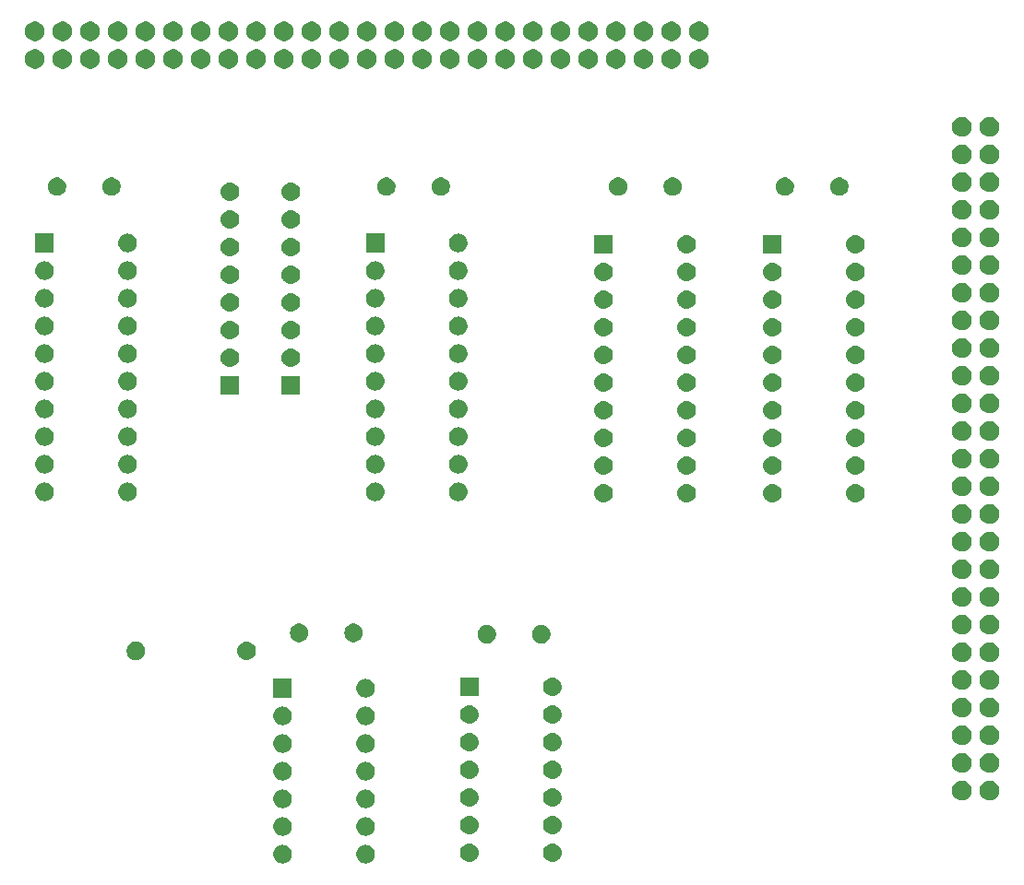
<source format=gbr>
G04 #@! TF.GenerationSoftware,KiCad,Pcbnew,(5.0.1-3-g963ef8bb5)*
G04 #@! TF.CreationDate,2020-10-28T20:52:00+00:00*
G04 #@! TF.ProjectId,ACE_Backplane_Adaptor,4143455F4261636B706C616E655F4164,rev?*
G04 #@! TF.SameCoordinates,Original*
G04 #@! TF.FileFunction,Soldermask,Bot*
G04 #@! TF.FilePolarity,Negative*
%FSLAX46Y46*%
G04 Gerber Fmt 4.6, Leading zero omitted, Abs format (unit mm)*
G04 Created by KiCad (PCBNEW (5.0.1-3-g963ef8bb5)) date Wednesday, 28 October 2020 at 20:52:00*
%MOMM*%
%LPD*%
G01*
G04 APERTURE LIST*
%ADD10C,0.100000*%
G04 APERTURE END LIST*
D10*
G36*
X128436821Y-131114313D02*
X128436824Y-131114314D01*
X128436825Y-131114314D01*
X128597239Y-131162975D01*
X128597241Y-131162976D01*
X128597244Y-131162977D01*
X128745078Y-131241995D01*
X128874659Y-131348341D01*
X128981005Y-131477922D01*
X129060023Y-131625756D01*
X129108687Y-131786179D01*
X129125117Y-131953000D01*
X129108687Y-132119821D01*
X129060023Y-132280244D01*
X128981005Y-132428078D01*
X128874659Y-132557659D01*
X128745078Y-132664005D01*
X128597244Y-132743023D01*
X128597241Y-132743024D01*
X128597239Y-132743025D01*
X128436825Y-132791686D01*
X128436824Y-132791686D01*
X128436821Y-132791687D01*
X128311804Y-132804000D01*
X128228196Y-132804000D01*
X128103179Y-132791687D01*
X128103176Y-132791686D01*
X128103175Y-132791686D01*
X127942761Y-132743025D01*
X127942759Y-132743024D01*
X127942756Y-132743023D01*
X127794922Y-132664005D01*
X127665341Y-132557659D01*
X127558995Y-132428078D01*
X127479977Y-132280244D01*
X127431313Y-132119821D01*
X127414883Y-131953000D01*
X127431313Y-131786179D01*
X127479977Y-131625756D01*
X127558995Y-131477922D01*
X127665341Y-131348341D01*
X127794922Y-131241995D01*
X127942756Y-131162977D01*
X127942759Y-131162976D01*
X127942761Y-131162975D01*
X128103175Y-131114314D01*
X128103176Y-131114314D01*
X128103179Y-131114313D01*
X128228196Y-131102000D01*
X128311804Y-131102000D01*
X128436821Y-131114313D01*
X128436821Y-131114313D01*
G37*
G36*
X120816821Y-131114313D02*
X120816824Y-131114314D01*
X120816825Y-131114314D01*
X120977239Y-131162975D01*
X120977241Y-131162976D01*
X120977244Y-131162977D01*
X121125078Y-131241995D01*
X121254659Y-131348341D01*
X121361005Y-131477922D01*
X121440023Y-131625756D01*
X121488687Y-131786179D01*
X121505117Y-131953000D01*
X121488687Y-132119821D01*
X121440023Y-132280244D01*
X121361005Y-132428078D01*
X121254659Y-132557659D01*
X121125078Y-132664005D01*
X120977244Y-132743023D01*
X120977241Y-132743024D01*
X120977239Y-132743025D01*
X120816825Y-132791686D01*
X120816824Y-132791686D01*
X120816821Y-132791687D01*
X120691804Y-132804000D01*
X120608196Y-132804000D01*
X120483179Y-132791687D01*
X120483176Y-132791686D01*
X120483175Y-132791686D01*
X120322761Y-132743025D01*
X120322759Y-132743024D01*
X120322756Y-132743023D01*
X120174922Y-132664005D01*
X120045341Y-132557659D01*
X119938995Y-132428078D01*
X119859977Y-132280244D01*
X119811313Y-132119821D01*
X119794883Y-131953000D01*
X119811313Y-131786179D01*
X119859977Y-131625756D01*
X119938995Y-131477922D01*
X120045341Y-131348341D01*
X120174922Y-131241995D01*
X120322756Y-131162977D01*
X120322759Y-131162976D01*
X120322761Y-131162975D01*
X120483175Y-131114314D01*
X120483176Y-131114314D01*
X120483179Y-131114313D01*
X120608196Y-131102000D01*
X120691804Y-131102000D01*
X120816821Y-131114313D01*
X120816821Y-131114313D01*
G37*
G36*
X145581821Y-130987313D02*
X145581824Y-130987314D01*
X145581825Y-130987314D01*
X145742239Y-131035975D01*
X145742241Y-131035976D01*
X145742244Y-131035977D01*
X145890078Y-131114995D01*
X146019659Y-131221341D01*
X146126005Y-131350922D01*
X146205023Y-131498756D01*
X146253687Y-131659179D01*
X146270117Y-131826000D01*
X146253687Y-131992821D01*
X146205023Y-132153244D01*
X146126005Y-132301078D01*
X146019659Y-132430659D01*
X145890078Y-132537005D01*
X145742244Y-132616023D01*
X145742241Y-132616024D01*
X145742239Y-132616025D01*
X145581825Y-132664686D01*
X145581824Y-132664686D01*
X145581821Y-132664687D01*
X145456804Y-132677000D01*
X145373196Y-132677000D01*
X145248179Y-132664687D01*
X145248176Y-132664686D01*
X145248175Y-132664686D01*
X145087761Y-132616025D01*
X145087759Y-132616024D01*
X145087756Y-132616023D01*
X144939922Y-132537005D01*
X144810341Y-132430659D01*
X144703995Y-132301078D01*
X144624977Y-132153244D01*
X144576313Y-131992821D01*
X144559883Y-131826000D01*
X144576313Y-131659179D01*
X144624977Y-131498756D01*
X144703995Y-131350922D01*
X144810341Y-131221341D01*
X144939922Y-131114995D01*
X145087756Y-131035977D01*
X145087759Y-131035976D01*
X145087761Y-131035975D01*
X145248175Y-130987314D01*
X145248176Y-130987314D01*
X145248179Y-130987313D01*
X145373196Y-130975000D01*
X145456804Y-130975000D01*
X145581821Y-130987313D01*
X145581821Y-130987313D01*
G37*
G36*
X137961821Y-130987313D02*
X137961824Y-130987314D01*
X137961825Y-130987314D01*
X138122239Y-131035975D01*
X138122241Y-131035976D01*
X138122244Y-131035977D01*
X138270078Y-131114995D01*
X138399659Y-131221341D01*
X138506005Y-131350922D01*
X138585023Y-131498756D01*
X138633687Y-131659179D01*
X138650117Y-131826000D01*
X138633687Y-131992821D01*
X138585023Y-132153244D01*
X138506005Y-132301078D01*
X138399659Y-132430659D01*
X138270078Y-132537005D01*
X138122244Y-132616023D01*
X138122241Y-132616024D01*
X138122239Y-132616025D01*
X137961825Y-132664686D01*
X137961824Y-132664686D01*
X137961821Y-132664687D01*
X137836804Y-132677000D01*
X137753196Y-132677000D01*
X137628179Y-132664687D01*
X137628176Y-132664686D01*
X137628175Y-132664686D01*
X137467761Y-132616025D01*
X137467759Y-132616024D01*
X137467756Y-132616023D01*
X137319922Y-132537005D01*
X137190341Y-132430659D01*
X137083995Y-132301078D01*
X137004977Y-132153244D01*
X136956313Y-131992821D01*
X136939883Y-131826000D01*
X136956313Y-131659179D01*
X137004977Y-131498756D01*
X137083995Y-131350922D01*
X137190341Y-131221341D01*
X137319922Y-131114995D01*
X137467756Y-131035977D01*
X137467759Y-131035976D01*
X137467761Y-131035975D01*
X137628175Y-130987314D01*
X137628176Y-130987314D01*
X137628179Y-130987313D01*
X137753196Y-130975000D01*
X137836804Y-130975000D01*
X137961821Y-130987313D01*
X137961821Y-130987313D01*
G37*
G36*
X120816821Y-128574313D02*
X120816824Y-128574314D01*
X120816825Y-128574314D01*
X120977239Y-128622975D01*
X120977241Y-128622976D01*
X120977244Y-128622977D01*
X121125078Y-128701995D01*
X121254659Y-128808341D01*
X121361005Y-128937922D01*
X121440023Y-129085756D01*
X121488687Y-129246179D01*
X121505117Y-129413000D01*
X121488687Y-129579821D01*
X121440023Y-129740244D01*
X121361005Y-129888078D01*
X121254659Y-130017659D01*
X121125078Y-130124005D01*
X120977244Y-130203023D01*
X120977241Y-130203024D01*
X120977239Y-130203025D01*
X120816825Y-130251686D01*
X120816824Y-130251686D01*
X120816821Y-130251687D01*
X120691804Y-130264000D01*
X120608196Y-130264000D01*
X120483179Y-130251687D01*
X120483176Y-130251686D01*
X120483175Y-130251686D01*
X120322761Y-130203025D01*
X120322759Y-130203024D01*
X120322756Y-130203023D01*
X120174922Y-130124005D01*
X120045341Y-130017659D01*
X119938995Y-129888078D01*
X119859977Y-129740244D01*
X119811313Y-129579821D01*
X119794883Y-129413000D01*
X119811313Y-129246179D01*
X119859977Y-129085756D01*
X119938995Y-128937922D01*
X120045341Y-128808341D01*
X120174922Y-128701995D01*
X120322756Y-128622977D01*
X120322759Y-128622976D01*
X120322761Y-128622975D01*
X120483175Y-128574314D01*
X120483176Y-128574314D01*
X120483179Y-128574313D01*
X120608196Y-128562000D01*
X120691804Y-128562000D01*
X120816821Y-128574313D01*
X120816821Y-128574313D01*
G37*
G36*
X128436821Y-128574313D02*
X128436824Y-128574314D01*
X128436825Y-128574314D01*
X128597239Y-128622975D01*
X128597241Y-128622976D01*
X128597244Y-128622977D01*
X128745078Y-128701995D01*
X128874659Y-128808341D01*
X128981005Y-128937922D01*
X129060023Y-129085756D01*
X129108687Y-129246179D01*
X129125117Y-129413000D01*
X129108687Y-129579821D01*
X129060023Y-129740244D01*
X128981005Y-129888078D01*
X128874659Y-130017659D01*
X128745078Y-130124005D01*
X128597244Y-130203023D01*
X128597241Y-130203024D01*
X128597239Y-130203025D01*
X128436825Y-130251686D01*
X128436824Y-130251686D01*
X128436821Y-130251687D01*
X128311804Y-130264000D01*
X128228196Y-130264000D01*
X128103179Y-130251687D01*
X128103176Y-130251686D01*
X128103175Y-130251686D01*
X127942761Y-130203025D01*
X127942759Y-130203024D01*
X127942756Y-130203023D01*
X127794922Y-130124005D01*
X127665341Y-130017659D01*
X127558995Y-129888078D01*
X127479977Y-129740244D01*
X127431313Y-129579821D01*
X127414883Y-129413000D01*
X127431313Y-129246179D01*
X127479977Y-129085756D01*
X127558995Y-128937922D01*
X127665341Y-128808341D01*
X127794922Y-128701995D01*
X127942756Y-128622977D01*
X127942759Y-128622976D01*
X127942761Y-128622975D01*
X128103175Y-128574314D01*
X128103176Y-128574314D01*
X128103179Y-128574313D01*
X128228196Y-128562000D01*
X128311804Y-128562000D01*
X128436821Y-128574313D01*
X128436821Y-128574313D01*
G37*
G36*
X145581821Y-128447313D02*
X145581824Y-128447314D01*
X145581825Y-128447314D01*
X145742239Y-128495975D01*
X145742241Y-128495976D01*
X145742244Y-128495977D01*
X145890078Y-128574995D01*
X146019659Y-128681341D01*
X146126005Y-128810922D01*
X146205023Y-128958756D01*
X146253687Y-129119179D01*
X146270117Y-129286000D01*
X146253687Y-129452821D01*
X146205023Y-129613244D01*
X146126005Y-129761078D01*
X146019659Y-129890659D01*
X145890078Y-129997005D01*
X145742244Y-130076023D01*
X145742241Y-130076024D01*
X145742239Y-130076025D01*
X145581825Y-130124686D01*
X145581824Y-130124686D01*
X145581821Y-130124687D01*
X145456804Y-130137000D01*
X145373196Y-130137000D01*
X145248179Y-130124687D01*
X145248176Y-130124686D01*
X145248175Y-130124686D01*
X145087761Y-130076025D01*
X145087759Y-130076024D01*
X145087756Y-130076023D01*
X144939922Y-129997005D01*
X144810341Y-129890659D01*
X144703995Y-129761078D01*
X144624977Y-129613244D01*
X144576313Y-129452821D01*
X144559883Y-129286000D01*
X144576313Y-129119179D01*
X144624977Y-128958756D01*
X144703995Y-128810922D01*
X144810341Y-128681341D01*
X144939922Y-128574995D01*
X145087756Y-128495977D01*
X145087759Y-128495976D01*
X145087761Y-128495975D01*
X145248175Y-128447314D01*
X145248176Y-128447314D01*
X145248179Y-128447313D01*
X145373196Y-128435000D01*
X145456804Y-128435000D01*
X145581821Y-128447313D01*
X145581821Y-128447313D01*
G37*
G36*
X137961821Y-128447313D02*
X137961824Y-128447314D01*
X137961825Y-128447314D01*
X138122239Y-128495975D01*
X138122241Y-128495976D01*
X138122244Y-128495977D01*
X138270078Y-128574995D01*
X138399659Y-128681341D01*
X138506005Y-128810922D01*
X138585023Y-128958756D01*
X138633687Y-129119179D01*
X138650117Y-129286000D01*
X138633687Y-129452821D01*
X138585023Y-129613244D01*
X138506005Y-129761078D01*
X138399659Y-129890659D01*
X138270078Y-129997005D01*
X138122244Y-130076023D01*
X138122241Y-130076024D01*
X138122239Y-130076025D01*
X137961825Y-130124686D01*
X137961824Y-130124686D01*
X137961821Y-130124687D01*
X137836804Y-130137000D01*
X137753196Y-130137000D01*
X137628179Y-130124687D01*
X137628176Y-130124686D01*
X137628175Y-130124686D01*
X137467761Y-130076025D01*
X137467759Y-130076024D01*
X137467756Y-130076023D01*
X137319922Y-129997005D01*
X137190341Y-129890659D01*
X137083995Y-129761078D01*
X137004977Y-129613244D01*
X136956313Y-129452821D01*
X136939883Y-129286000D01*
X136956313Y-129119179D01*
X137004977Y-128958756D01*
X137083995Y-128810922D01*
X137190341Y-128681341D01*
X137319922Y-128574995D01*
X137467756Y-128495977D01*
X137467759Y-128495976D01*
X137467761Y-128495975D01*
X137628175Y-128447314D01*
X137628176Y-128447314D01*
X137628179Y-128447313D01*
X137753196Y-128435000D01*
X137836804Y-128435000D01*
X137961821Y-128447313D01*
X137961821Y-128447313D01*
G37*
G36*
X120816821Y-126034313D02*
X120816824Y-126034314D01*
X120816825Y-126034314D01*
X120977239Y-126082975D01*
X120977241Y-126082976D01*
X120977244Y-126082977D01*
X121125078Y-126161995D01*
X121254659Y-126268341D01*
X121361005Y-126397922D01*
X121440023Y-126545756D01*
X121488687Y-126706179D01*
X121505117Y-126873000D01*
X121488687Y-127039821D01*
X121440023Y-127200244D01*
X121361005Y-127348078D01*
X121254659Y-127477659D01*
X121125078Y-127584005D01*
X120977244Y-127663023D01*
X120977241Y-127663024D01*
X120977239Y-127663025D01*
X120816825Y-127711686D01*
X120816824Y-127711686D01*
X120816821Y-127711687D01*
X120691804Y-127724000D01*
X120608196Y-127724000D01*
X120483179Y-127711687D01*
X120483176Y-127711686D01*
X120483175Y-127711686D01*
X120322761Y-127663025D01*
X120322759Y-127663024D01*
X120322756Y-127663023D01*
X120174922Y-127584005D01*
X120045341Y-127477659D01*
X119938995Y-127348078D01*
X119859977Y-127200244D01*
X119811313Y-127039821D01*
X119794883Y-126873000D01*
X119811313Y-126706179D01*
X119859977Y-126545756D01*
X119938995Y-126397922D01*
X120045341Y-126268341D01*
X120174922Y-126161995D01*
X120322756Y-126082977D01*
X120322759Y-126082976D01*
X120322761Y-126082975D01*
X120483175Y-126034314D01*
X120483176Y-126034314D01*
X120483179Y-126034313D01*
X120608196Y-126022000D01*
X120691804Y-126022000D01*
X120816821Y-126034313D01*
X120816821Y-126034313D01*
G37*
G36*
X128436821Y-126034313D02*
X128436824Y-126034314D01*
X128436825Y-126034314D01*
X128597239Y-126082975D01*
X128597241Y-126082976D01*
X128597244Y-126082977D01*
X128745078Y-126161995D01*
X128874659Y-126268341D01*
X128981005Y-126397922D01*
X129060023Y-126545756D01*
X129108687Y-126706179D01*
X129125117Y-126873000D01*
X129108687Y-127039821D01*
X129060023Y-127200244D01*
X128981005Y-127348078D01*
X128874659Y-127477659D01*
X128745078Y-127584005D01*
X128597244Y-127663023D01*
X128597241Y-127663024D01*
X128597239Y-127663025D01*
X128436825Y-127711686D01*
X128436824Y-127711686D01*
X128436821Y-127711687D01*
X128311804Y-127724000D01*
X128228196Y-127724000D01*
X128103179Y-127711687D01*
X128103176Y-127711686D01*
X128103175Y-127711686D01*
X127942761Y-127663025D01*
X127942759Y-127663024D01*
X127942756Y-127663023D01*
X127794922Y-127584005D01*
X127665341Y-127477659D01*
X127558995Y-127348078D01*
X127479977Y-127200244D01*
X127431313Y-127039821D01*
X127414883Y-126873000D01*
X127431313Y-126706179D01*
X127479977Y-126545756D01*
X127558995Y-126397922D01*
X127665341Y-126268341D01*
X127794922Y-126161995D01*
X127942756Y-126082977D01*
X127942759Y-126082976D01*
X127942761Y-126082975D01*
X128103175Y-126034314D01*
X128103176Y-126034314D01*
X128103179Y-126034313D01*
X128228196Y-126022000D01*
X128311804Y-126022000D01*
X128436821Y-126034313D01*
X128436821Y-126034313D01*
G37*
G36*
X145581821Y-125907313D02*
X145581824Y-125907314D01*
X145581825Y-125907314D01*
X145742239Y-125955975D01*
X145742241Y-125955976D01*
X145742244Y-125955977D01*
X145890078Y-126034995D01*
X146019659Y-126141341D01*
X146126005Y-126270922D01*
X146205023Y-126418756D01*
X146205024Y-126418759D01*
X146205025Y-126418761D01*
X146241130Y-126537784D01*
X146253687Y-126579179D01*
X146270117Y-126746000D01*
X146253687Y-126912821D01*
X146253686Y-126912824D01*
X146253686Y-126912825D01*
X146223602Y-127012000D01*
X146205023Y-127073244D01*
X146126005Y-127221078D01*
X146019659Y-127350659D01*
X145890078Y-127457005D01*
X145742244Y-127536023D01*
X145742241Y-127536024D01*
X145742239Y-127536025D01*
X145581825Y-127584686D01*
X145581824Y-127584686D01*
X145581821Y-127584687D01*
X145456804Y-127597000D01*
X145373196Y-127597000D01*
X145248179Y-127584687D01*
X145248176Y-127584686D01*
X145248175Y-127584686D01*
X145087761Y-127536025D01*
X145087759Y-127536024D01*
X145087756Y-127536023D01*
X144939922Y-127457005D01*
X144810341Y-127350659D01*
X144703995Y-127221078D01*
X144624977Y-127073244D01*
X144606399Y-127012000D01*
X144576314Y-126912825D01*
X144576314Y-126912824D01*
X144576313Y-126912821D01*
X144559883Y-126746000D01*
X144576313Y-126579179D01*
X144588870Y-126537784D01*
X144624975Y-126418761D01*
X144624976Y-126418759D01*
X144624977Y-126418756D01*
X144703995Y-126270922D01*
X144810341Y-126141341D01*
X144939922Y-126034995D01*
X145087756Y-125955977D01*
X145087759Y-125955976D01*
X145087761Y-125955975D01*
X145248175Y-125907314D01*
X145248176Y-125907314D01*
X145248179Y-125907313D01*
X145373196Y-125895000D01*
X145456804Y-125895000D01*
X145581821Y-125907313D01*
X145581821Y-125907313D01*
G37*
G36*
X137961821Y-125907313D02*
X137961824Y-125907314D01*
X137961825Y-125907314D01*
X138122239Y-125955975D01*
X138122241Y-125955976D01*
X138122244Y-125955977D01*
X138270078Y-126034995D01*
X138399659Y-126141341D01*
X138506005Y-126270922D01*
X138585023Y-126418756D01*
X138585024Y-126418759D01*
X138585025Y-126418761D01*
X138621130Y-126537784D01*
X138633687Y-126579179D01*
X138650117Y-126746000D01*
X138633687Y-126912821D01*
X138633686Y-126912824D01*
X138633686Y-126912825D01*
X138603602Y-127012000D01*
X138585023Y-127073244D01*
X138506005Y-127221078D01*
X138399659Y-127350659D01*
X138270078Y-127457005D01*
X138122244Y-127536023D01*
X138122241Y-127536024D01*
X138122239Y-127536025D01*
X137961825Y-127584686D01*
X137961824Y-127584686D01*
X137961821Y-127584687D01*
X137836804Y-127597000D01*
X137753196Y-127597000D01*
X137628179Y-127584687D01*
X137628176Y-127584686D01*
X137628175Y-127584686D01*
X137467761Y-127536025D01*
X137467759Y-127536024D01*
X137467756Y-127536023D01*
X137319922Y-127457005D01*
X137190341Y-127350659D01*
X137083995Y-127221078D01*
X137004977Y-127073244D01*
X136986399Y-127012000D01*
X136956314Y-126912825D01*
X136956314Y-126912824D01*
X136956313Y-126912821D01*
X136939883Y-126746000D01*
X136956313Y-126579179D01*
X136968870Y-126537784D01*
X137004975Y-126418761D01*
X137004976Y-126418759D01*
X137004977Y-126418756D01*
X137083995Y-126270922D01*
X137190341Y-126141341D01*
X137319922Y-126034995D01*
X137467756Y-125955977D01*
X137467759Y-125955976D01*
X137467761Y-125955975D01*
X137628175Y-125907314D01*
X137628176Y-125907314D01*
X137628179Y-125907313D01*
X137753196Y-125895000D01*
X137836804Y-125895000D01*
X137961821Y-125907313D01*
X137961821Y-125907313D01*
G37*
G36*
X185809812Y-125244624D02*
X185973784Y-125312544D01*
X186121354Y-125411147D01*
X186246853Y-125536646D01*
X186345456Y-125684216D01*
X186413376Y-125848188D01*
X186448000Y-126022259D01*
X186448000Y-126199741D01*
X186413376Y-126373812D01*
X186345456Y-126537784D01*
X186246853Y-126685354D01*
X186121354Y-126810853D01*
X185973784Y-126909456D01*
X185809812Y-126977376D01*
X185635741Y-127012000D01*
X185458259Y-127012000D01*
X185284188Y-126977376D01*
X185120216Y-126909456D01*
X184972646Y-126810853D01*
X184847147Y-126685354D01*
X184748544Y-126537784D01*
X184680624Y-126373812D01*
X184646000Y-126199741D01*
X184646000Y-126022259D01*
X184680624Y-125848188D01*
X184748544Y-125684216D01*
X184847147Y-125536646D01*
X184972646Y-125411147D01*
X185120216Y-125312544D01*
X185284188Y-125244624D01*
X185458259Y-125210000D01*
X185635741Y-125210000D01*
X185809812Y-125244624D01*
X185809812Y-125244624D01*
G37*
G36*
X183269812Y-125244624D02*
X183433784Y-125312544D01*
X183581354Y-125411147D01*
X183706853Y-125536646D01*
X183805456Y-125684216D01*
X183873376Y-125848188D01*
X183908000Y-126022259D01*
X183908000Y-126199741D01*
X183873376Y-126373812D01*
X183805456Y-126537784D01*
X183706853Y-126685354D01*
X183581354Y-126810853D01*
X183433784Y-126909456D01*
X183269812Y-126977376D01*
X183095741Y-127012000D01*
X182918259Y-127012000D01*
X182744188Y-126977376D01*
X182580216Y-126909456D01*
X182432646Y-126810853D01*
X182307147Y-126685354D01*
X182208544Y-126537784D01*
X182140624Y-126373812D01*
X182106000Y-126199741D01*
X182106000Y-126022259D01*
X182140624Y-125848188D01*
X182208544Y-125684216D01*
X182307147Y-125536646D01*
X182432646Y-125411147D01*
X182580216Y-125312544D01*
X182744188Y-125244624D01*
X182918259Y-125210000D01*
X183095741Y-125210000D01*
X183269812Y-125244624D01*
X183269812Y-125244624D01*
G37*
G36*
X120816821Y-123494313D02*
X120816824Y-123494314D01*
X120816825Y-123494314D01*
X120977239Y-123542975D01*
X120977241Y-123542976D01*
X120977244Y-123542977D01*
X121125078Y-123621995D01*
X121254659Y-123728341D01*
X121361005Y-123857922D01*
X121440023Y-124005756D01*
X121488687Y-124166179D01*
X121505117Y-124333000D01*
X121488687Y-124499821D01*
X121440023Y-124660244D01*
X121361005Y-124808078D01*
X121254659Y-124937659D01*
X121125078Y-125044005D01*
X120977244Y-125123023D01*
X120977241Y-125123024D01*
X120977239Y-125123025D01*
X120816825Y-125171686D01*
X120816824Y-125171686D01*
X120816821Y-125171687D01*
X120691804Y-125184000D01*
X120608196Y-125184000D01*
X120483179Y-125171687D01*
X120483176Y-125171686D01*
X120483175Y-125171686D01*
X120322761Y-125123025D01*
X120322759Y-125123024D01*
X120322756Y-125123023D01*
X120174922Y-125044005D01*
X120045341Y-124937659D01*
X119938995Y-124808078D01*
X119859977Y-124660244D01*
X119811313Y-124499821D01*
X119794883Y-124333000D01*
X119811313Y-124166179D01*
X119859977Y-124005756D01*
X119938995Y-123857922D01*
X120045341Y-123728341D01*
X120174922Y-123621995D01*
X120322756Y-123542977D01*
X120322759Y-123542976D01*
X120322761Y-123542975D01*
X120483175Y-123494314D01*
X120483176Y-123494314D01*
X120483179Y-123494313D01*
X120608196Y-123482000D01*
X120691804Y-123482000D01*
X120816821Y-123494313D01*
X120816821Y-123494313D01*
G37*
G36*
X128436821Y-123494313D02*
X128436824Y-123494314D01*
X128436825Y-123494314D01*
X128597239Y-123542975D01*
X128597241Y-123542976D01*
X128597244Y-123542977D01*
X128745078Y-123621995D01*
X128874659Y-123728341D01*
X128981005Y-123857922D01*
X129060023Y-124005756D01*
X129108687Y-124166179D01*
X129125117Y-124333000D01*
X129108687Y-124499821D01*
X129060023Y-124660244D01*
X128981005Y-124808078D01*
X128874659Y-124937659D01*
X128745078Y-125044005D01*
X128597244Y-125123023D01*
X128597241Y-125123024D01*
X128597239Y-125123025D01*
X128436825Y-125171686D01*
X128436824Y-125171686D01*
X128436821Y-125171687D01*
X128311804Y-125184000D01*
X128228196Y-125184000D01*
X128103179Y-125171687D01*
X128103176Y-125171686D01*
X128103175Y-125171686D01*
X127942761Y-125123025D01*
X127942759Y-125123024D01*
X127942756Y-125123023D01*
X127794922Y-125044005D01*
X127665341Y-124937659D01*
X127558995Y-124808078D01*
X127479977Y-124660244D01*
X127431313Y-124499821D01*
X127414883Y-124333000D01*
X127431313Y-124166179D01*
X127479977Y-124005756D01*
X127558995Y-123857922D01*
X127665341Y-123728341D01*
X127794922Y-123621995D01*
X127942756Y-123542977D01*
X127942759Y-123542976D01*
X127942761Y-123542975D01*
X128103175Y-123494314D01*
X128103176Y-123494314D01*
X128103179Y-123494313D01*
X128228196Y-123482000D01*
X128311804Y-123482000D01*
X128436821Y-123494313D01*
X128436821Y-123494313D01*
G37*
G36*
X137961821Y-123367313D02*
X137961824Y-123367314D01*
X137961825Y-123367314D01*
X138122239Y-123415975D01*
X138122241Y-123415976D01*
X138122244Y-123415977D01*
X138270078Y-123494995D01*
X138399659Y-123601341D01*
X138506005Y-123730922D01*
X138585023Y-123878756D01*
X138585024Y-123878759D01*
X138585025Y-123878761D01*
X138621130Y-123997784D01*
X138633687Y-124039179D01*
X138650117Y-124206000D01*
X138633687Y-124372821D01*
X138633686Y-124372824D01*
X138633686Y-124372825D01*
X138603602Y-124472000D01*
X138585023Y-124533244D01*
X138506005Y-124681078D01*
X138399659Y-124810659D01*
X138270078Y-124917005D01*
X138122244Y-124996023D01*
X138122241Y-124996024D01*
X138122239Y-124996025D01*
X137961825Y-125044686D01*
X137961824Y-125044686D01*
X137961821Y-125044687D01*
X137836804Y-125057000D01*
X137753196Y-125057000D01*
X137628179Y-125044687D01*
X137628176Y-125044686D01*
X137628175Y-125044686D01*
X137467761Y-124996025D01*
X137467759Y-124996024D01*
X137467756Y-124996023D01*
X137319922Y-124917005D01*
X137190341Y-124810659D01*
X137083995Y-124681078D01*
X137004977Y-124533244D01*
X136986399Y-124472000D01*
X136956314Y-124372825D01*
X136956314Y-124372824D01*
X136956313Y-124372821D01*
X136939883Y-124206000D01*
X136956313Y-124039179D01*
X136968870Y-123997784D01*
X137004975Y-123878761D01*
X137004976Y-123878759D01*
X137004977Y-123878756D01*
X137083995Y-123730922D01*
X137190341Y-123601341D01*
X137319922Y-123494995D01*
X137467756Y-123415977D01*
X137467759Y-123415976D01*
X137467761Y-123415975D01*
X137628175Y-123367314D01*
X137628176Y-123367314D01*
X137628179Y-123367313D01*
X137753196Y-123355000D01*
X137836804Y-123355000D01*
X137961821Y-123367313D01*
X137961821Y-123367313D01*
G37*
G36*
X145581821Y-123367313D02*
X145581824Y-123367314D01*
X145581825Y-123367314D01*
X145742239Y-123415975D01*
X145742241Y-123415976D01*
X145742244Y-123415977D01*
X145890078Y-123494995D01*
X146019659Y-123601341D01*
X146126005Y-123730922D01*
X146205023Y-123878756D01*
X146205024Y-123878759D01*
X146205025Y-123878761D01*
X146241130Y-123997784D01*
X146253687Y-124039179D01*
X146270117Y-124206000D01*
X146253687Y-124372821D01*
X146253686Y-124372824D01*
X146253686Y-124372825D01*
X146223602Y-124472000D01*
X146205023Y-124533244D01*
X146126005Y-124681078D01*
X146019659Y-124810659D01*
X145890078Y-124917005D01*
X145742244Y-124996023D01*
X145742241Y-124996024D01*
X145742239Y-124996025D01*
X145581825Y-125044686D01*
X145581824Y-125044686D01*
X145581821Y-125044687D01*
X145456804Y-125057000D01*
X145373196Y-125057000D01*
X145248179Y-125044687D01*
X145248176Y-125044686D01*
X145248175Y-125044686D01*
X145087761Y-124996025D01*
X145087759Y-124996024D01*
X145087756Y-124996023D01*
X144939922Y-124917005D01*
X144810341Y-124810659D01*
X144703995Y-124681078D01*
X144624977Y-124533244D01*
X144606399Y-124472000D01*
X144576314Y-124372825D01*
X144576314Y-124372824D01*
X144576313Y-124372821D01*
X144559883Y-124206000D01*
X144576313Y-124039179D01*
X144588870Y-123997784D01*
X144624975Y-123878761D01*
X144624976Y-123878759D01*
X144624977Y-123878756D01*
X144703995Y-123730922D01*
X144810341Y-123601341D01*
X144939922Y-123494995D01*
X145087756Y-123415977D01*
X145087759Y-123415976D01*
X145087761Y-123415975D01*
X145248175Y-123367314D01*
X145248176Y-123367314D01*
X145248179Y-123367313D01*
X145373196Y-123355000D01*
X145456804Y-123355000D01*
X145581821Y-123367313D01*
X145581821Y-123367313D01*
G37*
G36*
X185809812Y-122704624D02*
X185973784Y-122772544D01*
X186121354Y-122871147D01*
X186246853Y-122996646D01*
X186345456Y-123144216D01*
X186413376Y-123308188D01*
X186448000Y-123482259D01*
X186448000Y-123659741D01*
X186413376Y-123833812D01*
X186345456Y-123997784D01*
X186246853Y-124145354D01*
X186121354Y-124270853D01*
X185973784Y-124369456D01*
X185809812Y-124437376D01*
X185635741Y-124472000D01*
X185458259Y-124472000D01*
X185284188Y-124437376D01*
X185120216Y-124369456D01*
X184972646Y-124270853D01*
X184847147Y-124145354D01*
X184748544Y-123997784D01*
X184680624Y-123833812D01*
X184646000Y-123659741D01*
X184646000Y-123482259D01*
X184680624Y-123308188D01*
X184748544Y-123144216D01*
X184847147Y-122996646D01*
X184972646Y-122871147D01*
X185120216Y-122772544D01*
X185284188Y-122704624D01*
X185458259Y-122670000D01*
X185635741Y-122670000D01*
X185809812Y-122704624D01*
X185809812Y-122704624D01*
G37*
G36*
X183269812Y-122704624D02*
X183433784Y-122772544D01*
X183581354Y-122871147D01*
X183706853Y-122996646D01*
X183805456Y-123144216D01*
X183873376Y-123308188D01*
X183908000Y-123482259D01*
X183908000Y-123659741D01*
X183873376Y-123833812D01*
X183805456Y-123997784D01*
X183706853Y-124145354D01*
X183581354Y-124270853D01*
X183433784Y-124369456D01*
X183269812Y-124437376D01*
X183095741Y-124472000D01*
X182918259Y-124472000D01*
X182744188Y-124437376D01*
X182580216Y-124369456D01*
X182432646Y-124270853D01*
X182307147Y-124145354D01*
X182208544Y-123997784D01*
X182140624Y-123833812D01*
X182106000Y-123659741D01*
X182106000Y-123482259D01*
X182140624Y-123308188D01*
X182208544Y-123144216D01*
X182307147Y-122996646D01*
X182432646Y-122871147D01*
X182580216Y-122772544D01*
X182744188Y-122704624D01*
X182918259Y-122670000D01*
X183095741Y-122670000D01*
X183269812Y-122704624D01*
X183269812Y-122704624D01*
G37*
G36*
X120816821Y-120954313D02*
X120816824Y-120954314D01*
X120816825Y-120954314D01*
X120977239Y-121002975D01*
X120977241Y-121002976D01*
X120977244Y-121002977D01*
X121125078Y-121081995D01*
X121254659Y-121188341D01*
X121361005Y-121317922D01*
X121440023Y-121465756D01*
X121488687Y-121626179D01*
X121505117Y-121793000D01*
X121488687Y-121959821D01*
X121440023Y-122120244D01*
X121361005Y-122268078D01*
X121254659Y-122397659D01*
X121125078Y-122504005D01*
X120977244Y-122583023D01*
X120977241Y-122583024D01*
X120977239Y-122583025D01*
X120816825Y-122631686D01*
X120816824Y-122631686D01*
X120816821Y-122631687D01*
X120691804Y-122644000D01*
X120608196Y-122644000D01*
X120483179Y-122631687D01*
X120483176Y-122631686D01*
X120483175Y-122631686D01*
X120322761Y-122583025D01*
X120322759Y-122583024D01*
X120322756Y-122583023D01*
X120174922Y-122504005D01*
X120045341Y-122397659D01*
X119938995Y-122268078D01*
X119859977Y-122120244D01*
X119811313Y-121959821D01*
X119794883Y-121793000D01*
X119811313Y-121626179D01*
X119859977Y-121465756D01*
X119938995Y-121317922D01*
X120045341Y-121188341D01*
X120174922Y-121081995D01*
X120322756Y-121002977D01*
X120322759Y-121002976D01*
X120322761Y-121002975D01*
X120483175Y-120954314D01*
X120483176Y-120954314D01*
X120483179Y-120954313D01*
X120608196Y-120942000D01*
X120691804Y-120942000D01*
X120816821Y-120954313D01*
X120816821Y-120954313D01*
G37*
G36*
X128436821Y-120954313D02*
X128436824Y-120954314D01*
X128436825Y-120954314D01*
X128597239Y-121002975D01*
X128597241Y-121002976D01*
X128597244Y-121002977D01*
X128745078Y-121081995D01*
X128874659Y-121188341D01*
X128981005Y-121317922D01*
X129060023Y-121465756D01*
X129108687Y-121626179D01*
X129125117Y-121793000D01*
X129108687Y-121959821D01*
X129060023Y-122120244D01*
X128981005Y-122268078D01*
X128874659Y-122397659D01*
X128745078Y-122504005D01*
X128597244Y-122583023D01*
X128597241Y-122583024D01*
X128597239Y-122583025D01*
X128436825Y-122631686D01*
X128436824Y-122631686D01*
X128436821Y-122631687D01*
X128311804Y-122644000D01*
X128228196Y-122644000D01*
X128103179Y-122631687D01*
X128103176Y-122631686D01*
X128103175Y-122631686D01*
X127942761Y-122583025D01*
X127942759Y-122583024D01*
X127942756Y-122583023D01*
X127794922Y-122504005D01*
X127665341Y-122397659D01*
X127558995Y-122268078D01*
X127479977Y-122120244D01*
X127431313Y-121959821D01*
X127414883Y-121793000D01*
X127431313Y-121626179D01*
X127479977Y-121465756D01*
X127558995Y-121317922D01*
X127665341Y-121188341D01*
X127794922Y-121081995D01*
X127942756Y-121002977D01*
X127942759Y-121002976D01*
X127942761Y-121002975D01*
X128103175Y-120954314D01*
X128103176Y-120954314D01*
X128103179Y-120954313D01*
X128228196Y-120942000D01*
X128311804Y-120942000D01*
X128436821Y-120954313D01*
X128436821Y-120954313D01*
G37*
G36*
X145581821Y-120827313D02*
X145581824Y-120827314D01*
X145581825Y-120827314D01*
X145742239Y-120875975D01*
X145742241Y-120875976D01*
X145742244Y-120875977D01*
X145890078Y-120954995D01*
X146019659Y-121061341D01*
X146126005Y-121190922D01*
X146205023Y-121338756D01*
X146205024Y-121338759D01*
X146205025Y-121338761D01*
X146241130Y-121457784D01*
X146253687Y-121499179D01*
X146270117Y-121666000D01*
X146253687Y-121832821D01*
X146253686Y-121832824D01*
X146253686Y-121832825D01*
X146223602Y-121932000D01*
X146205023Y-121993244D01*
X146126005Y-122141078D01*
X146019659Y-122270659D01*
X145890078Y-122377005D01*
X145742244Y-122456023D01*
X145742241Y-122456024D01*
X145742239Y-122456025D01*
X145581825Y-122504686D01*
X145581824Y-122504686D01*
X145581821Y-122504687D01*
X145456804Y-122517000D01*
X145373196Y-122517000D01*
X145248179Y-122504687D01*
X145248176Y-122504686D01*
X145248175Y-122504686D01*
X145087761Y-122456025D01*
X145087759Y-122456024D01*
X145087756Y-122456023D01*
X144939922Y-122377005D01*
X144810341Y-122270659D01*
X144703995Y-122141078D01*
X144624977Y-121993244D01*
X144606399Y-121932000D01*
X144576314Y-121832825D01*
X144576314Y-121832824D01*
X144576313Y-121832821D01*
X144559883Y-121666000D01*
X144576313Y-121499179D01*
X144588870Y-121457784D01*
X144624975Y-121338761D01*
X144624976Y-121338759D01*
X144624977Y-121338756D01*
X144703995Y-121190922D01*
X144810341Y-121061341D01*
X144939922Y-120954995D01*
X145087756Y-120875977D01*
X145087759Y-120875976D01*
X145087761Y-120875975D01*
X145248175Y-120827314D01*
X145248176Y-120827314D01*
X145248179Y-120827313D01*
X145373196Y-120815000D01*
X145456804Y-120815000D01*
X145581821Y-120827313D01*
X145581821Y-120827313D01*
G37*
G36*
X137961821Y-120827313D02*
X137961824Y-120827314D01*
X137961825Y-120827314D01*
X138122239Y-120875975D01*
X138122241Y-120875976D01*
X138122244Y-120875977D01*
X138270078Y-120954995D01*
X138399659Y-121061341D01*
X138506005Y-121190922D01*
X138585023Y-121338756D01*
X138585024Y-121338759D01*
X138585025Y-121338761D01*
X138621130Y-121457784D01*
X138633687Y-121499179D01*
X138650117Y-121666000D01*
X138633687Y-121832821D01*
X138633686Y-121832824D01*
X138633686Y-121832825D01*
X138603602Y-121932000D01*
X138585023Y-121993244D01*
X138506005Y-122141078D01*
X138399659Y-122270659D01*
X138270078Y-122377005D01*
X138122244Y-122456023D01*
X138122241Y-122456024D01*
X138122239Y-122456025D01*
X137961825Y-122504686D01*
X137961824Y-122504686D01*
X137961821Y-122504687D01*
X137836804Y-122517000D01*
X137753196Y-122517000D01*
X137628179Y-122504687D01*
X137628176Y-122504686D01*
X137628175Y-122504686D01*
X137467761Y-122456025D01*
X137467759Y-122456024D01*
X137467756Y-122456023D01*
X137319922Y-122377005D01*
X137190341Y-122270659D01*
X137083995Y-122141078D01*
X137004977Y-121993244D01*
X136986399Y-121932000D01*
X136956314Y-121832825D01*
X136956314Y-121832824D01*
X136956313Y-121832821D01*
X136939883Y-121666000D01*
X136956313Y-121499179D01*
X136968870Y-121457784D01*
X137004975Y-121338761D01*
X137004976Y-121338759D01*
X137004977Y-121338756D01*
X137083995Y-121190922D01*
X137190341Y-121061341D01*
X137319922Y-120954995D01*
X137467756Y-120875977D01*
X137467759Y-120875976D01*
X137467761Y-120875975D01*
X137628175Y-120827314D01*
X137628176Y-120827314D01*
X137628179Y-120827313D01*
X137753196Y-120815000D01*
X137836804Y-120815000D01*
X137961821Y-120827313D01*
X137961821Y-120827313D01*
G37*
G36*
X185809812Y-120164624D02*
X185973784Y-120232544D01*
X186121354Y-120331147D01*
X186246853Y-120456646D01*
X186345456Y-120604216D01*
X186413376Y-120768188D01*
X186448000Y-120942259D01*
X186448000Y-121119741D01*
X186413376Y-121293812D01*
X186345456Y-121457784D01*
X186246853Y-121605354D01*
X186121354Y-121730853D01*
X185973784Y-121829456D01*
X185809812Y-121897376D01*
X185635741Y-121932000D01*
X185458259Y-121932000D01*
X185284188Y-121897376D01*
X185120216Y-121829456D01*
X184972646Y-121730853D01*
X184847147Y-121605354D01*
X184748544Y-121457784D01*
X184680624Y-121293812D01*
X184646000Y-121119741D01*
X184646000Y-120942259D01*
X184680624Y-120768188D01*
X184748544Y-120604216D01*
X184847147Y-120456646D01*
X184972646Y-120331147D01*
X185120216Y-120232544D01*
X185284188Y-120164624D01*
X185458259Y-120130000D01*
X185635741Y-120130000D01*
X185809812Y-120164624D01*
X185809812Y-120164624D01*
G37*
G36*
X183269812Y-120164624D02*
X183433784Y-120232544D01*
X183581354Y-120331147D01*
X183706853Y-120456646D01*
X183805456Y-120604216D01*
X183873376Y-120768188D01*
X183908000Y-120942259D01*
X183908000Y-121119741D01*
X183873376Y-121293812D01*
X183805456Y-121457784D01*
X183706853Y-121605354D01*
X183581354Y-121730853D01*
X183433784Y-121829456D01*
X183269812Y-121897376D01*
X183095741Y-121932000D01*
X182918259Y-121932000D01*
X182744188Y-121897376D01*
X182580216Y-121829456D01*
X182432646Y-121730853D01*
X182307147Y-121605354D01*
X182208544Y-121457784D01*
X182140624Y-121293812D01*
X182106000Y-121119741D01*
X182106000Y-120942259D01*
X182140624Y-120768188D01*
X182208544Y-120604216D01*
X182307147Y-120456646D01*
X182432646Y-120331147D01*
X182580216Y-120232544D01*
X182744188Y-120164624D01*
X182918259Y-120130000D01*
X183095741Y-120130000D01*
X183269812Y-120164624D01*
X183269812Y-120164624D01*
G37*
G36*
X120816821Y-118414313D02*
X120816824Y-118414314D01*
X120816825Y-118414314D01*
X120977239Y-118462975D01*
X120977241Y-118462976D01*
X120977244Y-118462977D01*
X121125078Y-118541995D01*
X121254659Y-118648341D01*
X121361005Y-118777922D01*
X121440023Y-118925756D01*
X121488687Y-119086179D01*
X121505117Y-119253000D01*
X121488687Y-119419821D01*
X121440023Y-119580244D01*
X121361005Y-119728078D01*
X121254659Y-119857659D01*
X121125078Y-119964005D01*
X120977244Y-120043023D01*
X120977241Y-120043024D01*
X120977239Y-120043025D01*
X120816825Y-120091686D01*
X120816824Y-120091686D01*
X120816821Y-120091687D01*
X120691804Y-120104000D01*
X120608196Y-120104000D01*
X120483179Y-120091687D01*
X120483176Y-120091686D01*
X120483175Y-120091686D01*
X120322761Y-120043025D01*
X120322759Y-120043024D01*
X120322756Y-120043023D01*
X120174922Y-119964005D01*
X120045341Y-119857659D01*
X119938995Y-119728078D01*
X119859977Y-119580244D01*
X119811313Y-119419821D01*
X119794883Y-119253000D01*
X119811313Y-119086179D01*
X119859977Y-118925756D01*
X119938995Y-118777922D01*
X120045341Y-118648341D01*
X120174922Y-118541995D01*
X120322756Y-118462977D01*
X120322759Y-118462976D01*
X120322761Y-118462975D01*
X120483175Y-118414314D01*
X120483176Y-118414314D01*
X120483179Y-118414313D01*
X120608196Y-118402000D01*
X120691804Y-118402000D01*
X120816821Y-118414313D01*
X120816821Y-118414313D01*
G37*
G36*
X128436821Y-118414313D02*
X128436824Y-118414314D01*
X128436825Y-118414314D01*
X128597239Y-118462975D01*
X128597241Y-118462976D01*
X128597244Y-118462977D01*
X128745078Y-118541995D01*
X128874659Y-118648341D01*
X128981005Y-118777922D01*
X129060023Y-118925756D01*
X129108687Y-119086179D01*
X129125117Y-119253000D01*
X129108687Y-119419821D01*
X129060023Y-119580244D01*
X128981005Y-119728078D01*
X128874659Y-119857659D01*
X128745078Y-119964005D01*
X128597244Y-120043023D01*
X128597241Y-120043024D01*
X128597239Y-120043025D01*
X128436825Y-120091686D01*
X128436824Y-120091686D01*
X128436821Y-120091687D01*
X128311804Y-120104000D01*
X128228196Y-120104000D01*
X128103179Y-120091687D01*
X128103176Y-120091686D01*
X128103175Y-120091686D01*
X127942761Y-120043025D01*
X127942759Y-120043024D01*
X127942756Y-120043023D01*
X127794922Y-119964005D01*
X127665341Y-119857659D01*
X127558995Y-119728078D01*
X127479977Y-119580244D01*
X127431313Y-119419821D01*
X127414883Y-119253000D01*
X127431313Y-119086179D01*
X127479977Y-118925756D01*
X127558995Y-118777922D01*
X127665341Y-118648341D01*
X127794922Y-118541995D01*
X127942756Y-118462977D01*
X127942759Y-118462976D01*
X127942761Y-118462975D01*
X128103175Y-118414314D01*
X128103176Y-118414314D01*
X128103179Y-118414313D01*
X128228196Y-118402000D01*
X128311804Y-118402000D01*
X128436821Y-118414313D01*
X128436821Y-118414313D01*
G37*
G36*
X145581821Y-118287313D02*
X145581824Y-118287314D01*
X145581825Y-118287314D01*
X145742239Y-118335975D01*
X145742241Y-118335976D01*
X145742244Y-118335977D01*
X145890078Y-118414995D01*
X146019659Y-118521341D01*
X146126005Y-118650922D01*
X146205023Y-118798756D01*
X146205024Y-118798759D01*
X146205025Y-118798761D01*
X146241130Y-118917784D01*
X146253687Y-118959179D01*
X146270117Y-119126000D01*
X146253687Y-119292821D01*
X146253686Y-119292824D01*
X146253686Y-119292825D01*
X146223602Y-119392000D01*
X146205023Y-119453244D01*
X146126005Y-119601078D01*
X146019659Y-119730659D01*
X145890078Y-119837005D01*
X145742244Y-119916023D01*
X145742241Y-119916024D01*
X145742239Y-119916025D01*
X145581825Y-119964686D01*
X145581824Y-119964686D01*
X145581821Y-119964687D01*
X145456804Y-119977000D01*
X145373196Y-119977000D01*
X145248179Y-119964687D01*
X145248176Y-119964686D01*
X145248175Y-119964686D01*
X145087761Y-119916025D01*
X145087759Y-119916024D01*
X145087756Y-119916023D01*
X144939922Y-119837005D01*
X144810341Y-119730659D01*
X144703995Y-119601078D01*
X144624977Y-119453244D01*
X144606399Y-119392000D01*
X144576314Y-119292825D01*
X144576314Y-119292824D01*
X144576313Y-119292821D01*
X144559883Y-119126000D01*
X144576313Y-118959179D01*
X144588870Y-118917784D01*
X144624975Y-118798761D01*
X144624976Y-118798759D01*
X144624977Y-118798756D01*
X144703995Y-118650922D01*
X144810341Y-118521341D01*
X144939922Y-118414995D01*
X145087756Y-118335977D01*
X145087759Y-118335976D01*
X145087761Y-118335975D01*
X145248175Y-118287314D01*
X145248176Y-118287314D01*
X145248179Y-118287313D01*
X145373196Y-118275000D01*
X145456804Y-118275000D01*
X145581821Y-118287313D01*
X145581821Y-118287313D01*
G37*
G36*
X137961821Y-118287313D02*
X137961824Y-118287314D01*
X137961825Y-118287314D01*
X138122239Y-118335975D01*
X138122241Y-118335976D01*
X138122244Y-118335977D01*
X138270078Y-118414995D01*
X138399659Y-118521341D01*
X138506005Y-118650922D01*
X138585023Y-118798756D01*
X138585024Y-118798759D01*
X138585025Y-118798761D01*
X138621130Y-118917784D01*
X138633687Y-118959179D01*
X138650117Y-119126000D01*
X138633687Y-119292821D01*
X138633686Y-119292824D01*
X138633686Y-119292825D01*
X138603602Y-119392000D01*
X138585023Y-119453244D01*
X138506005Y-119601078D01*
X138399659Y-119730659D01*
X138270078Y-119837005D01*
X138122244Y-119916023D01*
X138122241Y-119916024D01*
X138122239Y-119916025D01*
X137961825Y-119964686D01*
X137961824Y-119964686D01*
X137961821Y-119964687D01*
X137836804Y-119977000D01*
X137753196Y-119977000D01*
X137628179Y-119964687D01*
X137628176Y-119964686D01*
X137628175Y-119964686D01*
X137467761Y-119916025D01*
X137467759Y-119916024D01*
X137467756Y-119916023D01*
X137319922Y-119837005D01*
X137190341Y-119730659D01*
X137083995Y-119601078D01*
X137004977Y-119453244D01*
X136986399Y-119392000D01*
X136956314Y-119292825D01*
X136956314Y-119292824D01*
X136956313Y-119292821D01*
X136939883Y-119126000D01*
X136956313Y-118959179D01*
X136968870Y-118917784D01*
X137004975Y-118798761D01*
X137004976Y-118798759D01*
X137004977Y-118798756D01*
X137083995Y-118650922D01*
X137190341Y-118521341D01*
X137319922Y-118414995D01*
X137467756Y-118335977D01*
X137467759Y-118335976D01*
X137467761Y-118335975D01*
X137628175Y-118287314D01*
X137628176Y-118287314D01*
X137628179Y-118287313D01*
X137753196Y-118275000D01*
X137836804Y-118275000D01*
X137961821Y-118287313D01*
X137961821Y-118287313D01*
G37*
G36*
X185809812Y-117624624D02*
X185973784Y-117692544D01*
X186121354Y-117791147D01*
X186246853Y-117916646D01*
X186345456Y-118064216D01*
X186413376Y-118228188D01*
X186448000Y-118402259D01*
X186448000Y-118579741D01*
X186413376Y-118753812D01*
X186345456Y-118917784D01*
X186246853Y-119065354D01*
X186121354Y-119190853D01*
X185973784Y-119289456D01*
X185809812Y-119357376D01*
X185635741Y-119392000D01*
X185458259Y-119392000D01*
X185284188Y-119357376D01*
X185120216Y-119289456D01*
X184972646Y-119190853D01*
X184847147Y-119065354D01*
X184748544Y-118917784D01*
X184680624Y-118753812D01*
X184646000Y-118579741D01*
X184646000Y-118402259D01*
X184680624Y-118228188D01*
X184748544Y-118064216D01*
X184847147Y-117916646D01*
X184972646Y-117791147D01*
X185120216Y-117692544D01*
X185284188Y-117624624D01*
X185458259Y-117590000D01*
X185635741Y-117590000D01*
X185809812Y-117624624D01*
X185809812Y-117624624D01*
G37*
G36*
X183269812Y-117624624D02*
X183433784Y-117692544D01*
X183581354Y-117791147D01*
X183706853Y-117916646D01*
X183805456Y-118064216D01*
X183873376Y-118228188D01*
X183908000Y-118402259D01*
X183908000Y-118579741D01*
X183873376Y-118753812D01*
X183805456Y-118917784D01*
X183706853Y-119065354D01*
X183581354Y-119190853D01*
X183433784Y-119289456D01*
X183269812Y-119357376D01*
X183095741Y-119392000D01*
X182918259Y-119392000D01*
X182744188Y-119357376D01*
X182580216Y-119289456D01*
X182432646Y-119190853D01*
X182307147Y-119065354D01*
X182208544Y-118917784D01*
X182140624Y-118753812D01*
X182106000Y-118579741D01*
X182106000Y-118402259D01*
X182140624Y-118228188D01*
X182208544Y-118064216D01*
X182307147Y-117916646D01*
X182432646Y-117791147D01*
X182580216Y-117692544D01*
X182744188Y-117624624D01*
X182918259Y-117590000D01*
X183095741Y-117590000D01*
X183269812Y-117624624D01*
X183269812Y-117624624D01*
G37*
G36*
X128436821Y-115874313D02*
X128436824Y-115874314D01*
X128436825Y-115874314D01*
X128597239Y-115922975D01*
X128597241Y-115922976D01*
X128597244Y-115922977D01*
X128745078Y-116001995D01*
X128874659Y-116108341D01*
X128981005Y-116237922D01*
X129060023Y-116385756D01*
X129108687Y-116546179D01*
X129125117Y-116713000D01*
X129108687Y-116879821D01*
X129060023Y-117040244D01*
X128981005Y-117188078D01*
X128874659Y-117317659D01*
X128745078Y-117424005D01*
X128597244Y-117503023D01*
X128597241Y-117503024D01*
X128597239Y-117503025D01*
X128436825Y-117551686D01*
X128436824Y-117551686D01*
X128436821Y-117551687D01*
X128311804Y-117564000D01*
X128228196Y-117564000D01*
X128103179Y-117551687D01*
X128103176Y-117551686D01*
X128103175Y-117551686D01*
X127942761Y-117503025D01*
X127942759Y-117503024D01*
X127942756Y-117503023D01*
X127794922Y-117424005D01*
X127665341Y-117317659D01*
X127558995Y-117188078D01*
X127479977Y-117040244D01*
X127431313Y-116879821D01*
X127414883Y-116713000D01*
X127431313Y-116546179D01*
X127479977Y-116385756D01*
X127558995Y-116237922D01*
X127665341Y-116108341D01*
X127794922Y-116001995D01*
X127942756Y-115922977D01*
X127942759Y-115922976D01*
X127942761Y-115922975D01*
X128103175Y-115874314D01*
X128103176Y-115874314D01*
X128103179Y-115874313D01*
X128228196Y-115862000D01*
X128311804Y-115862000D01*
X128436821Y-115874313D01*
X128436821Y-115874313D01*
G37*
G36*
X121501000Y-117564000D02*
X119799000Y-117564000D01*
X119799000Y-115862000D01*
X121501000Y-115862000D01*
X121501000Y-117564000D01*
X121501000Y-117564000D01*
G37*
G36*
X145581821Y-115747313D02*
X145581824Y-115747314D01*
X145581825Y-115747314D01*
X145742239Y-115795975D01*
X145742241Y-115795976D01*
X145742244Y-115795977D01*
X145890078Y-115874995D01*
X146019659Y-115981341D01*
X146126005Y-116110922D01*
X146205023Y-116258756D01*
X146205024Y-116258759D01*
X146205025Y-116258761D01*
X146241130Y-116377784D01*
X146253687Y-116419179D01*
X146270117Y-116586000D01*
X146253687Y-116752821D01*
X146253686Y-116752824D01*
X146253686Y-116752825D01*
X146223602Y-116852000D01*
X146205023Y-116913244D01*
X146126005Y-117061078D01*
X146019659Y-117190659D01*
X145890078Y-117297005D01*
X145742244Y-117376023D01*
X145742241Y-117376024D01*
X145742239Y-117376025D01*
X145581825Y-117424686D01*
X145581824Y-117424686D01*
X145581821Y-117424687D01*
X145456804Y-117437000D01*
X145373196Y-117437000D01*
X145248179Y-117424687D01*
X145248176Y-117424686D01*
X145248175Y-117424686D01*
X145087761Y-117376025D01*
X145087759Y-117376024D01*
X145087756Y-117376023D01*
X144939922Y-117297005D01*
X144810341Y-117190659D01*
X144703995Y-117061078D01*
X144624977Y-116913244D01*
X144606399Y-116852000D01*
X144576314Y-116752825D01*
X144576314Y-116752824D01*
X144576313Y-116752821D01*
X144559883Y-116586000D01*
X144576313Y-116419179D01*
X144588870Y-116377784D01*
X144624975Y-116258761D01*
X144624976Y-116258759D01*
X144624977Y-116258756D01*
X144703995Y-116110922D01*
X144810341Y-115981341D01*
X144939922Y-115874995D01*
X145087756Y-115795977D01*
X145087759Y-115795976D01*
X145087761Y-115795975D01*
X145248175Y-115747314D01*
X145248176Y-115747314D01*
X145248179Y-115747313D01*
X145373196Y-115735000D01*
X145456804Y-115735000D01*
X145581821Y-115747313D01*
X145581821Y-115747313D01*
G37*
G36*
X138646000Y-117437000D02*
X136944000Y-117437000D01*
X136944000Y-115735000D01*
X138646000Y-115735000D01*
X138646000Y-117437000D01*
X138646000Y-117437000D01*
G37*
G36*
X183269812Y-115084624D02*
X183433784Y-115152544D01*
X183581354Y-115251147D01*
X183706853Y-115376646D01*
X183805456Y-115524216D01*
X183873376Y-115688188D01*
X183908000Y-115862259D01*
X183908000Y-116039741D01*
X183873376Y-116213812D01*
X183805456Y-116377784D01*
X183706853Y-116525354D01*
X183581354Y-116650853D01*
X183433784Y-116749456D01*
X183269812Y-116817376D01*
X183095741Y-116852000D01*
X182918259Y-116852000D01*
X182744188Y-116817376D01*
X182580216Y-116749456D01*
X182432646Y-116650853D01*
X182307147Y-116525354D01*
X182208544Y-116377784D01*
X182140624Y-116213812D01*
X182106000Y-116039741D01*
X182106000Y-115862259D01*
X182140624Y-115688188D01*
X182208544Y-115524216D01*
X182307147Y-115376646D01*
X182432646Y-115251147D01*
X182580216Y-115152544D01*
X182744188Y-115084624D01*
X182918259Y-115050000D01*
X183095741Y-115050000D01*
X183269812Y-115084624D01*
X183269812Y-115084624D01*
G37*
G36*
X185809812Y-115084624D02*
X185973784Y-115152544D01*
X186121354Y-115251147D01*
X186246853Y-115376646D01*
X186345456Y-115524216D01*
X186413376Y-115688188D01*
X186448000Y-115862259D01*
X186448000Y-116039741D01*
X186413376Y-116213812D01*
X186345456Y-116377784D01*
X186246853Y-116525354D01*
X186121354Y-116650853D01*
X185973784Y-116749456D01*
X185809812Y-116817376D01*
X185635741Y-116852000D01*
X185458259Y-116852000D01*
X185284188Y-116817376D01*
X185120216Y-116749456D01*
X184972646Y-116650853D01*
X184847147Y-116525354D01*
X184748544Y-116377784D01*
X184680624Y-116213812D01*
X184646000Y-116039741D01*
X184646000Y-115862259D01*
X184680624Y-115688188D01*
X184748544Y-115524216D01*
X184847147Y-115376646D01*
X184972646Y-115251147D01*
X185120216Y-115152544D01*
X185284188Y-115084624D01*
X185458259Y-115050000D01*
X185635741Y-115050000D01*
X185809812Y-115084624D01*
X185809812Y-115084624D01*
G37*
G36*
X183269812Y-112544624D02*
X183433784Y-112612544D01*
X183581354Y-112711147D01*
X183706853Y-112836646D01*
X183805456Y-112984216D01*
X183873376Y-113148188D01*
X183908000Y-113322259D01*
X183908000Y-113499741D01*
X183873376Y-113673812D01*
X183805456Y-113837784D01*
X183706853Y-113985354D01*
X183581354Y-114110853D01*
X183433784Y-114209456D01*
X183269812Y-114277376D01*
X183095741Y-114312000D01*
X182918259Y-114312000D01*
X182744188Y-114277376D01*
X182580216Y-114209456D01*
X182432646Y-114110853D01*
X182307147Y-113985354D01*
X182208544Y-113837784D01*
X182140624Y-113673812D01*
X182106000Y-113499741D01*
X182106000Y-113322259D01*
X182140624Y-113148188D01*
X182208544Y-112984216D01*
X182307147Y-112836646D01*
X182432646Y-112711147D01*
X182580216Y-112612544D01*
X182744188Y-112544624D01*
X182918259Y-112510000D01*
X183095741Y-112510000D01*
X183269812Y-112544624D01*
X183269812Y-112544624D01*
G37*
G36*
X185809812Y-112544624D02*
X185973784Y-112612544D01*
X186121354Y-112711147D01*
X186246853Y-112836646D01*
X186345456Y-112984216D01*
X186413376Y-113148188D01*
X186448000Y-113322259D01*
X186448000Y-113499741D01*
X186413376Y-113673812D01*
X186345456Y-113837784D01*
X186246853Y-113985354D01*
X186121354Y-114110853D01*
X185973784Y-114209456D01*
X185809812Y-114277376D01*
X185635741Y-114312000D01*
X185458259Y-114312000D01*
X185284188Y-114277376D01*
X185120216Y-114209456D01*
X184972646Y-114110853D01*
X184847147Y-113985354D01*
X184748544Y-113837784D01*
X184680624Y-113673812D01*
X184646000Y-113499741D01*
X184646000Y-113322259D01*
X184680624Y-113148188D01*
X184748544Y-112984216D01*
X184847147Y-112836646D01*
X184972646Y-112711147D01*
X185120216Y-112612544D01*
X185284188Y-112544624D01*
X185458259Y-112510000D01*
X185635741Y-112510000D01*
X185809812Y-112544624D01*
X185809812Y-112544624D01*
G37*
G36*
X117514821Y-112445313D02*
X117514824Y-112445314D01*
X117514825Y-112445314D01*
X117675239Y-112493975D01*
X117675241Y-112493976D01*
X117675244Y-112493977D01*
X117823078Y-112572995D01*
X117952659Y-112679341D01*
X118059005Y-112808922D01*
X118138023Y-112956756D01*
X118138024Y-112956759D01*
X118138025Y-112956761D01*
X118186686Y-113117175D01*
X118186687Y-113117179D01*
X118203117Y-113284000D01*
X118186687Y-113450821D01*
X118186686Y-113450824D01*
X118186686Y-113450825D01*
X118161993Y-113532228D01*
X118138023Y-113611244D01*
X118059005Y-113759078D01*
X117952659Y-113888659D01*
X117823078Y-113995005D01*
X117675244Y-114074023D01*
X117675241Y-114074024D01*
X117675239Y-114074025D01*
X117514825Y-114122686D01*
X117514824Y-114122686D01*
X117514821Y-114122687D01*
X117389804Y-114135000D01*
X117306196Y-114135000D01*
X117181179Y-114122687D01*
X117181176Y-114122686D01*
X117181175Y-114122686D01*
X117020761Y-114074025D01*
X117020759Y-114074024D01*
X117020756Y-114074023D01*
X116872922Y-113995005D01*
X116743341Y-113888659D01*
X116636995Y-113759078D01*
X116557977Y-113611244D01*
X116534008Y-113532228D01*
X116509314Y-113450825D01*
X116509314Y-113450824D01*
X116509313Y-113450821D01*
X116492883Y-113284000D01*
X116509313Y-113117179D01*
X116509314Y-113117175D01*
X116557975Y-112956761D01*
X116557976Y-112956759D01*
X116557977Y-112956756D01*
X116636995Y-112808922D01*
X116743341Y-112679341D01*
X116872922Y-112572995D01*
X117020756Y-112493977D01*
X117020759Y-112493976D01*
X117020761Y-112493975D01*
X117181175Y-112445314D01*
X117181176Y-112445314D01*
X117181179Y-112445313D01*
X117306196Y-112433000D01*
X117389804Y-112433000D01*
X117514821Y-112445313D01*
X117514821Y-112445313D01*
G37*
G36*
X107436228Y-112465703D02*
X107591100Y-112529853D01*
X107730481Y-112622985D01*
X107849015Y-112741519D01*
X107942147Y-112880900D01*
X108006297Y-113035772D01*
X108039000Y-113200184D01*
X108039000Y-113367816D01*
X108006297Y-113532228D01*
X107942147Y-113687100D01*
X107849015Y-113826481D01*
X107730481Y-113945015D01*
X107591100Y-114038147D01*
X107436228Y-114102297D01*
X107271816Y-114135000D01*
X107104184Y-114135000D01*
X106939772Y-114102297D01*
X106784900Y-114038147D01*
X106645519Y-113945015D01*
X106526985Y-113826481D01*
X106433853Y-113687100D01*
X106369703Y-113532228D01*
X106337000Y-113367816D01*
X106337000Y-113200184D01*
X106369703Y-113035772D01*
X106433853Y-112880900D01*
X106526985Y-112741519D01*
X106645519Y-112622985D01*
X106784900Y-112529853D01*
X106939772Y-112465703D01*
X107104184Y-112433000D01*
X107271816Y-112433000D01*
X107436228Y-112465703D01*
X107436228Y-112465703D01*
G37*
G36*
X139647228Y-110941703D02*
X139802100Y-111005853D01*
X139941481Y-111098985D01*
X140060015Y-111217519D01*
X140153147Y-111356900D01*
X140217297Y-111511772D01*
X140250000Y-111676184D01*
X140250000Y-111843816D01*
X140217297Y-112008228D01*
X140153147Y-112163100D01*
X140060015Y-112302481D01*
X139941481Y-112421015D01*
X139802100Y-112514147D01*
X139647228Y-112578297D01*
X139482816Y-112611000D01*
X139315184Y-112611000D01*
X139150772Y-112578297D01*
X138995900Y-112514147D01*
X138856519Y-112421015D01*
X138737985Y-112302481D01*
X138644853Y-112163100D01*
X138580703Y-112008228D01*
X138548000Y-111843816D01*
X138548000Y-111676184D01*
X138580703Y-111511772D01*
X138644853Y-111356900D01*
X138737985Y-111217519D01*
X138856519Y-111098985D01*
X138995900Y-111005853D01*
X139150772Y-110941703D01*
X139315184Y-110909000D01*
X139482816Y-110909000D01*
X139647228Y-110941703D01*
X139647228Y-110941703D01*
G37*
G36*
X144647228Y-110941703D02*
X144802100Y-111005853D01*
X144941481Y-111098985D01*
X145060015Y-111217519D01*
X145153147Y-111356900D01*
X145217297Y-111511772D01*
X145250000Y-111676184D01*
X145250000Y-111843816D01*
X145217297Y-112008228D01*
X145153147Y-112163100D01*
X145060015Y-112302481D01*
X144941481Y-112421015D01*
X144802100Y-112514147D01*
X144647228Y-112578297D01*
X144482816Y-112611000D01*
X144315184Y-112611000D01*
X144150772Y-112578297D01*
X143995900Y-112514147D01*
X143856519Y-112421015D01*
X143737985Y-112302481D01*
X143644853Y-112163100D01*
X143580703Y-112008228D01*
X143548000Y-111843816D01*
X143548000Y-111676184D01*
X143580703Y-111511772D01*
X143644853Y-111356900D01*
X143737985Y-111217519D01*
X143856519Y-111098985D01*
X143995900Y-111005853D01*
X144150772Y-110941703D01*
X144315184Y-110909000D01*
X144482816Y-110909000D01*
X144647228Y-110941703D01*
X144647228Y-110941703D01*
G37*
G36*
X122422228Y-110814703D02*
X122577100Y-110878853D01*
X122716481Y-110971985D01*
X122835015Y-111090519D01*
X122928147Y-111229900D01*
X122992297Y-111384772D01*
X123025000Y-111549184D01*
X123025000Y-111716816D01*
X122992297Y-111881228D01*
X122928147Y-112036100D01*
X122835015Y-112175481D01*
X122716481Y-112294015D01*
X122577100Y-112387147D01*
X122422228Y-112451297D01*
X122257816Y-112484000D01*
X122090184Y-112484000D01*
X121925772Y-112451297D01*
X121770900Y-112387147D01*
X121631519Y-112294015D01*
X121512985Y-112175481D01*
X121419853Y-112036100D01*
X121355703Y-111881228D01*
X121323000Y-111716816D01*
X121323000Y-111549184D01*
X121355703Y-111384772D01*
X121419853Y-111229900D01*
X121512985Y-111090519D01*
X121631519Y-110971985D01*
X121770900Y-110878853D01*
X121925772Y-110814703D01*
X122090184Y-110782000D01*
X122257816Y-110782000D01*
X122422228Y-110814703D01*
X122422228Y-110814703D01*
G37*
G36*
X127422228Y-110814703D02*
X127577100Y-110878853D01*
X127716481Y-110971985D01*
X127835015Y-111090519D01*
X127928147Y-111229900D01*
X127992297Y-111384772D01*
X128025000Y-111549184D01*
X128025000Y-111716816D01*
X127992297Y-111881228D01*
X127928147Y-112036100D01*
X127835015Y-112175481D01*
X127716481Y-112294015D01*
X127577100Y-112387147D01*
X127422228Y-112451297D01*
X127257816Y-112484000D01*
X127090184Y-112484000D01*
X126925772Y-112451297D01*
X126770900Y-112387147D01*
X126631519Y-112294015D01*
X126512985Y-112175481D01*
X126419853Y-112036100D01*
X126355703Y-111881228D01*
X126323000Y-111716816D01*
X126323000Y-111549184D01*
X126355703Y-111384772D01*
X126419853Y-111229900D01*
X126512985Y-111090519D01*
X126631519Y-110971985D01*
X126770900Y-110878853D01*
X126925772Y-110814703D01*
X127090184Y-110782000D01*
X127257816Y-110782000D01*
X127422228Y-110814703D01*
X127422228Y-110814703D01*
G37*
G36*
X185809812Y-110004624D02*
X185973784Y-110072544D01*
X186121354Y-110171147D01*
X186246853Y-110296646D01*
X186345456Y-110444216D01*
X186413376Y-110608188D01*
X186448000Y-110782259D01*
X186448000Y-110959741D01*
X186413376Y-111133812D01*
X186345456Y-111297784D01*
X186246853Y-111445354D01*
X186121354Y-111570853D01*
X185973784Y-111669456D01*
X185809812Y-111737376D01*
X185635741Y-111772000D01*
X185458259Y-111772000D01*
X185284188Y-111737376D01*
X185120216Y-111669456D01*
X184972646Y-111570853D01*
X184847147Y-111445354D01*
X184748544Y-111297784D01*
X184680624Y-111133812D01*
X184646000Y-110959741D01*
X184646000Y-110782259D01*
X184680624Y-110608188D01*
X184748544Y-110444216D01*
X184847147Y-110296646D01*
X184972646Y-110171147D01*
X185120216Y-110072544D01*
X185284188Y-110004624D01*
X185458259Y-109970000D01*
X185635741Y-109970000D01*
X185809812Y-110004624D01*
X185809812Y-110004624D01*
G37*
G36*
X183269812Y-110004624D02*
X183433784Y-110072544D01*
X183581354Y-110171147D01*
X183706853Y-110296646D01*
X183805456Y-110444216D01*
X183873376Y-110608188D01*
X183908000Y-110782259D01*
X183908000Y-110959741D01*
X183873376Y-111133812D01*
X183805456Y-111297784D01*
X183706853Y-111445354D01*
X183581354Y-111570853D01*
X183433784Y-111669456D01*
X183269812Y-111737376D01*
X183095741Y-111772000D01*
X182918259Y-111772000D01*
X182744188Y-111737376D01*
X182580216Y-111669456D01*
X182432646Y-111570853D01*
X182307147Y-111445354D01*
X182208544Y-111297784D01*
X182140624Y-111133812D01*
X182106000Y-110959741D01*
X182106000Y-110782259D01*
X182140624Y-110608188D01*
X182208544Y-110444216D01*
X182307147Y-110296646D01*
X182432646Y-110171147D01*
X182580216Y-110072544D01*
X182744188Y-110004624D01*
X182918259Y-109970000D01*
X183095741Y-109970000D01*
X183269812Y-110004624D01*
X183269812Y-110004624D01*
G37*
G36*
X185809812Y-107464624D02*
X185973784Y-107532544D01*
X186121354Y-107631147D01*
X186246853Y-107756646D01*
X186345456Y-107904216D01*
X186413376Y-108068188D01*
X186448000Y-108242259D01*
X186448000Y-108419741D01*
X186413376Y-108593812D01*
X186345456Y-108757784D01*
X186246853Y-108905354D01*
X186121354Y-109030853D01*
X185973784Y-109129456D01*
X185809812Y-109197376D01*
X185635741Y-109232000D01*
X185458259Y-109232000D01*
X185284188Y-109197376D01*
X185120216Y-109129456D01*
X184972646Y-109030853D01*
X184847147Y-108905354D01*
X184748544Y-108757784D01*
X184680624Y-108593812D01*
X184646000Y-108419741D01*
X184646000Y-108242259D01*
X184680624Y-108068188D01*
X184748544Y-107904216D01*
X184847147Y-107756646D01*
X184972646Y-107631147D01*
X185120216Y-107532544D01*
X185284188Y-107464624D01*
X185458259Y-107430000D01*
X185635741Y-107430000D01*
X185809812Y-107464624D01*
X185809812Y-107464624D01*
G37*
G36*
X183269812Y-107464624D02*
X183433784Y-107532544D01*
X183581354Y-107631147D01*
X183706853Y-107756646D01*
X183805456Y-107904216D01*
X183873376Y-108068188D01*
X183908000Y-108242259D01*
X183908000Y-108419741D01*
X183873376Y-108593812D01*
X183805456Y-108757784D01*
X183706853Y-108905354D01*
X183581354Y-109030853D01*
X183433784Y-109129456D01*
X183269812Y-109197376D01*
X183095741Y-109232000D01*
X182918259Y-109232000D01*
X182744188Y-109197376D01*
X182580216Y-109129456D01*
X182432646Y-109030853D01*
X182307147Y-108905354D01*
X182208544Y-108757784D01*
X182140624Y-108593812D01*
X182106000Y-108419741D01*
X182106000Y-108242259D01*
X182140624Y-108068188D01*
X182208544Y-107904216D01*
X182307147Y-107756646D01*
X182432646Y-107631147D01*
X182580216Y-107532544D01*
X182744188Y-107464624D01*
X182918259Y-107430000D01*
X183095741Y-107430000D01*
X183269812Y-107464624D01*
X183269812Y-107464624D01*
G37*
G36*
X183269812Y-104924624D02*
X183433784Y-104992544D01*
X183581354Y-105091147D01*
X183706853Y-105216646D01*
X183805456Y-105364216D01*
X183873376Y-105528188D01*
X183908000Y-105702259D01*
X183908000Y-105879741D01*
X183873376Y-106053812D01*
X183805456Y-106217784D01*
X183706853Y-106365354D01*
X183581354Y-106490853D01*
X183433784Y-106589456D01*
X183269812Y-106657376D01*
X183095741Y-106692000D01*
X182918259Y-106692000D01*
X182744188Y-106657376D01*
X182580216Y-106589456D01*
X182432646Y-106490853D01*
X182307147Y-106365354D01*
X182208544Y-106217784D01*
X182140624Y-106053812D01*
X182106000Y-105879741D01*
X182106000Y-105702259D01*
X182140624Y-105528188D01*
X182208544Y-105364216D01*
X182307147Y-105216646D01*
X182432646Y-105091147D01*
X182580216Y-104992544D01*
X182744188Y-104924624D01*
X182918259Y-104890000D01*
X183095741Y-104890000D01*
X183269812Y-104924624D01*
X183269812Y-104924624D01*
G37*
G36*
X185809812Y-104924624D02*
X185973784Y-104992544D01*
X186121354Y-105091147D01*
X186246853Y-105216646D01*
X186345456Y-105364216D01*
X186413376Y-105528188D01*
X186448000Y-105702259D01*
X186448000Y-105879741D01*
X186413376Y-106053812D01*
X186345456Y-106217784D01*
X186246853Y-106365354D01*
X186121354Y-106490853D01*
X185973784Y-106589456D01*
X185809812Y-106657376D01*
X185635741Y-106692000D01*
X185458259Y-106692000D01*
X185284188Y-106657376D01*
X185120216Y-106589456D01*
X184972646Y-106490853D01*
X184847147Y-106365354D01*
X184748544Y-106217784D01*
X184680624Y-106053812D01*
X184646000Y-105879741D01*
X184646000Y-105702259D01*
X184680624Y-105528188D01*
X184748544Y-105364216D01*
X184847147Y-105216646D01*
X184972646Y-105091147D01*
X185120216Y-104992544D01*
X185284188Y-104924624D01*
X185458259Y-104890000D01*
X185635741Y-104890000D01*
X185809812Y-104924624D01*
X185809812Y-104924624D01*
G37*
G36*
X185809812Y-102384624D02*
X185973784Y-102452544D01*
X186121354Y-102551147D01*
X186246853Y-102676646D01*
X186345456Y-102824216D01*
X186413376Y-102988188D01*
X186448000Y-103162259D01*
X186448000Y-103339741D01*
X186413376Y-103513812D01*
X186345456Y-103677784D01*
X186246853Y-103825354D01*
X186121354Y-103950853D01*
X185973784Y-104049456D01*
X185809812Y-104117376D01*
X185635741Y-104152000D01*
X185458259Y-104152000D01*
X185284188Y-104117376D01*
X185120216Y-104049456D01*
X184972646Y-103950853D01*
X184847147Y-103825354D01*
X184748544Y-103677784D01*
X184680624Y-103513812D01*
X184646000Y-103339741D01*
X184646000Y-103162259D01*
X184680624Y-102988188D01*
X184748544Y-102824216D01*
X184847147Y-102676646D01*
X184972646Y-102551147D01*
X185120216Y-102452544D01*
X185284188Y-102384624D01*
X185458259Y-102350000D01*
X185635741Y-102350000D01*
X185809812Y-102384624D01*
X185809812Y-102384624D01*
G37*
G36*
X183269812Y-102384624D02*
X183433784Y-102452544D01*
X183581354Y-102551147D01*
X183706853Y-102676646D01*
X183805456Y-102824216D01*
X183873376Y-102988188D01*
X183908000Y-103162259D01*
X183908000Y-103339741D01*
X183873376Y-103513812D01*
X183805456Y-103677784D01*
X183706853Y-103825354D01*
X183581354Y-103950853D01*
X183433784Y-104049456D01*
X183269812Y-104117376D01*
X183095741Y-104152000D01*
X182918259Y-104152000D01*
X182744188Y-104117376D01*
X182580216Y-104049456D01*
X182432646Y-103950853D01*
X182307147Y-103825354D01*
X182208544Y-103677784D01*
X182140624Y-103513812D01*
X182106000Y-103339741D01*
X182106000Y-103162259D01*
X182140624Y-102988188D01*
X182208544Y-102824216D01*
X182307147Y-102676646D01*
X182432646Y-102551147D01*
X182580216Y-102452544D01*
X182744188Y-102384624D01*
X182918259Y-102350000D01*
X183095741Y-102350000D01*
X183269812Y-102384624D01*
X183269812Y-102384624D01*
G37*
G36*
X185809812Y-99844624D02*
X185973784Y-99912544D01*
X186121354Y-100011147D01*
X186246853Y-100136646D01*
X186345456Y-100284216D01*
X186413376Y-100448188D01*
X186448000Y-100622259D01*
X186448000Y-100799741D01*
X186413376Y-100973812D01*
X186345456Y-101137784D01*
X186246853Y-101285354D01*
X186121354Y-101410853D01*
X185973784Y-101509456D01*
X185809812Y-101577376D01*
X185635741Y-101612000D01*
X185458259Y-101612000D01*
X185284188Y-101577376D01*
X185120216Y-101509456D01*
X184972646Y-101410853D01*
X184847147Y-101285354D01*
X184748544Y-101137784D01*
X184680624Y-100973812D01*
X184646000Y-100799741D01*
X184646000Y-100622259D01*
X184680624Y-100448188D01*
X184748544Y-100284216D01*
X184847147Y-100136646D01*
X184972646Y-100011147D01*
X185120216Y-99912544D01*
X185284188Y-99844624D01*
X185458259Y-99810000D01*
X185635741Y-99810000D01*
X185809812Y-99844624D01*
X185809812Y-99844624D01*
G37*
G36*
X183269812Y-99844624D02*
X183433784Y-99912544D01*
X183581354Y-100011147D01*
X183706853Y-100136646D01*
X183805456Y-100284216D01*
X183873376Y-100448188D01*
X183908000Y-100622259D01*
X183908000Y-100799741D01*
X183873376Y-100973812D01*
X183805456Y-101137784D01*
X183706853Y-101285354D01*
X183581354Y-101410853D01*
X183433784Y-101509456D01*
X183269812Y-101577376D01*
X183095741Y-101612000D01*
X182918259Y-101612000D01*
X182744188Y-101577376D01*
X182580216Y-101509456D01*
X182432646Y-101410853D01*
X182307147Y-101285354D01*
X182208544Y-101137784D01*
X182140624Y-100973812D01*
X182106000Y-100799741D01*
X182106000Y-100622259D01*
X182140624Y-100448188D01*
X182208544Y-100284216D01*
X182307147Y-100136646D01*
X182432646Y-100011147D01*
X182580216Y-99912544D01*
X182744188Y-99844624D01*
X182918259Y-99810000D01*
X183095741Y-99810000D01*
X183269812Y-99844624D01*
X183269812Y-99844624D01*
G37*
G36*
X173394821Y-97967313D02*
X173394824Y-97967314D01*
X173394825Y-97967314D01*
X173555239Y-98015975D01*
X173555241Y-98015976D01*
X173555244Y-98015977D01*
X173703078Y-98094995D01*
X173832659Y-98201341D01*
X173939005Y-98330922D01*
X174018023Y-98478756D01*
X174018024Y-98478759D01*
X174018025Y-98478761D01*
X174054130Y-98597784D01*
X174066687Y-98639179D01*
X174083117Y-98806000D01*
X174066687Y-98972821D01*
X174066686Y-98972824D01*
X174066686Y-98972825D01*
X174036602Y-99072000D01*
X174018023Y-99133244D01*
X173939005Y-99281078D01*
X173832659Y-99410659D01*
X173703078Y-99517005D01*
X173555244Y-99596023D01*
X173555241Y-99596024D01*
X173555239Y-99596025D01*
X173394825Y-99644686D01*
X173394824Y-99644686D01*
X173394821Y-99644687D01*
X173269804Y-99657000D01*
X173186196Y-99657000D01*
X173061179Y-99644687D01*
X173061176Y-99644686D01*
X173061175Y-99644686D01*
X172900761Y-99596025D01*
X172900759Y-99596024D01*
X172900756Y-99596023D01*
X172752922Y-99517005D01*
X172623341Y-99410659D01*
X172516995Y-99281078D01*
X172437977Y-99133244D01*
X172419399Y-99072000D01*
X172389314Y-98972825D01*
X172389314Y-98972824D01*
X172389313Y-98972821D01*
X172372883Y-98806000D01*
X172389313Y-98639179D01*
X172401870Y-98597784D01*
X172437975Y-98478761D01*
X172437976Y-98478759D01*
X172437977Y-98478756D01*
X172516995Y-98330922D01*
X172623341Y-98201341D01*
X172752922Y-98094995D01*
X172900756Y-98015977D01*
X172900759Y-98015976D01*
X172900761Y-98015975D01*
X173061175Y-97967314D01*
X173061176Y-97967314D01*
X173061179Y-97967313D01*
X173186196Y-97955000D01*
X173269804Y-97955000D01*
X173394821Y-97967313D01*
X173394821Y-97967313D01*
G37*
G36*
X165774821Y-97967313D02*
X165774824Y-97967314D01*
X165774825Y-97967314D01*
X165935239Y-98015975D01*
X165935241Y-98015976D01*
X165935244Y-98015977D01*
X166083078Y-98094995D01*
X166212659Y-98201341D01*
X166319005Y-98330922D01*
X166398023Y-98478756D01*
X166398024Y-98478759D01*
X166398025Y-98478761D01*
X166434130Y-98597784D01*
X166446687Y-98639179D01*
X166463117Y-98806000D01*
X166446687Y-98972821D01*
X166446686Y-98972824D01*
X166446686Y-98972825D01*
X166416602Y-99072000D01*
X166398023Y-99133244D01*
X166319005Y-99281078D01*
X166212659Y-99410659D01*
X166083078Y-99517005D01*
X165935244Y-99596023D01*
X165935241Y-99596024D01*
X165935239Y-99596025D01*
X165774825Y-99644686D01*
X165774824Y-99644686D01*
X165774821Y-99644687D01*
X165649804Y-99657000D01*
X165566196Y-99657000D01*
X165441179Y-99644687D01*
X165441176Y-99644686D01*
X165441175Y-99644686D01*
X165280761Y-99596025D01*
X165280759Y-99596024D01*
X165280756Y-99596023D01*
X165132922Y-99517005D01*
X165003341Y-99410659D01*
X164896995Y-99281078D01*
X164817977Y-99133244D01*
X164799399Y-99072000D01*
X164769314Y-98972825D01*
X164769314Y-98972824D01*
X164769313Y-98972821D01*
X164752883Y-98806000D01*
X164769313Y-98639179D01*
X164781870Y-98597784D01*
X164817975Y-98478761D01*
X164817976Y-98478759D01*
X164817977Y-98478756D01*
X164896995Y-98330922D01*
X165003341Y-98201341D01*
X165132922Y-98094995D01*
X165280756Y-98015977D01*
X165280759Y-98015976D01*
X165280761Y-98015975D01*
X165441175Y-97967314D01*
X165441176Y-97967314D01*
X165441179Y-97967313D01*
X165566196Y-97955000D01*
X165649804Y-97955000D01*
X165774821Y-97967313D01*
X165774821Y-97967313D01*
G37*
G36*
X157900821Y-97967313D02*
X157900824Y-97967314D01*
X157900825Y-97967314D01*
X158061239Y-98015975D01*
X158061241Y-98015976D01*
X158061244Y-98015977D01*
X158209078Y-98094995D01*
X158338659Y-98201341D01*
X158445005Y-98330922D01*
X158524023Y-98478756D01*
X158524024Y-98478759D01*
X158524025Y-98478761D01*
X158560130Y-98597784D01*
X158572687Y-98639179D01*
X158589117Y-98806000D01*
X158572687Y-98972821D01*
X158572686Y-98972824D01*
X158572686Y-98972825D01*
X158542602Y-99072000D01*
X158524023Y-99133244D01*
X158445005Y-99281078D01*
X158338659Y-99410659D01*
X158209078Y-99517005D01*
X158061244Y-99596023D01*
X158061241Y-99596024D01*
X158061239Y-99596025D01*
X157900825Y-99644686D01*
X157900824Y-99644686D01*
X157900821Y-99644687D01*
X157775804Y-99657000D01*
X157692196Y-99657000D01*
X157567179Y-99644687D01*
X157567176Y-99644686D01*
X157567175Y-99644686D01*
X157406761Y-99596025D01*
X157406759Y-99596024D01*
X157406756Y-99596023D01*
X157258922Y-99517005D01*
X157129341Y-99410659D01*
X157022995Y-99281078D01*
X156943977Y-99133244D01*
X156925399Y-99072000D01*
X156895314Y-98972825D01*
X156895314Y-98972824D01*
X156895313Y-98972821D01*
X156878883Y-98806000D01*
X156895313Y-98639179D01*
X156907870Y-98597784D01*
X156943975Y-98478761D01*
X156943976Y-98478759D01*
X156943977Y-98478756D01*
X157022995Y-98330922D01*
X157129341Y-98201341D01*
X157258922Y-98094995D01*
X157406756Y-98015977D01*
X157406759Y-98015976D01*
X157406761Y-98015975D01*
X157567175Y-97967314D01*
X157567176Y-97967314D01*
X157567179Y-97967313D01*
X157692196Y-97955000D01*
X157775804Y-97955000D01*
X157900821Y-97967313D01*
X157900821Y-97967313D01*
G37*
G36*
X150280821Y-97967313D02*
X150280824Y-97967314D01*
X150280825Y-97967314D01*
X150441239Y-98015975D01*
X150441241Y-98015976D01*
X150441244Y-98015977D01*
X150589078Y-98094995D01*
X150718659Y-98201341D01*
X150825005Y-98330922D01*
X150904023Y-98478756D01*
X150904024Y-98478759D01*
X150904025Y-98478761D01*
X150940130Y-98597784D01*
X150952687Y-98639179D01*
X150969117Y-98806000D01*
X150952687Y-98972821D01*
X150952686Y-98972824D01*
X150952686Y-98972825D01*
X150922602Y-99072000D01*
X150904023Y-99133244D01*
X150825005Y-99281078D01*
X150718659Y-99410659D01*
X150589078Y-99517005D01*
X150441244Y-99596023D01*
X150441241Y-99596024D01*
X150441239Y-99596025D01*
X150280825Y-99644686D01*
X150280824Y-99644686D01*
X150280821Y-99644687D01*
X150155804Y-99657000D01*
X150072196Y-99657000D01*
X149947179Y-99644687D01*
X149947176Y-99644686D01*
X149947175Y-99644686D01*
X149786761Y-99596025D01*
X149786759Y-99596024D01*
X149786756Y-99596023D01*
X149638922Y-99517005D01*
X149509341Y-99410659D01*
X149402995Y-99281078D01*
X149323977Y-99133244D01*
X149305399Y-99072000D01*
X149275314Y-98972825D01*
X149275314Y-98972824D01*
X149275313Y-98972821D01*
X149258883Y-98806000D01*
X149275313Y-98639179D01*
X149287870Y-98597784D01*
X149323975Y-98478761D01*
X149323976Y-98478759D01*
X149323977Y-98478756D01*
X149402995Y-98330922D01*
X149509341Y-98201341D01*
X149638922Y-98094995D01*
X149786756Y-98015977D01*
X149786759Y-98015976D01*
X149786761Y-98015975D01*
X149947175Y-97967314D01*
X149947176Y-97967314D01*
X149947179Y-97967313D01*
X150072196Y-97955000D01*
X150155804Y-97955000D01*
X150280821Y-97967313D01*
X150280821Y-97967313D01*
G37*
G36*
X136945821Y-97840313D02*
X136945824Y-97840314D01*
X136945825Y-97840314D01*
X137106239Y-97888975D01*
X137106241Y-97888976D01*
X137106244Y-97888977D01*
X137254078Y-97967995D01*
X137383659Y-98074341D01*
X137490005Y-98203922D01*
X137569023Y-98351756D01*
X137617687Y-98512179D01*
X137634117Y-98679000D01*
X137617687Y-98845821D01*
X137569023Y-99006244D01*
X137490005Y-99154078D01*
X137383659Y-99283659D01*
X137254078Y-99390005D01*
X137106244Y-99469023D01*
X137106241Y-99469024D01*
X137106239Y-99469025D01*
X136945825Y-99517686D01*
X136945824Y-99517686D01*
X136945821Y-99517687D01*
X136820804Y-99530000D01*
X136737196Y-99530000D01*
X136612179Y-99517687D01*
X136612176Y-99517686D01*
X136612175Y-99517686D01*
X136451761Y-99469025D01*
X136451759Y-99469024D01*
X136451756Y-99469023D01*
X136303922Y-99390005D01*
X136174341Y-99283659D01*
X136067995Y-99154078D01*
X135988977Y-99006244D01*
X135940313Y-98845821D01*
X135923883Y-98679000D01*
X135940313Y-98512179D01*
X135988977Y-98351756D01*
X136067995Y-98203922D01*
X136174341Y-98074341D01*
X136303922Y-97967995D01*
X136451756Y-97888977D01*
X136451759Y-97888976D01*
X136451761Y-97888975D01*
X136612175Y-97840314D01*
X136612176Y-97840314D01*
X136612179Y-97840313D01*
X136737196Y-97828000D01*
X136820804Y-97828000D01*
X136945821Y-97840313D01*
X136945821Y-97840313D01*
G37*
G36*
X129325821Y-97840313D02*
X129325824Y-97840314D01*
X129325825Y-97840314D01*
X129486239Y-97888975D01*
X129486241Y-97888976D01*
X129486244Y-97888977D01*
X129634078Y-97967995D01*
X129763659Y-98074341D01*
X129870005Y-98203922D01*
X129949023Y-98351756D01*
X129997687Y-98512179D01*
X130014117Y-98679000D01*
X129997687Y-98845821D01*
X129949023Y-99006244D01*
X129870005Y-99154078D01*
X129763659Y-99283659D01*
X129634078Y-99390005D01*
X129486244Y-99469023D01*
X129486241Y-99469024D01*
X129486239Y-99469025D01*
X129325825Y-99517686D01*
X129325824Y-99517686D01*
X129325821Y-99517687D01*
X129200804Y-99530000D01*
X129117196Y-99530000D01*
X128992179Y-99517687D01*
X128992176Y-99517686D01*
X128992175Y-99517686D01*
X128831761Y-99469025D01*
X128831759Y-99469024D01*
X128831756Y-99469023D01*
X128683922Y-99390005D01*
X128554341Y-99283659D01*
X128447995Y-99154078D01*
X128368977Y-99006244D01*
X128320313Y-98845821D01*
X128303883Y-98679000D01*
X128320313Y-98512179D01*
X128368977Y-98351756D01*
X128447995Y-98203922D01*
X128554341Y-98074341D01*
X128683922Y-97967995D01*
X128831756Y-97888977D01*
X128831759Y-97888976D01*
X128831761Y-97888975D01*
X128992175Y-97840314D01*
X128992176Y-97840314D01*
X128992179Y-97840313D01*
X129117196Y-97828000D01*
X129200804Y-97828000D01*
X129325821Y-97840313D01*
X129325821Y-97840313D01*
G37*
G36*
X106592821Y-97840313D02*
X106592824Y-97840314D01*
X106592825Y-97840314D01*
X106753239Y-97888975D01*
X106753241Y-97888976D01*
X106753244Y-97888977D01*
X106901078Y-97967995D01*
X107030659Y-98074341D01*
X107137005Y-98203922D01*
X107216023Y-98351756D01*
X107264687Y-98512179D01*
X107281117Y-98679000D01*
X107264687Y-98845821D01*
X107216023Y-99006244D01*
X107137005Y-99154078D01*
X107030659Y-99283659D01*
X106901078Y-99390005D01*
X106753244Y-99469023D01*
X106753241Y-99469024D01*
X106753239Y-99469025D01*
X106592825Y-99517686D01*
X106592824Y-99517686D01*
X106592821Y-99517687D01*
X106467804Y-99530000D01*
X106384196Y-99530000D01*
X106259179Y-99517687D01*
X106259176Y-99517686D01*
X106259175Y-99517686D01*
X106098761Y-99469025D01*
X106098759Y-99469024D01*
X106098756Y-99469023D01*
X105950922Y-99390005D01*
X105821341Y-99283659D01*
X105714995Y-99154078D01*
X105635977Y-99006244D01*
X105587313Y-98845821D01*
X105570883Y-98679000D01*
X105587313Y-98512179D01*
X105635977Y-98351756D01*
X105714995Y-98203922D01*
X105821341Y-98074341D01*
X105950922Y-97967995D01*
X106098756Y-97888977D01*
X106098759Y-97888976D01*
X106098761Y-97888975D01*
X106259175Y-97840314D01*
X106259176Y-97840314D01*
X106259179Y-97840313D01*
X106384196Y-97828000D01*
X106467804Y-97828000D01*
X106592821Y-97840313D01*
X106592821Y-97840313D01*
G37*
G36*
X98972821Y-97840313D02*
X98972824Y-97840314D01*
X98972825Y-97840314D01*
X99133239Y-97888975D01*
X99133241Y-97888976D01*
X99133244Y-97888977D01*
X99281078Y-97967995D01*
X99410659Y-98074341D01*
X99517005Y-98203922D01*
X99596023Y-98351756D01*
X99644687Y-98512179D01*
X99661117Y-98679000D01*
X99644687Y-98845821D01*
X99596023Y-99006244D01*
X99517005Y-99154078D01*
X99410659Y-99283659D01*
X99281078Y-99390005D01*
X99133244Y-99469023D01*
X99133241Y-99469024D01*
X99133239Y-99469025D01*
X98972825Y-99517686D01*
X98972824Y-99517686D01*
X98972821Y-99517687D01*
X98847804Y-99530000D01*
X98764196Y-99530000D01*
X98639179Y-99517687D01*
X98639176Y-99517686D01*
X98639175Y-99517686D01*
X98478761Y-99469025D01*
X98478759Y-99469024D01*
X98478756Y-99469023D01*
X98330922Y-99390005D01*
X98201341Y-99283659D01*
X98094995Y-99154078D01*
X98015977Y-99006244D01*
X97967313Y-98845821D01*
X97950883Y-98679000D01*
X97967313Y-98512179D01*
X98015977Y-98351756D01*
X98094995Y-98203922D01*
X98201341Y-98074341D01*
X98330922Y-97967995D01*
X98478756Y-97888977D01*
X98478759Y-97888976D01*
X98478761Y-97888975D01*
X98639175Y-97840314D01*
X98639176Y-97840314D01*
X98639179Y-97840313D01*
X98764196Y-97828000D01*
X98847804Y-97828000D01*
X98972821Y-97840313D01*
X98972821Y-97840313D01*
G37*
G36*
X185809812Y-97304624D02*
X185973784Y-97372544D01*
X186121354Y-97471147D01*
X186246853Y-97596646D01*
X186345456Y-97744216D01*
X186413376Y-97908188D01*
X186448000Y-98082259D01*
X186448000Y-98259741D01*
X186413376Y-98433812D01*
X186345456Y-98597784D01*
X186246853Y-98745354D01*
X186121354Y-98870853D01*
X185973784Y-98969456D01*
X185809812Y-99037376D01*
X185635741Y-99072000D01*
X185458259Y-99072000D01*
X185284188Y-99037376D01*
X185120216Y-98969456D01*
X184972646Y-98870853D01*
X184847147Y-98745354D01*
X184748544Y-98597784D01*
X184680624Y-98433812D01*
X184646000Y-98259741D01*
X184646000Y-98082259D01*
X184680624Y-97908188D01*
X184748544Y-97744216D01*
X184847147Y-97596646D01*
X184972646Y-97471147D01*
X185120216Y-97372544D01*
X185284188Y-97304624D01*
X185458259Y-97270000D01*
X185635741Y-97270000D01*
X185809812Y-97304624D01*
X185809812Y-97304624D01*
G37*
G36*
X183269812Y-97304624D02*
X183433784Y-97372544D01*
X183581354Y-97471147D01*
X183706853Y-97596646D01*
X183805456Y-97744216D01*
X183873376Y-97908188D01*
X183908000Y-98082259D01*
X183908000Y-98259741D01*
X183873376Y-98433812D01*
X183805456Y-98597784D01*
X183706853Y-98745354D01*
X183581354Y-98870853D01*
X183433784Y-98969456D01*
X183269812Y-99037376D01*
X183095741Y-99072000D01*
X182918259Y-99072000D01*
X182744188Y-99037376D01*
X182580216Y-98969456D01*
X182432646Y-98870853D01*
X182307147Y-98745354D01*
X182208544Y-98597784D01*
X182140624Y-98433812D01*
X182106000Y-98259741D01*
X182106000Y-98082259D01*
X182140624Y-97908188D01*
X182208544Y-97744216D01*
X182307147Y-97596646D01*
X182432646Y-97471147D01*
X182580216Y-97372544D01*
X182744188Y-97304624D01*
X182918259Y-97270000D01*
X183095741Y-97270000D01*
X183269812Y-97304624D01*
X183269812Y-97304624D01*
G37*
G36*
X150280821Y-95427313D02*
X150280824Y-95427314D01*
X150280825Y-95427314D01*
X150441239Y-95475975D01*
X150441241Y-95475976D01*
X150441244Y-95475977D01*
X150589078Y-95554995D01*
X150718659Y-95661341D01*
X150825005Y-95790922D01*
X150904023Y-95938756D01*
X150904024Y-95938759D01*
X150904025Y-95938761D01*
X150940130Y-96057784D01*
X150952687Y-96099179D01*
X150969117Y-96266000D01*
X150952687Y-96432821D01*
X150952686Y-96432824D01*
X150952686Y-96432825D01*
X150922602Y-96532000D01*
X150904023Y-96593244D01*
X150825005Y-96741078D01*
X150718659Y-96870659D01*
X150589078Y-96977005D01*
X150441244Y-97056023D01*
X150441241Y-97056024D01*
X150441239Y-97056025D01*
X150280825Y-97104686D01*
X150280824Y-97104686D01*
X150280821Y-97104687D01*
X150155804Y-97117000D01*
X150072196Y-97117000D01*
X149947179Y-97104687D01*
X149947176Y-97104686D01*
X149947175Y-97104686D01*
X149786761Y-97056025D01*
X149786759Y-97056024D01*
X149786756Y-97056023D01*
X149638922Y-96977005D01*
X149509341Y-96870659D01*
X149402995Y-96741078D01*
X149323977Y-96593244D01*
X149305399Y-96532000D01*
X149275314Y-96432825D01*
X149275314Y-96432824D01*
X149275313Y-96432821D01*
X149258883Y-96266000D01*
X149275313Y-96099179D01*
X149287870Y-96057784D01*
X149323975Y-95938761D01*
X149323976Y-95938759D01*
X149323977Y-95938756D01*
X149402995Y-95790922D01*
X149509341Y-95661341D01*
X149638922Y-95554995D01*
X149786756Y-95475977D01*
X149786759Y-95475976D01*
X149786761Y-95475975D01*
X149947175Y-95427314D01*
X149947176Y-95427314D01*
X149947179Y-95427313D01*
X150072196Y-95415000D01*
X150155804Y-95415000D01*
X150280821Y-95427313D01*
X150280821Y-95427313D01*
G37*
G36*
X173394821Y-95427313D02*
X173394824Y-95427314D01*
X173394825Y-95427314D01*
X173555239Y-95475975D01*
X173555241Y-95475976D01*
X173555244Y-95475977D01*
X173703078Y-95554995D01*
X173832659Y-95661341D01*
X173939005Y-95790922D01*
X174018023Y-95938756D01*
X174018024Y-95938759D01*
X174018025Y-95938761D01*
X174054130Y-96057784D01*
X174066687Y-96099179D01*
X174083117Y-96266000D01*
X174066687Y-96432821D01*
X174066686Y-96432824D01*
X174066686Y-96432825D01*
X174036602Y-96532000D01*
X174018023Y-96593244D01*
X173939005Y-96741078D01*
X173832659Y-96870659D01*
X173703078Y-96977005D01*
X173555244Y-97056023D01*
X173555241Y-97056024D01*
X173555239Y-97056025D01*
X173394825Y-97104686D01*
X173394824Y-97104686D01*
X173394821Y-97104687D01*
X173269804Y-97117000D01*
X173186196Y-97117000D01*
X173061179Y-97104687D01*
X173061176Y-97104686D01*
X173061175Y-97104686D01*
X172900761Y-97056025D01*
X172900759Y-97056024D01*
X172900756Y-97056023D01*
X172752922Y-96977005D01*
X172623341Y-96870659D01*
X172516995Y-96741078D01*
X172437977Y-96593244D01*
X172419399Y-96532000D01*
X172389314Y-96432825D01*
X172389314Y-96432824D01*
X172389313Y-96432821D01*
X172372883Y-96266000D01*
X172389313Y-96099179D01*
X172401870Y-96057784D01*
X172437975Y-95938761D01*
X172437976Y-95938759D01*
X172437977Y-95938756D01*
X172516995Y-95790922D01*
X172623341Y-95661341D01*
X172752922Y-95554995D01*
X172900756Y-95475977D01*
X172900759Y-95475976D01*
X172900761Y-95475975D01*
X173061175Y-95427314D01*
X173061176Y-95427314D01*
X173061179Y-95427313D01*
X173186196Y-95415000D01*
X173269804Y-95415000D01*
X173394821Y-95427313D01*
X173394821Y-95427313D01*
G37*
G36*
X157900821Y-95427313D02*
X157900824Y-95427314D01*
X157900825Y-95427314D01*
X158061239Y-95475975D01*
X158061241Y-95475976D01*
X158061244Y-95475977D01*
X158209078Y-95554995D01*
X158338659Y-95661341D01*
X158445005Y-95790922D01*
X158524023Y-95938756D01*
X158524024Y-95938759D01*
X158524025Y-95938761D01*
X158560130Y-96057784D01*
X158572687Y-96099179D01*
X158589117Y-96266000D01*
X158572687Y-96432821D01*
X158572686Y-96432824D01*
X158572686Y-96432825D01*
X158542602Y-96532000D01*
X158524023Y-96593244D01*
X158445005Y-96741078D01*
X158338659Y-96870659D01*
X158209078Y-96977005D01*
X158061244Y-97056023D01*
X158061241Y-97056024D01*
X158061239Y-97056025D01*
X157900825Y-97104686D01*
X157900824Y-97104686D01*
X157900821Y-97104687D01*
X157775804Y-97117000D01*
X157692196Y-97117000D01*
X157567179Y-97104687D01*
X157567176Y-97104686D01*
X157567175Y-97104686D01*
X157406761Y-97056025D01*
X157406759Y-97056024D01*
X157406756Y-97056023D01*
X157258922Y-96977005D01*
X157129341Y-96870659D01*
X157022995Y-96741078D01*
X156943977Y-96593244D01*
X156925399Y-96532000D01*
X156895314Y-96432825D01*
X156895314Y-96432824D01*
X156895313Y-96432821D01*
X156878883Y-96266000D01*
X156895313Y-96099179D01*
X156907870Y-96057784D01*
X156943975Y-95938761D01*
X156943976Y-95938759D01*
X156943977Y-95938756D01*
X157022995Y-95790922D01*
X157129341Y-95661341D01*
X157258922Y-95554995D01*
X157406756Y-95475977D01*
X157406759Y-95475976D01*
X157406761Y-95475975D01*
X157567175Y-95427314D01*
X157567176Y-95427314D01*
X157567179Y-95427313D01*
X157692196Y-95415000D01*
X157775804Y-95415000D01*
X157900821Y-95427313D01*
X157900821Y-95427313D01*
G37*
G36*
X165774821Y-95427313D02*
X165774824Y-95427314D01*
X165774825Y-95427314D01*
X165935239Y-95475975D01*
X165935241Y-95475976D01*
X165935244Y-95475977D01*
X166083078Y-95554995D01*
X166212659Y-95661341D01*
X166319005Y-95790922D01*
X166398023Y-95938756D01*
X166398024Y-95938759D01*
X166398025Y-95938761D01*
X166434130Y-96057784D01*
X166446687Y-96099179D01*
X166463117Y-96266000D01*
X166446687Y-96432821D01*
X166446686Y-96432824D01*
X166446686Y-96432825D01*
X166416602Y-96532000D01*
X166398023Y-96593244D01*
X166319005Y-96741078D01*
X166212659Y-96870659D01*
X166083078Y-96977005D01*
X165935244Y-97056023D01*
X165935241Y-97056024D01*
X165935239Y-97056025D01*
X165774825Y-97104686D01*
X165774824Y-97104686D01*
X165774821Y-97104687D01*
X165649804Y-97117000D01*
X165566196Y-97117000D01*
X165441179Y-97104687D01*
X165441176Y-97104686D01*
X165441175Y-97104686D01*
X165280761Y-97056025D01*
X165280759Y-97056024D01*
X165280756Y-97056023D01*
X165132922Y-96977005D01*
X165003341Y-96870659D01*
X164896995Y-96741078D01*
X164817977Y-96593244D01*
X164799399Y-96532000D01*
X164769314Y-96432825D01*
X164769314Y-96432824D01*
X164769313Y-96432821D01*
X164752883Y-96266000D01*
X164769313Y-96099179D01*
X164781870Y-96057784D01*
X164817975Y-95938761D01*
X164817976Y-95938759D01*
X164817977Y-95938756D01*
X164896995Y-95790922D01*
X165003341Y-95661341D01*
X165132922Y-95554995D01*
X165280756Y-95475977D01*
X165280759Y-95475976D01*
X165280761Y-95475975D01*
X165441175Y-95427314D01*
X165441176Y-95427314D01*
X165441179Y-95427313D01*
X165566196Y-95415000D01*
X165649804Y-95415000D01*
X165774821Y-95427313D01*
X165774821Y-95427313D01*
G37*
G36*
X98972821Y-95300313D02*
X98972824Y-95300314D01*
X98972825Y-95300314D01*
X99133239Y-95348975D01*
X99133241Y-95348976D01*
X99133244Y-95348977D01*
X99281078Y-95427995D01*
X99410659Y-95534341D01*
X99517005Y-95663922D01*
X99596023Y-95811756D01*
X99644687Y-95972179D01*
X99661117Y-96139000D01*
X99644687Y-96305821D01*
X99596023Y-96466244D01*
X99517005Y-96614078D01*
X99410659Y-96743659D01*
X99281078Y-96850005D01*
X99133244Y-96929023D01*
X99133241Y-96929024D01*
X99133239Y-96929025D01*
X98972825Y-96977686D01*
X98972824Y-96977686D01*
X98972821Y-96977687D01*
X98847804Y-96990000D01*
X98764196Y-96990000D01*
X98639179Y-96977687D01*
X98639176Y-96977686D01*
X98639175Y-96977686D01*
X98478761Y-96929025D01*
X98478759Y-96929024D01*
X98478756Y-96929023D01*
X98330922Y-96850005D01*
X98201341Y-96743659D01*
X98094995Y-96614078D01*
X98015977Y-96466244D01*
X97967313Y-96305821D01*
X97950883Y-96139000D01*
X97967313Y-95972179D01*
X98015977Y-95811756D01*
X98094995Y-95663922D01*
X98201341Y-95534341D01*
X98330922Y-95427995D01*
X98478756Y-95348977D01*
X98478759Y-95348976D01*
X98478761Y-95348975D01*
X98639175Y-95300314D01*
X98639176Y-95300314D01*
X98639179Y-95300313D01*
X98764196Y-95288000D01*
X98847804Y-95288000D01*
X98972821Y-95300313D01*
X98972821Y-95300313D01*
G37*
G36*
X136945821Y-95300313D02*
X136945824Y-95300314D01*
X136945825Y-95300314D01*
X137106239Y-95348975D01*
X137106241Y-95348976D01*
X137106244Y-95348977D01*
X137254078Y-95427995D01*
X137383659Y-95534341D01*
X137490005Y-95663922D01*
X137569023Y-95811756D01*
X137617687Y-95972179D01*
X137634117Y-96139000D01*
X137617687Y-96305821D01*
X137569023Y-96466244D01*
X137490005Y-96614078D01*
X137383659Y-96743659D01*
X137254078Y-96850005D01*
X137106244Y-96929023D01*
X137106241Y-96929024D01*
X137106239Y-96929025D01*
X136945825Y-96977686D01*
X136945824Y-96977686D01*
X136945821Y-96977687D01*
X136820804Y-96990000D01*
X136737196Y-96990000D01*
X136612179Y-96977687D01*
X136612176Y-96977686D01*
X136612175Y-96977686D01*
X136451761Y-96929025D01*
X136451759Y-96929024D01*
X136451756Y-96929023D01*
X136303922Y-96850005D01*
X136174341Y-96743659D01*
X136067995Y-96614078D01*
X135988977Y-96466244D01*
X135940313Y-96305821D01*
X135923883Y-96139000D01*
X135940313Y-95972179D01*
X135988977Y-95811756D01*
X136067995Y-95663922D01*
X136174341Y-95534341D01*
X136303922Y-95427995D01*
X136451756Y-95348977D01*
X136451759Y-95348976D01*
X136451761Y-95348975D01*
X136612175Y-95300314D01*
X136612176Y-95300314D01*
X136612179Y-95300313D01*
X136737196Y-95288000D01*
X136820804Y-95288000D01*
X136945821Y-95300313D01*
X136945821Y-95300313D01*
G37*
G36*
X129325821Y-95300313D02*
X129325824Y-95300314D01*
X129325825Y-95300314D01*
X129486239Y-95348975D01*
X129486241Y-95348976D01*
X129486244Y-95348977D01*
X129634078Y-95427995D01*
X129763659Y-95534341D01*
X129870005Y-95663922D01*
X129949023Y-95811756D01*
X129997687Y-95972179D01*
X130014117Y-96139000D01*
X129997687Y-96305821D01*
X129949023Y-96466244D01*
X129870005Y-96614078D01*
X129763659Y-96743659D01*
X129634078Y-96850005D01*
X129486244Y-96929023D01*
X129486241Y-96929024D01*
X129486239Y-96929025D01*
X129325825Y-96977686D01*
X129325824Y-96977686D01*
X129325821Y-96977687D01*
X129200804Y-96990000D01*
X129117196Y-96990000D01*
X128992179Y-96977687D01*
X128992176Y-96977686D01*
X128992175Y-96977686D01*
X128831761Y-96929025D01*
X128831759Y-96929024D01*
X128831756Y-96929023D01*
X128683922Y-96850005D01*
X128554341Y-96743659D01*
X128447995Y-96614078D01*
X128368977Y-96466244D01*
X128320313Y-96305821D01*
X128303883Y-96139000D01*
X128320313Y-95972179D01*
X128368977Y-95811756D01*
X128447995Y-95663922D01*
X128554341Y-95534341D01*
X128683922Y-95427995D01*
X128831756Y-95348977D01*
X128831759Y-95348976D01*
X128831761Y-95348975D01*
X128992175Y-95300314D01*
X128992176Y-95300314D01*
X128992179Y-95300313D01*
X129117196Y-95288000D01*
X129200804Y-95288000D01*
X129325821Y-95300313D01*
X129325821Y-95300313D01*
G37*
G36*
X106592821Y-95300313D02*
X106592824Y-95300314D01*
X106592825Y-95300314D01*
X106753239Y-95348975D01*
X106753241Y-95348976D01*
X106753244Y-95348977D01*
X106901078Y-95427995D01*
X107030659Y-95534341D01*
X107137005Y-95663922D01*
X107216023Y-95811756D01*
X107264687Y-95972179D01*
X107281117Y-96139000D01*
X107264687Y-96305821D01*
X107216023Y-96466244D01*
X107137005Y-96614078D01*
X107030659Y-96743659D01*
X106901078Y-96850005D01*
X106753244Y-96929023D01*
X106753241Y-96929024D01*
X106753239Y-96929025D01*
X106592825Y-96977686D01*
X106592824Y-96977686D01*
X106592821Y-96977687D01*
X106467804Y-96990000D01*
X106384196Y-96990000D01*
X106259179Y-96977687D01*
X106259176Y-96977686D01*
X106259175Y-96977686D01*
X106098761Y-96929025D01*
X106098759Y-96929024D01*
X106098756Y-96929023D01*
X105950922Y-96850005D01*
X105821341Y-96743659D01*
X105714995Y-96614078D01*
X105635977Y-96466244D01*
X105587313Y-96305821D01*
X105570883Y-96139000D01*
X105587313Y-95972179D01*
X105635977Y-95811756D01*
X105714995Y-95663922D01*
X105821341Y-95534341D01*
X105950922Y-95427995D01*
X106098756Y-95348977D01*
X106098759Y-95348976D01*
X106098761Y-95348975D01*
X106259175Y-95300314D01*
X106259176Y-95300314D01*
X106259179Y-95300313D01*
X106384196Y-95288000D01*
X106467804Y-95288000D01*
X106592821Y-95300313D01*
X106592821Y-95300313D01*
G37*
G36*
X185809812Y-94764624D02*
X185973784Y-94832544D01*
X186121354Y-94931147D01*
X186246853Y-95056646D01*
X186345456Y-95204216D01*
X186413376Y-95368188D01*
X186448000Y-95542259D01*
X186448000Y-95719741D01*
X186413376Y-95893812D01*
X186345456Y-96057784D01*
X186246853Y-96205354D01*
X186121354Y-96330853D01*
X185973784Y-96429456D01*
X185809812Y-96497376D01*
X185635741Y-96532000D01*
X185458259Y-96532000D01*
X185284188Y-96497376D01*
X185120216Y-96429456D01*
X184972646Y-96330853D01*
X184847147Y-96205354D01*
X184748544Y-96057784D01*
X184680624Y-95893812D01*
X184646000Y-95719741D01*
X184646000Y-95542259D01*
X184680624Y-95368188D01*
X184748544Y-95204216D01*
X184847147Y-95056646D01*
X184972646Y-94931147D01*
X185120216Y-94832544D01*
X185284188Y-94764624D01*
X185458259Y-94730000D01*
X185635741Y-94730000D01*
X185809812Y-94764624D01*
X185809812Y-94764624D01*
G37*
G36*
X183269812Y-94764624D02*
X183433784Y-94832544D01*
X183581354Y-94931147D01*
X183706853Y-95056646D01*
X183805456Y-95204216D01*
X183873376Y-95368188D01*
X183908000Y-95542259D01*
X183908000Y-95719741D01*
X183873376Y-95893812D01*
X183805456Y-96057784D01*
X183706853Y-96205354D01*
X183581354Y-96330853D01*
X183433784Y-96429456D01*
X183269812Y-96497376D01*
X183095741Y-96532000D01*
X182918259Y-96532000D01*
X182744188Y-96497376D01*
X182580216Y-96429456D01*
X182432646Y-96330853D01*
X182307147Y-96205354D01*
X182208544Y-96057784D01*
X182140624Y-95893812D01*
X182106000Y-95719741D01*
X182106000Y-95542259D01*
X182140624Y-95368188D01*
X182208544Y-95204216D01*
X182307147Y-95056646D01*
X182432646Y-94931147D01*
X182580216Y-94832544D01*
X182744188Y-94764624D01*
X182918259Y-94730000D01*
X183095741Y-94730000D01*
X183269812Y-94764624D01*
X183269812Y-94764624D01*
G37*
G36*
X173394821Y-92887313D02*
X173394824Y-92887314D01*
X173394825Y-92887314D01*
X173555239Y-92935975D01*
X173555241Y-92935976D01*
X173555244Y-92935977D01*
X173703078Y-93014995D01*
X173832659Y-93121341D01*
X173939005Y-93250922D01*
X174018023Y-93398756D01*
X174018024Y-93398759D01*
X174018025Y-93398761D01*
X174054130Y-93517784D01*
X174066687Y-93559179D01*
X174083117Y-93726000D01*
X174066687Y-93892821D01*
X174066686Y-93892824D01*
X174066686Y-93892825D01*
X174036602Y-93992000D01*
X174018023Y-94053244D01*
X173939005Y-94201078D01*
X173832659Y-94330659D01*
X173703078Y-94437005D01*
X173555244Y-94516023D01*
X173555241Y-94516024D01*
X173555239Y-94516025D01*
X173394825Y-94564686D01*
X173394824Y-94564686D01*
X173394821Y-94564687D01*
X173269804Y-94577000D01*
X173186196Y-94577000D01*
X173061179Y-94564687D01*
X173061176Y-94564686D01*
X173061175Y-94564686D01*
X172900761Y-94516025D01*
X172900759Y-94516024D01*
X172900756Y-94516023D01*
X172752922Y-94437005D01*
X172623341Y-94330659D01*
X172516995Y-94201078D01*
X172437977Y-94053244D01*
X172419399Y-93992000D01*
X172389314Y-93892825D01*
X172389314Y-93892824D01*
X172389313Y-93892821D01*
X172372883Y-93726000D01*
X172389313Y-93559179D01*
X172401870Y-93517784D01*
X172437975Y-93398761D01*
X172437976Y-93398759D01*
X172437977Y-93398756D01*
X172516995Y-93250922D01*
X172623341Y-93121341D01*
X172752922Y-93014995D01*
X172900756Y-92935977D01*
X172900759Y-92935976D01*
X172900761Y-92935975D01*
X173061175Y-92887314D01*
X173061176Y-92887314D01*
X173061179Y-92887313D01*
X173186196Y-92875000D01*
X173269804Y-92875000D01*
X173394821Y-92887313D01*
X173394821Y-92887313D01*
G37*
G36*
X165774821Y-92887313D02*
X165774824Y-92887314D01*
X165774825Y-92887314D01*
X165935239Y-92935975D01*
X165935241Y-92935976D01*
X165935244Y-92935977D01*
X166083078Y-93014995D01*
X166212659Y-93121341D01*
X166319005Y-93250922D01*
X166398023Y-93398756D01*
X166398024Y-93398759D01*
X166398025Y-93398761D01*
X166434130Y-93517784D01*
X166446687Y-93559179D01*
X166463117Y-93726000D01*
X166446687Y-93892821D01*
X166446686Y-93892824D01*
X166446686Y-93892825D01*
X166416602Y-93992000D01*
X166398023Y-94053244D01*
X166319005Y-94201078D01*
X166212659Y-94330659D01*
X166083078Y-94437005D01*
X165935244Y-94516023D01*
X165935241Y-94516024D01*
X165935239Y-94516025D01*
X165774825Y-94564686D01*
X165774824Y-94564686D01*
X165774821Y-94564687D01*
X165649804Y-94577000D01*
X165566196Y-94577000D01*
X165441179Y-94564687D01*
X165441176Y-94564686D01*
X165441175Y-94564686D01*
X165280761Y-94516025D01*
X165280759Y-94516024D01*
X165280756Y-94516023D01*
X165132922Y-94437005D01*
X165003341Y-94330659D01*
X164896995Y-94201078D01*
X164817977Y-94053244D01*
X164799399Y-93992000D01*
X164769314Y-93892825D01*
X164769314Y-93892824D01*
X164769313Y-93892821D01*
X164752883Y-93726000D01*
X164769313Y-93559179D01*
X164781870Y-93517784D01*
X164817975Y-93398761D01*
X164817976Y-93398759D01*
X164817977Y-93398756D01*
X164896995Y-93250922D01*
X165003341Y-93121341D01*
X165132922Y-93014995D01*
X165280756Y-92935977D01*
X165280759Y-92935976D01*
X165280761Y-92935975D01*
X165441175Y-92887314D01*
X165441176Y-92887314D01*
X165441179Y-92887313D01*
X165566196Y-92875000D01*
X165649804Y-92875000D01*
X165774821Y-92887313D01*
X165774821Y-92887313D01*
G37*
G36*
X157900821Y-92887313D02*
X157900824Y-92887314D01*
X157900825Y-92887314D01*
X158061239Y-92935975D01*
X158061241Y-92935976D01*
X158061244Y-92935977D01*
X158209078Y-93014995D01*
X158338659Y-93121341D01*
X158445005Y-93250922D01*
X158524023Y-93398756D01*
X158524024Y-93398759D01*
X158524025Y-93398761D01*
X158560130Y-93517784D01*
X158572687Y-93559179D01*
X158589117Y-93726000D01*
X158572687Y-93892821D01*
X158572686Y-93892824D01*
X158572686Y-93892825D01*
X158542602Y-93992000D01*
X158524023Y-94053244D01*
X158445005Y-94201078D01*
X158338659Y-94330659D01*
X158209078Y-94437005D01*
X158061244Y-94516023D01*
X158061241Y-94516024D01*
X158061239Y-94516025D01*
X157900825Y-94564686D01*
X157900824Y-94564686D01*
X157900821Y-94564687D01*
X157775804Y-94577000D01*
X157692196Y-94577000D01*
X157567179Y-94564687D01*
X157567176Y-94564686D01*
X157567175Y-94564686D01*
X157406761Y-94516025D01*
X157406759Y-94516024D01*
X157406756Y-94516023D01*
X157258922Y-94437005D01*
X157129341Y-94330659D01*
X157022995Y-94201078D01*
X156943977Y-94053244D01*
X156925399Y-93992000D01*
X156895314Y-93892825D01*
X156895314Y-93892824D01*
X156895313Y-93892821D01*
X156878883Y-93726000D01*
X156895313Y-93559179D01*
X156907870Y-93517784D01*
X156943975Y-93398761D01*
X156943976Y-93398759D01*
X156943977Y-93398756D01*
X157022995Y-93250922D01*
X157129341Y-93121341D01*
X157258922Y-93014995D01*
X157406756Y-92935977D01*
X157406759Y-92935976D01*
X157406761Y-92935975D01*
X157567175Y-92887314D01*
X157567176Y-92887314D01*
X157567179Y-92887313D01*
X157692196Y-92875000D01*
X157775804Y-92875000D01*
X157900821Y-92887313D01*
X157900821Y-92887313D01*
G37*
G36*
X150280821Y-92887313D02*
X150280824Y-92887314D01*
X150280825Y-92887314D01*
X150441239Y-92935975D01*
X150441241Y-92935976D01*
X150441244Y-92935977D01*
X150589078Y-93014995D01*
X150718659Y-93121341D01*
X150825005Y-93250922D01*
X150904023Y-93398756D01*
X150904024Y-93398759D01*
X150904025Y-93398761D01*
X150940130Y-93517784D01*
X150952687Y-93559179D01*
X150969117Y-93726000D01*
X150952687Y-93892821D01*
X150952686Y-93892824D01*
X150952686Y-93892825D01*
X150922602Y-93992000D01*
X150904023Y-94053244D01*
X150825005Y-94201078D01*
X150718659Y-94330659D01*
X150589078Y-94437005D01*
X150441244Y-94516023D01*
X150441241Y-94516024D01*
X150441239Y-94516025D01*
X150280825Y-94564686D01*
X150280824Y-94564686D01*
X150280821Y-94564687D01*
X150155804Y-94577000D01*
X150072196Y-94577000D01*
X149947179Y-94564687D01*
X149947176Y-94564686D01*
X149947175Y-94564686D01*
X149786761Y-94516025D01*
X149786759Y-94516024D01*
X149786756Y-94516023D01*
X149638922Y-94437005D01*
X149509341Y-94330659D01*
X149402995Y-94201078D01*
X149323977Y-94053244D01*
X149305399Y-93992000D01*
X149275314Y-93892825D01*
X149275314Y-93892824D01*
X149275313Y-93892821D01*
X149258883Y-93726000D01*
X149275313Y-93559179D01*
X149287870Y-93517784D01*
X149323975Y-93398761D01*
X149323976Y-93398759D01*
X149323977Y-93398756D01*
X149402995Y-93250922D01*
X149509341Y-93121341D01*
X149638922Y-93014995D01*
X149786756Y-92935977D01*
X149786759Y-92935976D01*
X149786761Y-92935975D01*
X149947175Y-92887314D01*
X149947176Y-92887314D01*
X149947179Y-92887313D01*
X150072196Y-92875000D01*
X150155804Y-92875000D01*
X150280821Y-92887313D01*
X150280821Y-92887313D01*
G37*
G36*
X129325821Y-92760313D02*
X129325824Y-92760314D01*
X129325825Y-92760314D01*
X129486239Y-92808975D01*
X129486241Y-92808976D01*
X129486244Y-92808977D01*
X129634078Y-92887995D01*
X129763659Y-92994341D01*
X129870005Y-93123922D01*
X129949023Y-93271756D01*
X129997687Y-93432179D01*
X130014117Y-93599000D01*
X129997687Y-93765821D01*
X129949023Y-93926244D01*
X129870005Y-94074078D01*
X129763659Y-94203659D01*
X129634078Y-94310005D01*
X129486244Y-94389023D01*
X129486241Y-94389024D01*
X129486239Y-94389025D01*
X129325825Y-94437686D01*
X129325824Y-94437686D01*
X129325821Y-94437687D01*
X129200804Y-94450000D01*
X129117196Y-94450000D01*
X128992179Y-94437687D01*
X128992176Y-94437686D01*
X128992175Y-94437686D01*
X128831761Y-94389025D01*
X128831759Y-94389024D01*
X128831756Y-94389023D01*
X128683922Y-94310005D01*
X128554341Y-94203659D01*
X128447995Y-94074078D01*
X128368977Y-93926244D01*
X128320313Y-93765821D01*
X128303883Y-93599000D01*
X128320313Y-93432179D01*
X128368977Y-93271756D01*
X128447995Y-93123922D01*
X128554341Y-92994341D01*
X128683922Y-92887995D01*
X128831756Y-92808977D01*
X128831759Y-92808976D01*
X128831761Y-92808975D01*
X128992175Y-92760314D01*
X128992176Y-92760314D01*
X128992179Y-92760313D01*
X129117196Y-92748000D01*
X129200804Y-92748000D01*
X129325821Y-92760313D01*
X129325821Y-92760313D01*
G37*
G36*
X106592821Y-92760313D02*
X106592824Y-92760314D01*
X106592825Y-92760314D01*
X106753239Y-92808975D01*
X106753241Y-92808976D01*
X106753244Y-92808977D01*
X106901078Y-92887995D01*
X107030659Y-92994341D01*
X107137005Y-93123922D01*
X107216023Y-93271756D01*
X107264687Y-93432179D01*
X107281117Y-93599000D01*
X107264687Y-93765821D01*
X107216023Y-93926244D01*
X107137005Y-94074078D01*
X107030659Y-94203659D01*
X106901078Y-94310005D01*
X106753244Y-94389023D01*
X106753241Y-94389024D01*
X106753239Y-94389025D01*
X106592825Y-94437686D01*
X106592824Y-94437686D01*
X106592821Y-94437687D01*
X106467804Y-94450000D01*
X106384196Y-94450000D01*
X106259179Y-94437687D01*
X106259176Y-94437686D01*
X106259175Y-94437686D01*
X106098761Y-94389025D01*
X106098759Y-94389024D01*
X106098756Y-94389023D01*
X105950922Y-94310005D01*
X105821341Y-94203659D01*
X105714995Y-94074078D01*
X105635977Y-93926244D01*
X105587313Y-93765821D01*
X105570883Y-93599000D01*
X105587313Y-93432179D01*
X105635977Y-93271756D01*
X105714995Y-93123922D01*
X105821341Y-92994341D01*
X105950922Y-92887995D01*
X106098756Y-92808977D01*
X106098759Y-92808976D01*
X106098761Y-92808975D01*
X106259175Y-92760314D01*
X106259176Y-92760314D01*
X106259179Y-92760313D01*
X106384196Y-92748000D01*
X106467804Y-92748000D01*
X106592821Y-92760313D01*
X106592821Y-92760313D01*
G37*
G36*
X98972821Y-92760313D02*
X98972824Y-92760314D01*
X98972825Y-92760314D01*
X99133239Y-92808975D01*
X99133241Y-92808976D01*
X99133244Y-92808977D01*
X99281078Y-92887995D01*
X99410659Y-92994341D01*
X99517005Y-93123922D01*
X99596023Y-93271756D01*
X99644687Y-93432179D01*
X99661117Y-93599000D01*
X99644687Y-93765821D01*
X99596023Y-93926244D01*
X99517005Y-94074078D01*
X99410659Y-94203659D01*
X99281078Y-94310005D01*
X99133244Y-94389023D01*
X99133241Y-94389024D01*
X99133239Y-94389025D01*
X98972825Y-94437686D01*
X98972824Y-94437686D01*
X98972821Y-94437687D01*
X98847804Y-94450000D01*
X98764196Y-94450000D01*
X98639179Y-94437687D01*
X98639176Y-94437686D01*
X98639175Y-94437686D01*
X98478761Y-94389025D01*
X98478759Y-94389024D01*
X98478756Y-94389023D01*
X98330922Y-94310005D01*
X98201341Y-94203659D01*
X98094995Y-94074078D01*
X98015977Y-93926244D01*
X97967313Y-93765821D01*
X97950883Y-93599000D01*
X97967313Y-93432179D01*
X98015977Y-93271756D01*
X98094995Y-93123922D01*
X98201341Y-92994341D01*
X98330922Y-92887995D01*
X98478756Y-92808977D01*
X98478759Y-92808976D01*
X98478761Y-92808975D01*
X98639175Y-92760314D01*
X98639176Y-92760314D01*
X98639179Y-92760313D01*
X98764196Y-92748000D01*
X98847804Y-92748000D01*
X98972821Y-92760313D01*
X98972821Y-92760313D01*
G37*
G36*
X136945821Y-92760313D02*
X136945824Y-92760314D01*
X136945825Y-92760314D01*
X137106239Y-92808975D01*
X137106241Y-92808976D01*
X137106244Y-92808977D01*
X137254078Y-92887995D01*
X137383659Y-92994341D01*
X137490005Y-93123922D01*
X137569023Y-93271756D01*
X137617687Y-93432179D01*
X137634117Y-93599000D01*
X137617687Y-93765821D01*
X137569023Y-93926244D01*
X137490005Y-94074078D01*
X137383659Y-94203659D01*
X137254078Y-94310005D01*
X137106244Y-94389023D01*
X137106241Y-94389024D01*
X137106239Y-94389025D01*
X136945825Y-94437686D01*
X136945824Y-94437686D01*
X136945821Y-94437687D01*
X136820804Y-94450000D01*
X136737196Y-94450000D01*
X136612179Y-94437687D01*
X136612176Y-94437686D01*
X136612175Y-94437686D01*
X136451761Y-94389025D01*
X136451759Y-94389024D01*
X136451756Y-94389023D01*
X136303922Y-94310005D01*
X136174341Y-94203659D01*
X136067995Y-94074078D01*
X135988977Y-93926244D01*
X135940313Y-93765821D01*
X135923883Y-93599000D01*
X135940313Y-93432179D01*
X135988977Y-93271756D01*
X136067995Y-93123922D01*
X136174341Y-92994341D01*
X136303922Y-92887995D01*
X136451756Y-92808977D01*
X136451759Y-92808976D01*
X136451761Y-92808975D01*
X136612175Y-92760314D01*
X136612176Y-92760314D01*
X136612179Y-92760313D01*
X136737196Y-92748000D01*
X136820804Y-92748000D01*
X136945821Y-92760313D01*
X136945821Y-92760313D01*
G37*
G36*
X185809812Y-92224624D02*
X185973784Y-92292544D01*
X186121354Y-92391147D01*
X186246853Y-92516646D01*
X186345456Y-92664216D01*
X186413376Y-92828188D01*
X186448000Y-93002259D01*
X186448000Y-93179741D01*
X186413376Y-93353812D01*
X186345456Y-93517784D01*
X186246853Y-93665354D01*
X186121354Y-93790853D01*
X185973784Y-93889456D01*
X185809812Y-93957376D01*
X185635741Y-93992000D01*
X185458259Y-93992000D01*
X185284188Y-93957376D01*
X185120216Y-93889456D01*
X184972646Y-93790853D01*
X184847147Y-93665354D01*
X184748544Y-93517784D01*
X184680624Y-93353812D01*
X184646000Y-93179741D01*
X184646000Y-93002259D01*
X184680624Y-92828188D01*
X184748544Y-92664216D01*
X184847147Y-92516646D01*
X184972646Y-92391147D01*
X185120216Y-92292544D01*
X185284188Y-92224624D01*
X185458259Y-92190000D01*
X185635741Y-92190000D01*
X185809812Y-92224624D01*
X185809812Y-92224624D01*
G37*
G36*
X183269812Y-92224624D02*
X183433784Y-92292544D01*
X183581354Y-92391147D01*
X183706853Y-92516646D01*
X183805456Y-92664216D01*
X183873376Y-92828188D01*
X183908000Y-93002259D01*
X183908000Y-93179741D01*
X183873376Y-93353812D01*
X183805456Y-93517784D01*
X183706853Y-93665354D01*
X183581354Y-93790853D01*
X183433784Y-93889456D01*
X183269812Y-93957376D01*
X183095741Y-93992000D01*
X182918259Y-93992000D01*
X182744188Y-93957376D01*
X182580216Y-93889456D01*
X182432646Y-93790853D01*
X182307147Y-93665354D01*
X182208544Y-93517784D01*
X182140624Y-93353812D01*
X182106000Y-93179741D01*
X182106000Y-93002259D01*
X182140624Y-92828188D01*
X182208544Y-92664216D01*
X182307147Y-92516646D01*
X182432646Y-92391147D01*
X182580216Y-92292544D01*
X182744188Y-92224624D01*
X182918259Y-92190000D01*
X183095741Y-92190000D01*
X183269812Y-92224624D01*
X183269812Y-92224624D01*
G37*
G36*
X165774821Y-90347313D02*
X165774824Y-90347314D01*
X165774825Y-90347314D01*
X165935239Y-90395975D01*
X165935241Y-90395976D01*
X165935244Y-90395977D01*
X166083078Y-90474995D01*
X166212659Y-90581341D01*
X166319005Y-90710922D01*
X166398023Y-90858756D01*
X166398024Y-90858759D01*
X166398025Y-90858761D01*
X166434130Y-90977784D01*
X166446687Y-91019179D01*
X166463117Y-91186000D01*
X166446687Y-91352821D01*
X166446686Y-91352824D01*
X166446686Y-91352825D01*
X166416602Y-91452000D01*
X166398023Y-91513244D01*
X166319005Y-91661078D01*
X166212659Y-91790659D01*
X166083078Y-91897005D01*
X165935244Y-91976023D01*
X165935241Y-91976024D01*
X165935239Y-91976025D01*
X165774825Y-92024686D01*
X165774824Y-92024686D01*
X165774821Y-92024687D01*
X165649804Y-92037000D01*
X165566196Y-92037000D01*
X165441179Y-92024687D01*
X165441176Y-92024686D01*
X165441175Y-92024686D01*
X165280761Y-91976025D01*
X165280759Y-91976024D01*
X165280756Y-91976023D01*
X165132922Y-91897005D01*
X165003341Y-91790659D01*
X164896995Y-91661078D01*
X164817977Y-91513244D01*
X164799399Y-91452000D01*
X164769314Y-91352825D01*
X164769314Y-91352824D01*
X164769313Y-91352821D01*
X164752883Y-91186000D01*
X164769313Y-91019179D01*
X164781870Y-90977784D01*
X164817975Y-90858761D01*
X164817976Y-90858759D01*
X164817977Y-90858756D01*
X164896995Y-90710922D01*
X165003341Y-90581341D01*
X165132922Y-90474995D01*
X165280756Y-90395977D01*
X165280759Y-90395976D01*
X165280761Y-90395975D01*
X165441175Y-90347314D01*
X165441176Y-90347314D01*
X165441179Y-90347313D01*
X165566196Y-90335000D01*
X165649804Y-90335000D01*
X165774821Y-90347313D01*
X165774821Y-90347313D01*
G37*
G36*
X173394821Y-90347313D02*
X173394824Y-90347314D01*
X173394825Y-90347314D01*
X173555239Y-90395975D01*
X173555241Y-90395976D01*
X173555244Y-90395977D01*
X173703078Y-90474995D01*
X173832659Y-90581341D01*
X173939005Y-90710922D01*
X174018023Y-90858756D01*
X174018024Y-90858759D01*
X174018025Y-90858761D01*
X174054130Y-90977784D01*
X174066687Y-91019179D01*
X174083117Y-91186000D01*
X174066687Y-91352821D01*
X174066686Y-91352824D01*
X174066686Y-91352825D01*
X174036602Y-91452000D01*
X174018023Y-91513244D01*
X173939005Y-91661078D01*
X173832659Y-91790659D01*
X173703078Y-91897005D01*
X173555244Y-91976023D01*
X173555241Y-91976024D01*
X173555239Y-91976025D01*
X173394825Y-92024686D01*
X173394824Y-92024686D01*
X173394821Y-92024687D01*
X173269804Y-92037000D01*
X173186196Y-92037000D01*
X173061179Y-92024687D01*
X173061176Y-92024686D01*
X173061175Y-92024686D01*
X172900761Y-91976025D01*
X172900759Y-91976024D01*
X172900756Y-91976023D01*
X172752922Y-91897005D01*
X172623341Y-91790659D01*
X172516995Y-91661078D01*
X172437977Y-91513244D01*
X172419399Y-91452000D01*
X172389314Y-91352825D01*
X172389314Y-91352824D01*
X172389313Y-91352821D01*
X172372883Y-91186000D01*
X172389313Y-91019179D01*
X172401870Y-90977784D01*
X172437975Y-90858761D01*
X172437976Y-90858759D01*
X172437977Y-90858756D01*
X172516995Y-90710922D01*
X172623341Y-90581341D01*
X172752922Y-90474995D01*
X172900756Y-90395977D01*
X172900759Y-90395976D01*
X172900761Y-90395975D01*
X173061175Y-90347314D01*
X173061176Y-90347314D01*
X173061179Y-90347313D01*
X173186196Y-90335000D01*
X173269804Y-90335000D01*
X173394821Y-90347313D01*
X173394821Y-90347313D01*
G37*
G36*
X157900821Y-90347313D02*
X157900824Y-90347314D01*
X157900825Y-90347314D01*
X158061239Y-90395975D01*
X158061241Y-90395976D01*
X158061244Y-90395977D01*
X158209078Y-90474995D01*
X158338659Y-90581341D01*
X158445005Y-90710922D01*
X158524023Y-90858756D01*
X158524024Y-90858759D01*
X158524025Y-90858761D01*
X158560130Y-90977784D01*
X158572687Y-91019179D01*
X158589117Y-91186000D01*
X158572687Y-91352821D01*
X158572686Y-91352824D01*
X158572686Y-91352825D01*
X158542602Y-91452000D01*
X158524023Y-91513244D01*
X158445005Y-91661078D01*
X158338659Y-91790659D01*
X158209078Y-91897005D01*
X158061244Y-91976023D01*
X158061241Y-91976024D01*
X158061239Y-91976025D01*
X157900825Y-92024686D01*
X157900824Y-92024686D01*
X157900821Y-92024687D01*
X157775804Y-92037000D01*
X157692196Y-92037000D01*
X157567179Y-92024687D01*
X157567176Y-92024686D01*
X157567175Y-92024686D01*
X157406761Y-91976025D01*
X157406759Y-91976024D01*
X157406756Y-91976023D01*
X157258922Y-91897005D01*
X157129341Y-91790659D01*
X157022995Y-91661078D01*
X156943977Y-91513244D01*
X156925399Y-91452000D01*
X156895314Y-91352825D01*
X156895314Y-91352824D01*
X156895313Y-91352821D01*
X156878883Y-91186000D01*
X156895313Y-91019179D01*
X156907870Y-90977784D01*
X156943975Y-90858761D01*
X156943976Y-90858759D01*
X156943977Y-90858756D01*
X157022995Y-90710922D01*
X157129341Y-90581341D01*
X157258922Y-90474995D01*
X157406756Y-90395977D01*
X157406759Y-90395976D01*
X157406761Y-90395975D01*
X157567175Y-90347314D01*
X157567176Y-90347314D01*
X157567179Y-90347313D01*
X157692196Y-90335000D01*
X157775804Y-90335000D01*
X157900821Y-90347313D01*
X157900821Y-90347313D01*
G37*
G36*
X150280821Y-90347313D02*
X150280824Y-90347314D01*
X150280825Y-90347314D01*
X150441239Y-90395975D01*
X150441241Y-90395976D01*
X150441244Y-90395977D01*
X150589078Y-90474995D01*
X150718659Y-90581341D01*
X150825005Y-90710922D01*
X150904023Y-90858756D01*
X150904024Y-90858759D01*
X150904025Y-90858761D01*
X150940130Y-90977784D01*
X150952687Y-91019179D01*
X150969117Y-91186000D01*
X150952687Y-91352821D01*
X150952686Y-91352824D01*
X150952686Y-91352825D01*
X150922602Y-91452000D01*
X150904023Y-91513244D01*
X150825005Y-91661078D01*
X150718659Y-91790659D01*
X150589078Y-91897005D01*
X150441244Y-91976023D01*
X150441241Y-91976024D01*
X150441239Y-91976025D01*
X150280825Y-92024686D01*
X150280824Y-92024686D01*
X150280821Y-92024687D01*
X150155804Y-92037000D01*
X150072196Y-92037000D01*
X149947179Y-92024687D01*
X149947176Y-92024686D01*
X149947175Y-92024686D01*
X149786761Y-91976025D01*
X149786759Y-91976024D01*
X149786756Y-91976023D01*
X149638922Y-91897005D01*
X149509341Y-91790659D01*
X149402995Y-91661078D01*
X149323977Y-91513244D01*
X149305399Y-91452000D01*
X149275314Y-91352825D01*
X149275314Y-91352824D01*
X149275313Y-91352821D01*
X149258883Y-91186000D01*
X149275313Y-91019179D01*
X149287870Y-90977784D01*
X149323975Y-90858761D01*
X149323976Y-90858759D01*
X149323977Y-90858756D01*
X149402995Y-90710922D01*
X149509341Y-90581341D01*
X149638922Y-90474995D01*
X149786756Y-90395977D01*
X149786759Y-90395976D01*
X149786761Y-90395975D01*
X149947175Y-90347314D01*
X149947176Y-90347314D01*
X149947179Y-90347313D01*
X150072196Y-90335000D01*
X150155804Y-90335000D01*
X150280821Y-90347313D01*
X150280821Y-90347313D01*
G37*
G36*
X98972821Y-90220313D02*
X98972824Y-90220314D01*
X98972825Y-90220314D01*
X99133239Y-90268975D01*
X99133241Y-90268976D01*
X99133244Y-90268977D01*
X99281078Y-90347995D01*
X99410659Y-90454341D01*
X99517005Y-90583922D01*
X99596023Y-90731756D01*
X99644687Y-90892179D01*
X99661117Y-91059000D01*
X99644687Y-91225821D01*
X99596023Y-91386244D01*
X99517005Y-91534078D01*
X99410659Y-91663659D01*
X99281078Y-91770005D01*
X99133244Y-91849023D01*
X99133241Y-91849024D01*
X99133239Y-91849025D01*
X98972825Y-91897686D01*
X98972824Y-91897686D01*
X98972821Y-91897687D01*
X98847804Y-91910000D01*
X98764196Y-91910000D01*
X98639179Y-91897687D01*
X98639176Y-91897686D01*
X98639175Y-91897686D01*
X98478761Y-91849025D01*
X98478759Y-91849024D01*
X98478756Y-91849023D01*
X98330922Y-91770005D01*
X98201341Y-91663659D01*
X98094995Y-91534078D01*
X98015977Y-91386244D01*
X97967313Y-91225821D01*
X97950883Y-91059000D01*
X97967313Y-90892179D01*
X98015977Y-90731756D01*
X98094995Y-90583922D01*
X98201341Y-90454341D01*
X98330922Y-90347995D01*
X98478756Y-90268977D01*
X98478759Y-90268976D01*
X98478761Y-90268975D01*
X98639175Y-90220314D01*
X98639176Y-90220314D01*
X98639179Y-90220313D01*
X98764196Y-90208000D01*
X98847804Y-90208000D01*
X98972821Y-90220313D01*
X98972821Y-90220313D01*
G37*
G36*
X106592821Y-90220313D02*
X106592824Y-90220314D01*
X106592825Y-90220314D01*
X106753239Y-90268975D01*
X106753241Y-90268976D01*
X106753244Y-90268977D01*
X106901078Y-90347995D01*
X107030659Y-90454341D01*
X107137005Y-90583922D01*
X107216023Y-90731756D01*
X107264687Y-90892179D01*
X107281117Y-91059000D01*
X107264687Y-91225821D01*
X107216023Y-91386244D01*
X107137005Y-91534078D01*
X107030659Y-91663659D01*
X106901078Y-91770005D01*
X106753244Y-91849023D01*
X106753241Y-91849024D01*
X106753239Y-91849025D01*
X106592825Y-91897686D01*
X106592824Y-91897686D01*
X106592821Y-91897687D01*
X106467804Y-91910000D01*
X106384196Y-91910000D01*
X106259179Y-91897687D01*
X106259176Y-91897686D01*
X106259175Y-91897686D01*
X106098761Y-91849025D01*
X106098759Y-91849024D01*
X106098756Y-91849023D01*
X105950922Y-91770005D01*
X105821341Y-91663659D01*
X105714995Y-91534078D01*
X105635977Y-91386244D01*
X105587313Y-91225821D01*
X105570883Y-91059000D01*
X105587313Y-90892179D01*
X105635977Y-90731756D01*
X105714995Y-90583922D01*
X105821341Y-90454341D01*
X105950922Y-90347995D01*
X106098756Y-90268977D01*
X106098759Y-90268976D01*
X106098761Y-90268975D01*
X106259175Y-90220314D01*
X106259176Y-90220314D01*
X106259179Y-90220313D01*
X106384196Y-90208000D01*
X106467804Y-90208000D01*
X106592821Y-90220313D01*
X106592821Y-90220313D01*
G37*
G36*
X129325821Y-90220313D02*
X129325824Y-90220314D01*
X129325825Y-90220314D01*
X129486239Y-90268975D01*
X129486241Y-90268976D01*
X129486244Y-90268977D01*
X129634078Y-90347995D01*
X129763659Y-90454341D01*
X129870005Y-90583922D01*
X129949023Y-90731756D01*
X129997687Y-90892179D01*
X130014117Y-91059000D01*
X129997687Y-91225821D01*
X129949023Y-91386244D01*
X129870005Y-91534078D01*
X129763659Y-91663659D01*
X129634078Y-91770005D01*
X129486244Y-91849023D01*
X129486241Y-91849024D01*
X129486239Y-91849025D01*
X129325825Y-91897686D01*
X129325824Y-91897686D01*
X129325821Y-91897687D01*
X129200804Y-91910000D01*
X129117196Y-91910000D01*
X128992179Y-91897687D01*
X128992176Y-91897686D01*
X128992175Y-91897686D01*
X128831761Y-91849025D01*
X128831759Y-91849024D01*
X128831756Y-91849023D01*
X128683922Y-91770005D01*
X128554341Y-91663659D01*
X128447995Y-91534078D01*
X128368977Y-91386244D01*
X128320313Y-91225821D01*
X128303883Y-91059000D01*
X128320313Y-90892179D01*
X128368977Y-90731756D01*
X128447995Y-90583922D01*
X128554341Y-90454341D01*
X128683922Y-90347995D01*
X128831756Y-90268977D01*
X128831759Y-90268976D01*
X128831761Y-90268975D01*
X128992175Y-90220314D01*
X128992176Y-90220314D01*
X128992179Y-90220313D01*
X129117196Y-90208000D01*
X129200804Y-90208000D01*
X129325821Y-90220313D01*
X129325821Y-90220313D01*
G37*
G36*
X136945821Y-90220313D02*
X136945824Y-90220314D01*
X136945825Y-90220314D01*
X137106239Y-90268975D01*
X137106241Y-90268976D01*
X137106244Y-90268977D01*
X137254078Y-90347995D01*
X137383659Y-90454341D01*
X137490005Y-90583922D01*
X137569023Y-90731756D01*
X137617687Y-90892179D01*
X137634117Y-91059000D01*
X137617687Y-91225821D01*
X137569023Y-91386244D01*
X137490005Y-91534078D01*
X137383659Y-91663659D01*
X137254078Y-91770005D01*
X137106244Y-91849023D01*
X137106241Y-91849024D01*
X137106239Y-91849025D01*
X136945825Y-91897686D01*
X136945824Y-91897686D01*
X136945821Y-91897687D01*
X136820804Y-91910000D01*
X136737196Y-91910000D01*
X136612179Y-91897687D01*
X136612176Y-91897686D01*
X136612175Y-91897686D01*
X136451761Y-91849025D01*
X136451759Y-91849024D01*
X136451756Y-91849023D01*
X136303922Y-91770005D01*
X136174341Y-91663659D01*
X136067995Y-91534078D01*
X135988977Y-91386244D01*
X135940313Y-91225821D01*
X135923883Y-91059000D01*
X135940313Y-90892179D01*
X135988977Y-90731756D01*
X136067995Y-90583922D01*
X136174341Y-90454341D01*
X136303922Y-90347995D01*
X136451756Y-90268977D01*
X136451759Y-90268976D01*
X136451761Y-90268975D01*
X136612175Y-90220314D01*
X136612176Y-90220314D01*
X136612179Y-90220313D01*
X136737196Y-90208000D01*
X136820804Y-90208000D01*
X136945821Y-90220313D01*
X136945821Y-90220313D01*
G37*
G36*
X183269812Y-89684624D02*
X183433784Y-89752544D01*
X183581354Y-89851147D01*
X183706853Y-89976646D01*
X183805456Y-90124216D01*
X183873376Y-90288188D01*
X183908000Y-90462259D01*
X183908000Y-90639741D01*
X183873376Y-90813812D01*
X183805456Y-90977784D01*
X183706853Y-91125354D01*
X183581354Y-91250853D01*
X183433784Y-91349456D01*
X183269812Y-91417376D01*
X183095741Y-91452000D01*
X182918259Y-91452000D01*
X182744188Y-91417376D01*
X182580216Y-91349456D01*
X182432646Y-91250853D01*
X182307147Y-91125354D01*
X182208544Y-90977784D01*
X182140624Y-90813812D01*
X182106000Y-90639741D01*
X182106000Y-90462259D01*
X182140624Y-90288188D01*
X182208544Y-90124216D01*
X182307147Y-89976646D01*
X182432646Y-89851147D01*
X182580216Y-89752544D01*
X182744188Y-89684624D01*
X182918259Y-89650000D01*
X183095741Y-89650000D01*
X183269812Y-89684624D01*
X183269812Y-89684624D01*
G37*
G36*
X185809812Y-89684624D02*
X185973784Y-89752544D01*
X186121354Y-89851147D01*
X186246853Y-89976646D01*
X186345456Y-90124216D01*
X186413376Y-90288188D01*
X186448000Y-90462259D01*
X186448000Y-90639741D01*
X186413376Y-90813812D01*
X186345456Y-90977784D01*
X186246853Y-91125354D01*
X186121354Y-91250853D01*
X185973784Y-91349456D01*
X185809812Y-91417376D01*
X185635741Y-91452000D01*
X185458259Y-91452000D01*
X185284188Y-91417376D01*
X185120216Y-91349456D01*
X184972646Y-91250853D01*
X184847147Y-91125354D01*
X184748544Y-90977784D01*
X184680624Y-90813812D01*
X184646000Y-90639741D01*
X184646000Y-90462259D01*
X184680624Y-90288188D01*
X184748544Y-90124216D01*
X184847147Y-89976646D01*
X184972646Y-89851147D01*
X185120216Y-89752544D01*
X185284188Y-89684624D01*
X185458259Y-89650000D01*
X185635741Y-89650000D01*
X185809812Y-89684624D01*
X185809812Y-89684624D01*
G37*
G36*
X122263000Y-89754000D02*
X120561000Y-89754000D01*
X120561000Y-88052000D01*
X122263000Y-88052000D01*
X122263000Y-89754000D01*
X122263000Y-89754000D01*
G37*
G36*
X116675000Y-89754000D02*
X114973000Y-89754000D01*
X114973000Y-88052000D01*
X116675000Y-88052000D01*
X116675000Y-89754000D01*
X116675000Y-89754000D01*
G37*
G36*
X173394821Y-87807313D02*
X173394824Y-87807314D01*
X173394825Y-87807314D01*
X173555239Y-87855975D01*
X173555241Y-87855976D01*
X173555244Y-87855977D01*
X173703078Y-87934995D01*
X173832659Y-88041341D01*
X173939005Y-88170922D01*
X174018023Y-88318756D01*
X174018024Y-88318759D01*
X174018025Y-88318761D01*
X174054130Y-88437784D01*
X174066687Y-88479179D01*
X174083117Y-88646000D01*
X174066687Y-88812821D01*
X174066686Y-88812824D01*
X174066686Y-88812825D01*
X174036602Y-88912000D01*
X174018023Y-88973244D01*
X173939005Y-89121078D01*
X173832659Y-89250659D01*
X173703078Y-89357005D01*
X173555244Y-89436023D01*
X173555241Y-89436024D01*
X173555239Y-89436025D01*
X173394825Y-89484686D01*
X173394824Y-89484686D01*
X173394821Y-89484687D01*
X173269804Y-89497000D01*
X173186196Y-89497000D01*
X173061179Y-89484687D01*
X173061176Y-89484686D01*
X173061175Y-89484686D01*
X172900761Y-89436025D01*
X172900759Y-89436024D01*
X172900756Y-89436023D01*
X172752922Y-89357005D01*
X172623341Y-89250659D01*
X172516995Y-89121078D01*
X172437977Y-88973244D01*
X172419399Y-88912000D01*
X172389314Y-88812825D01*
X172389314Y-88812824D01*
X172389313Y-88812821D01*
X172372883Y-88646000D01*
X172389313Y-88479179D01*
X172401870Y-88437784D01*
X172437975Y-88318761D01*
X172437976Y-88318759D01*
X172437977Y-88318756D01*
X172516995Y-88170922D01*
X172623341Y-88041341D01*
X172752922Y-87934995D01*
X172900756Y-87855977D01*
X172900759Y-87855976D01*
X172900761Y-87855975D01*
X173061175Y-87807314D01*
X173061176Y-87807314D01*
X173061179Y-87807313D01*
X173186196Y-87795000D01*
X173269804Y-87795000D01*
X173394821Y-87807313D01*
X173394821Y-87807313D01*
G37*
G36*
X165774821Y-87807313D02*
X165774824Y-87807314D01*
X165774825Y-87807314D01*
X165935239Y-87855975D01*
X165935241Y-87855976D01*
X165935244Y-87855977D01*
X166083078Y-87934995D01*
X166212659Y-88041341D01*
X166319005Y-88170922D01*
X166398023Y-88318756D01*
X166398024Y-88318759D01*
X166398025Y-88318761D01*
X166434130Y-88437784D01*
X166446687Y-88479179D01*
X166463117Y-88646000D01*
X166446687Y-88812821D01*
X166446686Y-88812824D01*
X166446686Y-88812825D01*
X166416602Y-88912000D01*
X166398023Y-88973244D01*
X166319005Y-89121078D01*
X166212659Y-89250659D01*
X166083078Y-89357005D01*
X165935244Y-89436023D01*
X165935241Y-89436024D01*
X165935239Y-89436025D01*
X165774825Y-89484686D01*
X165774824Y-89484686D01*
X165774821Y-89484687D01*
X165649804Y-89497000D01*
X165566196Y-89497000D01*
X165441179Y-89484687D01*
X165441176Y-89484686D01*
X165441175Y-89484686D01*
X165280761Y-89436025D01*
X165280759Y-89436024D01*
X165280756Y-89436023D01*
X165132922Y-89357005D01*
X165003341Y-89250659D01*
X164896995Y-89121078D01*
X164817977Y-88973244D01*
X164799399Y-88912000D01*
X164769314Y-88812825D01*
X164769314Y-88812824D01*
X164769313Y-88812821D01*
X164752883Y-88646000D01*
X164769313Y-88479179D01*
X164781870Y-88437784D01*
X164817975Y-88318761D01*
X164817976Y-88318759D01*
X164817977Y-88318756D01*
X164896995Y-88170922D01*
X165003341Y-88041341D01*
X165132922Y-87934995D01*
X165280756Y-87855977D01*
X165280759Y-87855976D01*
X165280761Y-87855975D01*
X165441175Y-87807314D01*
X165441176Y-87807314D01*
X165441179Y-87807313D01*
X165566196Y-87795000D01*
X165649804Y-87795000D01*
X165774821Y-87807313D01*
X165774821Y-87807313D01*
G37*
G36*
X150280821Y-87807313D02*
X150280824Y-87807314D01*
X150280825Y-87807314D01*
X150441239Y-87855975D01*
X150441241Y-87855976D01*
X150441244Y-87855977D01*
X150589078Y-87934995D01*
X150718659Y-88041341D01*
X150825005Y-88170922D01*
X150904023Y-88318756D01*
X150904024Y-88318759D01*
X150904025Y-88318761D01*
X150940130Y-88437784D01*
X150952687Y-88479179D01*
X150969117Y-88646000D01*
X150952687Y-88812821D01*
X150952686Y-88812824D01*
X150952686Y-88812825D01*
X150922602Y-88912000D01*
X150904023Y-88973244D01*
X150825005Y-89121078D01*
X150718659Y-89250659D01*
X150589078Y-89357005D01*
X150441244Y-89436023D01*
X150441241Y-89436024D01*
X150441239Y-89436025D01*
X150280825Y-89484686D01*
X150280824Y-89484686D01*
X150280821Y-89484687D01*
X150155804Y-89497000D01*
X150072196Y-89497000D01*
X149947179Y-89484687D01*
X149947176Y-89484686D01*
X149947175Y-89484686D01*
X149786761Y-89436025D01*
X149786759Y-89436024D01*
X149786756Y-89436023D01*
X149638922Y-89357005D01*
X149509341Y-89250659D01*
X149402995Y-89121078D01*
X149323977Y-88973244D01*
X149305399Y-88912000D01*
X149275314Y-88812825D01*
X149275314Y-88812824D01*
X149275313Y-88812821D01*
X149258883Y-88646000D01*
X149275313Y-88479179D01*
X149287870Y-88437784D01*
X149323975Y-88318761D01*
X149323976Y-88318759D01*
X149323977Y-88318756D01*
X149402995Y-88170922D01*
X149509341Y-88041341D01*
X149638922Y-87934995D01*
X149786756Y-87855977D01*
X149786759Y-87855976D01*
X149786761Y-87855975D01*
X149947175Y-87807314D01*
X149947176Y-87807314D01*
X149947179Y-87807313D01*
X150072196Y-87795000D01*
X150155804Y-87795000D01*
X150280821Y-87807313D01*
X150280821Y-87807313D01*
G37*
G36*
X157900821Y-87807313D02*
X157900824Y-87807314D01*
X157900825Y-87807314D01*
X158061239Y-87855975D01*
X158061241Y-87855976D01*
X158061244Y-87855977D01*
X158209078Y-87934995D01*
X158338659Y-88041341D01*
X158445005Y-88170922D01*
X158524023Y-88318756D01*
X158524024Y-88318759D01*
X158524025Y-88318761D01*
X158560130Y-88437784D01*
X158572687Y-88479179D01*
X158589117Y-88646000D01*
X158572687Y-88812821D01*
X158572686Y-88812824D01*
X158572686Y-88812825D01*
X158542602Y-88912000D01*
X158524023Y-88973244D01*
X158445005Y-89121078D01*
X158338659Y-89250659D01*
X158209078Y-89357005D01*
X158061244Y-89436023D01*
X158061241Y-89436024D01*
X158061239Y-89436025D01*
X157900825Y-89484686D01*
X157900824Y-89484686D01*
X157900821Y-89484687D01*
X157775804Y-89497000D01*
X157692196Y-89497000D01*
X157567179Y-89484687D01*
X157567176Y-89484686D01*
X157567175Y-89484686D01*
X157406761Y-89436025D01*
X157406759Y-89436024D01*
X157406756Y-89436023D01*
X157258922Y-89357005D01*
X157129341Y-89250659D01*
X157022995Y-89121078D01*
X156943977Y-88973244D01*
X156925399Y-88912000D01*
X156895314Y-88812825D01*
X156895314Y-88812824D01*
X156895313Y-88812821D01*
X156878883Y-88646000D01*
X156895313Y-88479179D01*
X156907870Y-88437784D01*
X156943975Y-88318761D01*
X156943976Y-88318759D01*
X156943977Y-88318756D01*
X157022995Y-88170922D01*
X157129341Y-88041341D01*
X157258922Y-87934995D01*
X157406756Y-87855977D01*
X157406759Y-87855976D01*
X157406761Y-87855975D01*
X157567175Y-87807314D01*
X157567176Y-87807314D01*
X157567179Y-87807313D01*
X157692196Y-87795000D01*
X157775804Y-87795000D01*
X157900821Y-87807313D01*
X157900821Y-87807313D01*
G37*
G36*
X136945821Y-87680313D02*
X136945824Y-87680314D01*
X136945825Y-87680314D01*
X137106239Y-87728975D01*
X137106241Y-87728976D01*
X137106244Y-87728977D01*
X137254078Y-87807995D01*
X137383659Y-87914341D01*
X137490005Y-88043922D01*
X137569023Y-88191756D01*
X137617687Y-88352179D01*
X137634117Y-88519000D01*
X137617687Y-88685821D01*
X137569023Y-88846244D01*
X137490005Y-88994078D01*
X137383659Y-89123659D01*
X137254078Y-89230005D01*
X137106244Y-89309023D01*
X137106241Y-89309024D01*
X137106239Y-89309025D01*
X136945825Y-89357686D01*
X136945824Y-89357686D01*
X136945821Y-89357687D01*
X136820804Y-89370000D01*
X136737196Y-89370000D01*
X136612179Y-89357687D01*
X136612176Y-89357686D01*
X136612175Y-89357686D01*
X136451761Y-89309025D01*
X136451759Y-89309024D01*
X136451756Y-89309023D01*
X136303922Y-89230005D01*
X136174341Y-89123659D01*
X136067995Y-88994078D01*
X135988977Y-88846244D01*
X135940313Y-88685821D01*
X135923883Y-88519000D01*
X135940313Y-88352179D01*
X135988977Y-88191756D01*
X136067995Y-88043922D01*
X136174341Y-87914341D01*
X136303922Y-87807995D01*
X136451756Y-87728977D01*
X136451759Y-87728976D01*
X136451761Y-87728975D01*
X136612175Y-87680314D01*
X136612176Y-87680314D01*
X136612179Y-87680313D01*
X136737196Y-87668000D01*
X136820804Y-87668000D01*
X136945821Y-87680313D01*
X136945821Y-87680313D01*
G37*
G36*
X129325821Y-87680313D02*
X129325824Y-87680314D01*
X129325825Y-87680314D01*
X129486239Y-87728975D01*
X129486241Y-87728976D01*
X129486244Y-87728977D01*
X129634078Y-87807995D01*
X129763659Y-87914341D01*
X129870005Y-88043922D01*
X129949023Y-88191756D01*
X129997687Y-88352179D01*
X130014117Y-88519000D01*
X129997687Y-88685821D01*
X129949023Y-88846244D01*
X129870005Y-88994078D01*
X129763659Y-89123659D01*
X129634078Y-89230005D01*
X129486244Y-89309023D01*
X129486241Y-89309024D01*
X129486239Y-89309025D01*
X129325825Y-89357686D01*
X129325824Y-89357686D01*
X129325821Y-89357687D01*
X129200804Y-89370000D01*
X129117196Y-89370000D01*
X128992179Y-89357687D01*
X128992176Y-89357686D01*
X128992175Y-89357686D01*
X128831761Y-89309025D01*
X128831759Y-89309024D01*
X128831756Y-89309023D01*
X128683922Y-89230005D01*
X128554341Y-89123659D01*
X128447995Y-88994078D01*
X128368977Y-88846244D01*
X128320313Y-88685821D01*
X128303883Y-88519000D01*
X128320313Y-88352179D01*
X128368977Y-88191756D01*
X128447995Y-88043922D01*
X128554341Y-87914341D01*
X128683922Y-87807995D01*
X128831756Y-87728977D01*
X128831759Y-87728976D01*
X128831761Y-87728975D01*
X128992175Y-87680314D01*
X128992176Y-87680314D01*
X128992179Y-87680313D01*
X129117196Y-87668000D01*
X129200804Y-87668000D01*
X129325821Y-87680313D01*
X129325821Y-87680313D01*
G37*
G36*
X106592821Y-87680313D02*
X106592824Y-87680314D01*
X106592825Y-87680314D01*
X106753239Y-87728975D01*
X106753241Y-87728976D01*
X106753244Y-87728977D01*
X106901078Y-87807995D01*
X107030659Y-87914341D01*
X107137005Y-88043922D01*
X107216023Y-88191756D01*
X107264687Y-88352179D01*
X107281117Y-88519000D01*
X107264687Y-88685821D01*
X107216023Y-88846244D01*
X107137005Y-88994078D01*
X107030659Y-89123659D01*
X106901078Y-89230005D01*
X106753244Y-89309023D01*
X106753241Y-89309024D01*
X106753239Y-89309025D01*
X106592825Y-89357686D01*
X106592824Y-89357686D01*
X106592821Y-89357687D01*
X106467804Y-89370000D01*
X106384196Y-89370000D01*
X106259179Y-89357687D01*
X106259176Y-89357686D01*
X106259175Y-89357686D01*
X106098761Y-89309025D01*
X106098759Y-89309024D01*
X106098756Y-89309023D01*
X105950922Y-89230005D01*
X105821341Y-89123659D01*
X105714995Y-88994078D01*
X105635977Y-88846244D01*
X105587313Y-88685821D01*
X105570883Y-88519000D01*
X105587313Y-88352179D01*
X105635977Y-88191756D01*
X105714995Y-88043922D01*
X105821341Y-87914341D01*
X105950922Y-87807995D01*
X106098756Y-87728977D01*
X106098759Y-87728976D01*
X106098761Y-87728975D01*
X106259175Y-87680314D01*
X106259176Y-87680314D01*
X106259179Y-87680313D01*
X106384196Y-87668000D01*
X106467804Y-87668000D01*
X106592821Y-87680313D01*
X106592821Y-87680313D01*
G37*
G36*
X98972821Y-87680313D02*
X98972824Y-87680314D01*
X98972825Y-87680314D01*
X99133239Y-87728975D01*
X99133241Y-87728976D01*
X99133244Y-87728977D01*
X99281078Y-87807995D01*
X99410659Y-87914341D01*
X99517005Y-88043922D01*
X99596023Y-88191756D01*
X99644687Y-88352179D01*
X99661117Y-88519000D01*
X99644687Y-88685821D01*
X99596023Y-88846244D01*
X99517005Y-88994078D01*
X99410659Y-89123659D01*
X99281078Y-89230005D01*
X99133244Y-89309023D01*
X99133241Y-89309024D01*
X99133239Y-89309025D01*
X98972825Y-89357686D01*
X98972824Y-89357686D01*
X98972821Y-89357687D01*
X98847804Y-89370000D01*
X98764196Y-89370000D01*
X98639179Y-89357687D01*
X98639176Y-89357686D01*
X98639175Y-89357686D01*
X98478761Y-89309025D01*
X98478759Y-89309024D01*
X98478756Y-89309023D01*
X98330922Y-89230005D01*
X98201341Y-89123659D01*
X98094995Y-88994078D01*
X98015977Y-88846244D01*
X97967313Y-88685821D01*
X97950883Y-88519000D01*
X97967313Y-88352179D01*
X98015977Y-88191756D01*
X98094995Y-88043922D01*
X98201341Y-87914341D01*
X98330922Y-87807995D01*
X98478756Y-87728977D01*
X98478759Y-87728976D01*
X98478761Y-87728975D01*
X98639175Y-87680314D01*
X98639176Y-87680314D01*
X98639179Y-87680313D01*
X98764196Y-87668000D01*
X98847804Y-87668000D01*
X98972821Y-87680313D01*
X98972821Y-87680313D01*
G37*
G36*
X185809812Y-87144624D02*
X185973784Y-87212544D01*
X186121354Y-87311147D01*
X186246853Y-87436646D01*
X186345456Y-87584216D01*
X186413376Y-87748188D01*
X186448000Y-87922259D01*
X186448000Y-88099741D01*
X186413376Y-88273812D01*
X186345456Y-88437784D01*
X186246853Y-88585354D01*
X186121354Y-88710853D01*
X185973784Y-88809456D01*
X185809812Y-88877376D01*
X185635741Y-88912000D01*
X185458259Y-88912000D01*
X185284188Y-88877376D01*
X185120216Y-88809456D01*
X184972646Y-88710853D01*
X184847147Y-88585354D01*
X184748544Y-88437784D01*
X184680624Y-88273812D01*
X184646000Y-88099741D01*
X184646000Y-87922259D01*
X184680624Y-87748188D01*
X184748544Y-87584216D01*
X184847147Y-87436646D01*
X184972646Y-87311147D01*
X185120216Y-87212544D01*
X185284188Y-87144624D01*
X185458259Y-87110000D01*
X185635741Y-87110000D01*
X185809812Y-87144624D01*
X185809812Y-87144624D01*
G37*
G36*
X183269812Y-87144624D02*
X183433784Y-87212544D01*
X183581354Y-87311147D01*
X183706853Y-87436646D01*
X183805456Y-87584216D01*
X183873376Y-87748188D01*
X183908000Y-87922259D01*
X183908000Y-88099741D01*
X183873376Y-88273812D01*
X183805456Y-88437784D01*
X183706853Y-88585354D01*
X183581354Y-88710853D01*
X183433784Y-88809456D01*
X183269812Y-88877376D01*
X183095741Y-88912000D01*
X182918259Y-88912000D01*
X182744188Y-88877376D01*
X182580216Y-88809456D01*
X182432646Y-88710853D01*
X182307147Y-88585354D01*
X182208544Y-88437784D01*
X182140624Y-88273812D01*
X182106000Y-88099741D01*
X182106000Y-87922259D01*
X182140624Y-87748188D01*
X182208544Y-87584216D01*
X182307147Y-87436646D01*
X182432646Y-87311147D01*
X182580216Y-87212544D01*
X182744188Y-87144624D01*
X182918259Y-87110000D01*
X183095741Y-87110000D01*
X183269812Y-87144624D01*
X183269812Y-87144624D01*
G37*
G36*
X115990821Y-85524313D02*
X115990824Y-85524314D01*
X115990825Y-85524314D01*
X116151239Y-85572975D01*
X116151241Y-85572976D01*
X116151244Y-85572977D01*
X116299078Y-85651995D01*
X116428659Y-85758341D01*
X116535005Y-85887922D01*
X116614023Y-86035756D01*
X116614024Y-86035759D01*
X116614025Y-86035761D01*
X116662686Y-86196175D01*
X116662687Y-86196179D01*
X116679117Y-86363000D01*
X116662687Y-86529821D01*
X116662686Y-86529824D01*
X116662686Y-86529825D01*
X116646356Y-86583659D01*
X116614023Y-86690244D01*
X116535005Y-86838078D01*
X116428659Y-86967659D01*
X116299078Y-87074005D01*
X116151244Y-87153023D01*
X116151241Y-87153024D01*
X116151239Y-87153025D01*
X115990825Y-87201686D01*
X115990824Y-87201686D01*
X115990821Y-87201687D01*
X115865804Y-87214000D01*
X115782196Y-87214000D01*
X115657179Y-87201687D01*
X115657176Y-87201686D01*
X115657175Y-87201686D01*
X115496761Y-87153025D01*
X115496759Y-87153024D01*
X115496756Y-87153023D01*
X115348922Y-87074005D01*
X115219341Y-86967659D01*
X115112995Y-86838078D01*
X115033977Y-86690244D01*
X115001645Y-86583659D01*
X114985314Y-86529825D01*
X114985314Y-86529824D01*
X114985313Y-86529821D01*
X114968883Y-86363000D01*
X114985313Y-86196179D01*
X114985314Y-86196175D01*
X115033975Y-86035761D01*
X115033976Y-86035759D01*
X115033977Y-86035756D01*
X115112995Y-85887922D01*
X115219341Y-85758341D01*
X115348922Y-85651995D01*
X115496756Y-85572977D01*
X115496759Y-85572976D01*
X115496761Y-85572975D01*
X115657175Y-85524314D01*
X115657176Y-85524314D01*
X115657179Y-85524313D01*
X115782196Y-85512000D01*
X115865804Y-85512000D01*
X115990821Y-85524313D01*
X115990821Y-85524313D01*
G37*
G36*
X121578821Y-85524313D02*
X121578824Y-85524314D01*
X121578825Y-85524314D01*
X121739239Y-85572975D01*
X121739241Y-85572976D01*
X121739244Y-85572977D01*
X121887078Y-85651995D01*
X122016659Y-85758341D01*
X122123005Y-85887922D01*
X122202023Y-86035756D01*
X122202024Y-86035759D01*
X122202025Y-86035761D01*
X122250686Y-86196175D01*
X122250687Y-86196179D01*
X122267117Y-86363000D01*
X122250687Y-86529821D01*
X122250686Y-86529824D01*
X122250686Y-86529825D01*
X122234356Y-86583659D01*
X122202023Y-86690244D01*
X122123005Y-86838078D01*
X122016659Y-86967659D01*
X121887078Y-87074005D01*
X121739244Y-87153023D01*
X121739241Y-87153024D01*
X121739239Y-87153025D01*
X121578825Y-87201686D01*
X121578824Y-87201686D01*
X121578821Y-87201687D01*
X121453804Y-87214000D01*
X121370196Y-87214000D01*
X121245179Y-87201687D01*
X121245176Y-87201686D01*
X121245175Y-87201686D01*
X121084761Y-87153025D01*
X121084759Y-87153024D01*
X121084756Y-87153023D01*
X120936922Y-87074005D01*
X120807341Y-86967659D01*
X120700995Y-86838078D01*
X120621977Y-86690244D01*
X120589645Y-86583659D01*
X120573314Y-86529825D01*
X120573314Y-86529824D01*
X120573313Y-86529821D01*
X120556883Y-86363000D01*
X120573313Y-86196179D01*
X120573314Y-86196175D01*
X120621975Y-86035761D01*
X120621976Y-86035759D01*
X120621977Y-86035756D01*
X120700995Y-85887922D01*
X120807341Y-85758341D01*
X120936922Y-85651995D01*
X121084756Y-85572977D01*
X121084759Y-85572976D01*
X121084761Y-85572975D01*
X121245175Y-85524314D01*
X121245176Y-85524314D01*
X121245179Y-85524313D01*
X121370196Y-85512000D01*
X121453804Y-85512000D01*
X121578821Y-85524313D01*
X121578821Y-85524313D01*
G37*
G36*
X157900821Y-85267313D02*
X157900824Y-85267314D01*
X157900825Y-85267314D01*
X158061239Y-85315975D01*
X158061241Y-85315976D01*
X158061244Y-85315977D01*
X158209078Y-85394995D01*
X158338659Y-85501341D01*
X158445005Y-85630922D01*
X158524023Y-85778756D01*
X158524024Y-85778759D01*
X158524025Y-85778761D01*
X158560130Y-85897784D01*
X158572687Y-85939179D01*
X158589117Y-86106000D01*
X158572687Y-86272821D01*
X158572686Y-86272824D01*
X158572686Y-86272825D01*
X158542602Y-86372000D01*
X158524023Y-86433244D01*
X158445005Y-86581078D01*
X158338659Y-86710659D01*
X158209078Y-86817005D01*
X158061244Y-86896023D01*
X158061241Y-86896024D01*
X158061239Y-86896025D01*
X157900825Y-86944686D01*
X157900824Y-86944686D01*
X157900821Y-86944687D01*
X157775804Y-86957000D01*
X157692196Y-86957000D01*
X157567179Y-86944687D01*
X157567176Y-86944686D01*
X157567175Y-86944686D01*
X157406761Y-86896025D01*
X157406759Y-86896024D01*
X157406756Y-86896023D01*
X157258922Y-86817005D01*
X157129341Y-86710659D01*
X157022995Y-86581078D01*
X156943977Y-86433244D01*
X156925399Y-86372000D01*
X156895314Y-86272825D01*
X156895314Y-86272824D01*
X156895313Y-86272821D01*
X156878883Y-86106000D01*
X156895313Y-85939179D01*
X156907870Y-85897784D01*
X156943975Y-85778761D01*
X156943976Y-85778759D01*
X156943977Y-85778756D01*
X157022995Y-85630922D01*
X157129341Y-85501341D01*
X157258922Y-85394995D01*
X157406756Y-85315977D01*
X157406759Y-85315976D01*
X157406761Y-85315975D01*
X157567175Y-85267314D01*
X157567176Y-85267314D01*
X157567179Y-85267313D01*
X157692196Y-85255000D01*
X157775804Y-85255000D01*
X157900821Y-85267313D01*
X157900821Y-85267313D01*
G37*
G36*
X150280821Y-85267313D02*
X150280824Y-85267314D01*
X150280825Y-85267314D01*
X150441239Y-85315975D01*
X150441241Y-85315976D01*
X150441244Y-85315977D01*
X150589078Y-85394995D01*
X150718659Y-85501341D01*
X150825005Y-85630922D01*
X150904023Y-85778756D01*
X150904024Y-85778759D01*
X150904025Y-85778761D01*
X150940130Y-85897784D01*
X150952687Y-85939179D01*
X150969117Y-86106000D01*
X150952687Y-86272821D01*
X150952686Y-86272824D01*
X150952686Y-86272825D01*
X150922602Y-86372000D01*
X150904023Y-86433244D01*
X150825005Y-86581078D01*
X150718659Y-86710659D01*
X150589078Y-86817005D01*
X150441244Y-86896023D01*
X150441241Y-86896024D01*
X150441239Y-86896025D01*
X150280825Y-86944686D01*
X150280824Y-86944686D01*
X150280821Y-86944687D01*
X150155804Y-86957000D01*
X150072196Y-86957000D01*
X149947179Y-86944687D01*
X149947176Y-86944686D01*
X149947175Y-86944686D01*
X149786761Y-86896025D01*
X149786759Y-86896024D01*
X149786756Y-86896023D01*
X149638922Y-86817005D01*
X149509341Y-86710659D01*
X149402995Y-86581078D01*
X149323977Y-86433244D01*
X149305399Y-86372000D01*
X149275314Y-86272825D01*
X149275314Y-86272824D01*
X149275313Y-86272821D01*
X149258883Y-86106000D01*
X149275313Y-85939179D01*
X149287870Y-85897784D01*
X149323975Y-85778761D01*
X149323976Y-85778759D01*
X149323977Y-85778756D01*
X149402995Y-85630922D01*
X149509341Y-85501341D01*
X149638922Y-85394995D01*
X149786756Y-85315977D01*
X149786759Y-85315976D01*
X149786761Y-85315975D01*
X149947175Y-85267314D01*
X149947176Y-85267314D01*
X149947179Y-85267313D01*
X150072196Y-85255000D01*
X150155804Y-85255000D01*
X150280821Y-85267313D01*
X150280821Y-85267313D01*
G37*
G36*
X173394821Y-85267313D02*
X173394824Y-85267314D01*
X173394825Y-85267314D01*
X173555239Y-85315975D01*
X173555241Y-85315976D01*
X173555244Y-85315977D01*
X173703078Y-85394995D01*
X173832659Y-85501341D01*
X173939005Y-85630922D01*
X174018023Y-85778756D01*
X174018024Y-85778759D01*
X174018025Y-85778761D01*
X174054130Y-85897784D01*
X174066687Y-85939179D01*
X174083117Y-86106000D01*
X174066687Y-86272821D01*
X174066686Y-86272824D01*
X174066686Y-86272825D01*
X174036602Y-86372000D01*
X174018023Y-86433244D01*
X173939005Y-86581078D01*
X173832659Y-86710659D01*
X173703078Y-86817005D01*
X173555244Y-86896023D01*
X173555241Y-86896024D01*
X173555239Y-86896025D01*
X173394825Y-86944686D01*
X173394824Y-86944686D01*
X173394821Y-86944687D01*
X173269804Y-86957000D01*
X173186196Y-86957000D01*
X173061179Y-86944687D01*
X173061176Y-86944686D01*
X173061175Y-86944686D01*
X172900761Y-86896025D01*
X172900759Y-86896024D01*
X172900756Y-86896023D01*
X172752922Y-86817005D01*
X172623341Y-86710659D01*
X172516995Y-86581078D01*
X172437977Y-86433244D01*
X172419399Y-86372000D01*
X172389314Y-86272825D01*
X172389314Y-86272824D01*
X172389313Y-86272821D01*
X172372883Y-86106000D01*
X172389313Y-85939179D01*
X172401870Y-85897784D01*
X172437975Y-85778761D01*
X172437976Y-85778759D01*
X172437977Y-85778756D01*
X172516995Y-85630922D01*
X172623341Y-85501341D01*
X172752922Y-85394995D01*
X172900756Y-85315977D01*
X172900759Y-85315976D01*
X172900761Y-85315975D01*
X173061175Y-85267314D01*
X173061176Y-85267314D01*
X173061179Y-85267313D01*
X173186196Y-85255000D01*
X173269804Y-85255000D01*
X173394821Y-85267313D01*
X173394821Y-85267313D01*
G37*
G36*
X165774821Y-85267313D02*
X165774824Y-85267314D01*
X165774825Y-85267314D01*
X165935239Y-85315975D01*
X165935241Y-85315976D01*
X165935244Y-85315977D01*
X166083078Y-85394995D01*
X166212659Y-85501341D01*
X166319005Y-85630922D01*
X166398023Y-85778756D01*
X166398024Y-85778759D01*
X166398025Y-85778761D01*
X166434130Y-85897784D01*
X166446687Y-85939179D01*
X166463117Y-86106000D01*
X166446687Y-86272821D01*
X166446686Y-86272824D01*
X166446686Y-86272825D01*
X166416602Y-86372000D01*
X166398023Y-86433244D01*
X166319005Y-86581078D01*
X166212659Y-86710659D01*
X166083078Y-86817005D01*
X165935244Y-86896023D01*
X165935241Y-86896024D01*
X165935239Y-86896025D01*
X165774825Y-86944686D01*
X165774824Y-86944686D01*
X165774821Y-86944687D01*
X165649804Y-86957000D01*
X165566196Y-86957000D01*
X165441179Y-86944687D01*
X165441176Y-86944686D01*
X165441175Y-86944686D01*
X165280761Y-86896025D01*
X165280759Y-86896024D01*
X165280756Y-86896023D01*
X165132922Y-86817005D01*
X165003341Y-86710659D01*
X164896995Y-86581078D01*
X164817977Y-86433244D01*
X164799399Y-86372000D01*
X164769314Y-86272825D01*
X164769314Y-86272824D01*
X164769313Y-86272821D01*
X164752883Y-86106000D01*
X164769313Y-85939179D01*
X164781870Y-85897784D01*
X164817975Y-85778761D01*
X164817976Y-85778759D01*
X164817977Y-85778756D01*
X164896995Y-85630922D01*
X165003341Y-85501341D01*
X165132922Y-85394995D01*
X165280756Y-85315977D01*
X165280759Y-85315976D01*
X165280761Y-85315975D01*
X165441175Y-85267314D01*
X165441176Y-85267314D01*
X165441179Y-85267313D01*
X165566196Y-85255000D01*
X165649804Y-85255000D01*
X165774821Y-85267313D01*
X165774821Y-85267313D01*
G37*
G36*
X129325821Y-85140313D02*
X129325824Y-85140314D01*
X129325825Y-85140314D01*
X129486239Y-85188975D01*
X129486241Y-85188976D01*
X129486244Y-85188977D01*
X129634078Y-85267995D01*
X129763659Y-85374341D01*
X129870005Y-85503922D01*
X129949023Y-85651756D01*
X129949024Y-85651759D01*
X129949025Y-85651761D01*
X129987548Y-85778756D01*
X129997687Y-85812179D01*
X130014117Y-85979000D01*
X129997687Y-86145821D01*
X129997686Y-86145824D01*
X129997686Y-86145825D01*
X129982413Y-86196175D01*
X129949023Y-86306244D01*
X129870005Y-86454078D01*
X129763659Y-86583659D01*
X129634078Y-86690005D01*
X129486244Y-86769023D01*
X129486241Y-86769024D01*
X129486239Y-86769025D01*
X129325825Y-86817686D01*
X129325824Y-86817686D01*
X129325821Y-86817687D01*
X129200804Y-86830000D01*
X129117196Y-86830000D01*
X128992179Y-86817687D01*
X128992176Y-86817686D01*
X128992175Y-86817686D01*
X128831761Y-86769025D01*
X128831759Y-86769024D01*
X128831756Y-86769023D01*
X128683922Y-86690005D01*
X128554341Y-86583659D01*
X128447995Y-86454078D01*
X128368977Y-86306244D01*
X128335588Y-86196175D01*
X128320314Y-86145825D01*
X128320314Y-86145824D01*
X128320313Y-86145821D01*
X128303883Y-85979000D01*
X128320313Y-85812179D01*
X128330452Y-85778756D01*
X128368975Y-85651761D01*
X128368976Y-85651759D01*
X128368977Y-85651756D01*
X128447995Y-85503922D01*
X128554341Y-85374341D01*
X128683922Y-85267995D01*
X128831756Y-85188977D01*
X128831759Y-85188976D01*
X128831761Y-85188975D01*
X128992175Y-85140314D01*
X128992176Y-85140314D01*
X128992179Y-85140313D01*
X129117196Y-85128000D01*
X129200804Y-85128000D01*
X129325821Y-85140313D01*
X129325821Y-85140313D01*
G37*
G36*
X136945821Y-85140313D02*
X136945824Y-85140314D01*
X136945825Y-85140314D01*
X137106239Y-85188975D01*
X137106241Y-85188976D01*
X137106244Y-85188977D01*
X137254078Y-85267995D01*
X137383659Y-85374341D01*
X137490005Y-85503922D01*
X137569023Y-85651756D01*
X137569024Y-85651759D01*
X137569025Y-85651761D01*
X137607548Y-85778756D01*
X137617687Y-85812179D01*
X137634117Y-85979000D01*
X137617687Y-86145821D01*
X137617686Y-86145824D01*
X137617686Y-86145825D01*
X137602413Y-86196175D01*
X137569023Y-86306244D01*
X137490005Y-86454078D01*
X137383659Y-86583659D01*
X137254078Y-86690005D01*
X137106244Y-86769023D01*
X137106241Y-86769024D01*
X137106239Y-86769025D01*
X136945825Y-86817686D01*
X136945824Y-86817686D01*
X136945821Y-86817687D01*
X136820804Y-86830000D01*
X136737196Y-86830000D01*
X136612179Y-86817687D01*
X136612176Y-86817686D01*
X136612175Y-86817686D01*
X136451761Y-86769025D01*
X136451759Y-86769024D01*
X136451756Y-86769023D01*
X136303922Y-86690005D01*
X136174341Y-86583659D01*
X136067995Y-86454078D01*
X135988977Y-86306244D01*
X135955588Y-86196175D01*
X135940314Y-86145825D01*
X135940314Y-86145824D01*
X135940313Y-86145821D01*
X135923883Y-85979000D01*
X135940313Y-85812179D01*
X135950452Y-85778756D01*
X135988975Y-85651761D01*
X135988976Y-85651759D01*
X135988977Y-85651756D01*
X136067995Y-85503922D01*
X136174341Y-85374341D01*
X136303922Y-85267995D01*
X136451756Y-85188977D01*
X136451759Y-85188976D01*
X136451761Y-85188975D01*
X136612175Y-85140314D01*
X136612176Y-85140314D01*
X136612179Y-85140313D01*
X136737196Y-85128000D01*
X136820804Y-85128000D01*
X136945821Y-85140313D01*
X136945821Y-85140313D01*
G37*
G36*
X98972821Y-85140313D02*
X98972824Y-85140314D01*
X98972825Y-85140314D01*
X99133239Y-85188975D01*
X99133241Y-85188976D01*
X99133244Y-85188977D01*
X99281078Y-85267995D01*
X99410659Y-85374341D01*
X99517005Y-85503922D01*
X99596023Y-85651756D01*
X99596024Y-85651759D01*
X99596025Y-85651761D01*
X99634548Y-85778756D01*
X99644687Y-85812179D01*
X99661117Y-85979000D01*
X99644687Y-86145821D01*
X99644686Y-86145824D01*
X99644686Y-86145825D01*
X99629413Y-86196175D01*
X99596023Y-86306244D01*
X99517005Y-86454078D01*
X99410659Y-86583659D01*
X99281078Y-86690005D01*
X99133244Y-86769023D01*
X99133241Y-86769024D01*
X99133239Y-86769025D01*
X98972825Y-86817686D01*
X98972824Y-86817686D01*
X98972821Y-86817687D01*
X98847804Y-86830000D01*
X98764196Y-86830000D01*
X98639179Y-86817687D01*
X98639176Y-86817686D01*
X98639175Y-86817686D01*
X98478761Y-86769025D01*
X98478759Y-86769024D01*
X98478756Y-86769023D01*
X98330922Y-86690005D01*
X98201341Y-86583659D01*
X98094995Y-86454078D01*
X98015977Y-86306244D01*
X97982588Y-86196175D01*
X97967314Y-86145825D01*
X97967314Y-86145824D01*
X97967313Y-86145821D01*
X97950883Y-85979000D01*
X97967313Y-85812179D01*
X97977452Y-85778756D01*
X98015975Y-85651761D01*
X98015976Y-85651759D01*
X98015977Y-85651756D01*
X98094995Y-85503922D01*
X98201341Y-85374341D01*
X98330922Y-85267995D01*
X98478756Y-85188977D01*
X98478759Y-85188976D01*
X98478761Y-85188975D01*
X98639175Y-85140314D01*
X98639176Y-85140314D01*
X98639179Y-85140313D01*
X98764196Y-85128000D01*
X98847804Y-85128000D01*
X98972821Y-85140313D01*
X98972821Y-85140313D01*
G37*
G36*
X106592821Y-85140313D02*
X106592824Y-85140314D01*
X106592825Y-85140314D01*
X106753239Y-85188975D01*
X106753241Y-85188976D01*
X106753244Y-85188977D01*
X106901078Y-85267995D01*
X107030659Y-85374341D01*
X107137005Y-85503922D01*
X107216023Y-85651756D01*
X107216024Y-85651759D01*
X107216025Y-85651761D01*
X107254548Y-85778756D01*
X107264687Y-85812179D01*
X107281117Y-85979000D01*
X107264687Y-86145821D01*
X107264686Y-86145824D01*
X107264686Y-86145825D01*
X107249413Y-86196175D01*
X107216023Y-86306244D01*
X107137005Y-86454078D01*
X107030659Y-86583659D01*
X106901078Y-86690005D01*
X106753244Y-86769023D01*
X106753241Y-86769024D01*
X106753239Y-86769025D01*
X106592825Y-86817686D01*
X106592824Y-86817686D01*
X106592821Y-86817687D01*
X106467804Y-86830000D01*
X106384196Y-86830000D01*
X106259179Y-86817687D01*
X106259176Y-86817686D01*
X106259175Y-86817686D01*
X106098761Y-86769025D01*
X106098759Y-86769024D01*
X106098756Y-86769023D01*
X105950922Y-86690005D01*
X105821341Y-86583659D01*
X105714995Y-86454078D01*
X105635977Y-86306244D01*
X105602588Y-86196175D01*
X105587314Y-86145825D01*
X105587314Y-86145824D01*
X105587313Y-86145821D01*
X105570883Y-85979000D01*
X105587313Y-85812179D01*
X105597452Y-85778756D01*
X105635975Y-85651761D01*
X105635976Y-85651759D01*
X105635977Y-85651756D01*
X105714995Y-85503922D01*
X105821341Y-85374341D01*
X105950922Y-85267995D01*
X106098756Y-85188977D01*
X106098759Y-85188976D01*
X106098761Y-85188975D01*
X106259175Y-85140314D01*
X106259176Y-85140314D01*
X106259179Y-85140313D01*
X106384196Y-85128000D01*
X106467804Y-85128000D01*
X106592821Y-85140313D01*
X106592821Y-85140313D01*
G37*
G36*
X185809812Y-84604624D02*
X185973784Y-84672544D01*
X186121354Y-84771147D01*
X186246853Y-84896646D01*
X186345456Y-85044216D01*
X186413376Y-85208188D01*
X186448000Y-85382259D01*
X186448000Y-85559741D01*
X186413376Y-85733812D01*
X186345456Y-85897784D01*
X186246853Y-86045354D01*
X186121354Y-86170853D01*
X185973784Y-86269456D01*
X185809812Y-86337376D01*
X185635741Y-86372000D01*
X185458259Y-86372000D01*
X185284188Y-86337376D01*
X185120216Y-86269456D01*
X184972646Y-86170853D01*
X184847147Y-86045354D01*
X184748544Y-85897784D01*
X184680624Y-85733812D01*
X184646000Y-85559741D01*
X184646000Y-85382259D01*
X184680624Y-85208188D01*
X184748544Y-85044216D01*
X184847147Y-84896646D01*
X184972646Y-84771147D01*
X185120216Y-84672544D01*
X185284188Y-84604624D01*
X185458259Y-84570000D01*
X185635741Y-84570000D01*
X185809812Y-84604624D01*
X185809812Y-84604624D01*
G37*
G36*
X183269812Y-84604624D02*
X183433784Y-84672544D01*
X183581354Y-84771147D01*
X183706853Y-84896646D01*
X183805456Y-85044216D01*
X183873376Y-85208188D01*
X183908000Y-85382259D01*
X183908000Y-85559741D01*
X183873376Y-85733812D01*
X183805456Y-85897784D01*
X183706853Y-86045354D01*
X183581354Y-86170853D01*
X183433784Y-86269456D01*
X183269812Y-86337376D01*
X183095741Y-86372000D01*
X182918259Y-86372000D01*
X182744188Y-86337376D01*
X182580216Y-86269456D01*
X182432646Y-86170853D01*
X182307147Y-86045354D01*
X182208544Y-85897784D01*
X182140624Y-85733812D01*
X182106000Y-85559741D01*
X182106000Y-85382259D01*
X182140624Y-85208188D01*
X182208544Y-85044216D01*
X182307147Y-84896646D01*
X182432646Y-84771147D01*
X182580216Y-84672544D01*
X182744188Y-84604624D01*
X182918259Y-84570000D01*
X183095741Y-84570000D01*
X183269812Y-84604624D01*
X183269812Y-84604624D01*
G37*
G36*
X121578821Y-82984313D02*
X121578824Y-82984314D01*
X121578825Y-82984314D01*
X121739239Y-83032975D01*
X121739241Y-83032976D01*
X121739244Y-83032977D01*
X121887078Y-83111995D01*
X122016659Y-83218341D01*
X122123005Y-83347922D01*
X122202023Y-83495756D01*
X122202024Y-83495759D01*
X122202025Y-83495761D01*
X122250686Y-83656175D01*
X122250687Y-83656179D01*
X122267117Y-83823000D01*
X122250687Y-83989821D01*
X122250686Y-83989824D01*
X122250686Y-83989825D01*
X122234356Y-84043659D01*
X122202023Y-84150244D01*
X122123005Y-84298078D01*
X122016659Y-84427659D01*
X121887078Y-84534005D01*
X121739244Y-84613023D01*
X121739241Y-84613024D01*
X121739239Y-84613025D01*
X121578825Y-84661686D01*
X121578824Y-84661686D01*
X121578821Y-84661687D01*
X121453804Y-84674000D01*
X121370196Y-84674000D01*
X121245179Y-84661687D01*
X121245176Y-84661686D01*
X121245175Y-84661686D01*
X121084761Y-84613025D01*
X121084759Y-84613024D01*
X121084756Y-84613023D01*
X120936922Y-84534005D01*
X120807341Y-84427659D01*
X120700995Y-84298078D01*
X120621977Y-84150244D01*
X120589645Y-84043659D01*
X120573314Y-83989825D01*
X120573314Y-83989824D01*
X120573313Y-83989821D01*
X120556883Y-83823000D01*
X120573313Y-83656179D01*
X120573314Y-83656175D01*
X120621975Y-83495761D01*
X120621976Y-83495759D01*
X120621977Y-83495756D01*
X120700995Y-83347922D01*
X120807341Y-83218341D01*
X120936922Y-83111995D01*
X121084756Y-83032977D01*
X121084759Y-83032976D01*
X121084761Y-83032975D01*
X121245175Y-82984314D01*
X121245176Y-82984314D01*
X121245179Y-82984313D01*
X121370196Y-82972000D01*
X121453804Y-82972000D01*
X121578821Y-82984313D01*
X121578821Y-82984313D01*
G37*
G36*
X115990821Y-82984313D02*
X115990824Y-82984314D01*
X115990825Y-82984314D01*
X116151239Y-83032975D01*
X116151241Y-83032976D01*
X116151244Y-83032977D01*
X116299078Y-83111995D01*
X116428659Y-83218341D01*
X116535005Y-83347922D01*
X116614023Y-83495756D01*
X116614024Y-83495759D01*
X116614025Y-83495761D01*
X116662686Y-83656175D01*
X116662687Y-83656179D01*
X116679117Y-83823000D01*
X116662687Y-83989821D01*
X116662686Y-83989824D01*
X116662686Y-83989825D01*
X116646356Y-84043659D01*
X116614023Y-84150244D01*
X116535005Y-84298078D01*
X116428659Y-84427659D01*
X116299078Y-84534005D01*
X116151244Y-84613023D01*
X116151241Y-84613024D01*
X116151239Y-84613025D01*
X115990825Y-84661686D01*
X115990824Y-84661686D01*
X115990821Y-84661687D01*
X115865804Y-84674000D01*
X115782196Y-84674000D01*
X115657179Y-84661687D01*
X115657176Y-84661686D01*
X115657175Y-84661686D01*
X115496761Y-84613025D01*
X115496759Y-84613024D01*
X115496756Y-84613023D01*
X115348922Y-84534005D01*
X115219341Y-84427659D01*
X115112995Y-84298078D01*
X115033977Y-84150244D01*
X115001645Y-84043659D01*
X114985314Y-83989825D01*
X114985314Y-83989824D01*
X114985313Y-83989821D01*
X114968883Y-83823000D01*
X114985313Y-83656179D01*
X114985314Y-83656175D01*
X115033975Y-83495761D01*
X115033976Y-83495759D01*
X115033977Y-83495756D01*
X115112995Y-83347922D01*
X115219341Y-83218341D01*
X115348922Y-83111995D01*
X115496756Y-83032977D01*
X115496759Y-83032976D01*
X115496761Y-83032975D01*
X115657175Y-82984314D01*
X115657176Y-82984314D01*
X115657179Y-82984313D01*
X115782196Y-82972000D01*
X115865804Y-82972000D01*
X115990821Y-82984313D01*
X115990821Y-82984313D01*
G37*
G36*
X150280821Y-82727313D02*
X150280824Y-82727314D01*
X150280825Y-82727314D01*
X150441239Y-82775975D01*
X150441241Y-82775976D01*
X150441244Y-82775977D01*
X150589078Y-82854995D01*
X150718659Y-82961341D01*
X150825005Y-83090922D01*
X150904023Y-83238756D01*
X150904024Y-83238759D01*
X150904025Y-83238761D01*
X150940130Y-83357784D01*
X150952687Y-83399179D01*
X150969117Y-83566000D01*
X150952687Y-83732821D01*
X150952686Y-83732824D01*
X150952686Y-83732825D01*
X150922602Y-83832000D01*
X150904023Y-83893244D01*
X150825005Y-84041078D01*
X150718659Y-84170659D01*
X150589078Y-84277005D01*
X150441244Y-84356023D01*
X150441241Y-84356024D01*
X150441239Y-84356025D01*
X150280825Y-84404686D01*
X150280824Y-84404686D01*
X150280821Y-84404687D01*
X150155804Y-84417000D01*
X150072196Y-84417000D01*
X149947179Y-84404687D01*
X149947176Y-84404686D01*
X149947175Y-84404686D01*
X149786761Y-84356025D01*
X149786759Y-84356024D01*
X149786756Y-84356023D01*
X149638922Y-84277005D01*
X149509341Y-84170659D01*
X149402995Y-84041078D01*
X149323977Y-83893244D01*
X149305399Y-83832000D01*
X149275314Y-83732825D01*
X149275314Y-83732824D01*
X149275313Y-83732821D01*
X149258883Y-83566000D01*
X149275313Y-83399179D01*
X149287870Y-83357784D01*
X149323975Y-83238761D01*
X149323976Y-83238759D01*
X149323977Y-83238756D01*
X149402995Y-83090922D01*
X149509341Y-82961341D01*
X149638922Y-82854995D01*
X149786756Y-82775977D01*
X149786759Y-82775976D01*
X149786761Y-82775975D01*
X149947175Y-82727314D01*
X149947176Y-82727314D01*
X149947179Y-82727313D01*
X150072196Y-82715000D01*
X150155804Y-82715000D01*
X150280821Y-82727313D01*
X150280821Y-82727313D01*
G37*
G36*
X157900821Y-82727313D02*
X157900824Y-82727314D01*
X157900825Y-82727314D01*
X158061239Y-82775975D01*
X158061241Y-82775976D01*
X158061244Y-82775977D01*
X158209078Y-82854995D01*
X158338659Y-82961341D01*
X158445005Y-83090922D01*
X158524023Y-83238756D01*
X158524024Y-83238759D01*
X158524025Y-83238761D01*
X158560130Y-83357784D01*
X158572687Y-83399179D01*
X158589117Y-83566000D01*
X158572687Y-83732821D01*
X158572686Y-83732824D01*
X158572686Y-83732825D01*
X158542602Y-83832000D01*
X158524023Y-83893244D01*
X158445005Y-84041078D01*
X158338659Y-84170659D01*
X158209078Y-84277005D01*
X158061244Y-84356023D01*
X158061241Y-84356024D01*
X158061239Y-84356025D01*
X157900825Y-84404686D01*
X157900824Y-84404686D01*
X157900821Y-84404687D01*
X157775804Y-84417000D01*
X157692196Y-84417000D01*
X157567179Y-84404687D01*
X157567176Y-84404686D01*
X157567175Y-84404686D01*
X157406761Y-84356025D01*
X157406759Y-84356024D01*
X157406756Y-84356023D01*
X157258922Y-84277005D01*
X157129341Y-84170659D01*
X157022995Y-84041078D01*
X156943977Y-83893244D01*
X156925399Y-83832000D01*
X156895314Y-83732825D01*
X156895314Y-83732824D01*
X156895313Y-83732821D01*
X156878883Y-83566000D01*
X156895313Y-83399179D01*
X156907870Y-83357784D01*
X156943975Y-83238761D01*
X156943976Y-83238759D01*
X156943977Y-83238756D01*
X157022995Y-83090922D01*
X157129341Y-82961341D01*
X157258922Y-82854995D01*
X157406756Y-82775977D01*
X157406759Y-82775976D01*
X157406761Y-82775975D01*
X157567175Y-82727314D01*
X157567176Y-82727314D01*
X157567179Y-82727313D01*
X157692196Y-82715000D01*
X157775804Y-82715000D01*
X157900821Y-82727313D01*
X157900821Y-82727313D01*
G37*
G36*
X173394821Y-82727313D02*
X173394824Y-82727314D01*
X173394825Y-82727314D01*
X173555239Y-82775975D01*
X173555241Y-82775976D01*
X173555244Y-82775977D01*
X173703078Y-82854995D01*
X173832659Y-82961341D01*
X173939005Y-83090922D01*
X174018023Y-83238756D01*
X174018024Y-83238759D01*
X174018025Y-83238761D01*
X174054130Y-83357784D01*
X174066687Y-83399179D01*
X174083117Y-83566000D01*
X174066687Y-83732821D01*
X174066686Y-83732824D01*
X174066686Y-83732825D01*
X174036602Y-83832000D01*
X174018023Y-83893244D01*
X173939005Y-84041078D01*
X173832659Y-84170659D01*
X173703078Y-84277005D01*
X173555244Y-84356023D01*
X173555241Y-84356024D01*
X173555239Y-84356025D01*
X173394825Y-84404686D01*
X173394824Y-84404686D01*
X173394821Y-84404687D01*
X173269804Y-84417000D01*
X173186196Y-84417000D01*
X173061179Y-84404687D01*
X173061176Y-84404686D01*
X173061175Y-84404686D01*
X172900761Y-84356025D01*
X172900759Y-84356024D01*
X172900756Y-84356023D01*
X172752922Y-84277005D01*
X172623341Y-84170659D01*
X172516995Y-84041078D01*
X172437977Y-83893244D01*
X172419399Y-83832000D01*
X172389314Y-83732825D01*
X172389314Y-83732824D01*
X172389313Y-83732821D01*
X172372883Y-83566000D01*
X172389313Y-83399179D01*
X172401870Y-83357784D01*
X172437975Y-83238761D01*
X172437976Y-83238759D01*
X172437977Y-83238756D01*
X172516995Y-83090922D01*
X172623341Y-82961341D01*
X172752922Y-82854995D01*
X172900756Y-82775977D01*
X172900759Y-82775976D01*
X172900761Y-82775975D01*
X173061175Y-82727314D01*
X173061176Y-82727314D01*
X173061179Y-82727313D01*
X173186196Y-82715000D01*
X173269804Y-82715000D01*
X173394821Y-82727313D01*
X173394821Y-82727313D01*
G37*
G36*
X165774821Y-82727313D02*
X165774824Y-82727314D01*
X165774825Y-82727314D01*
X165935239Y-82775975D01*
X165935241Y-82775976D01*
X165935244Y-82775977D01*
X166083078Y-82854995D01*
X166212659Y-82961341D01*
X166319005Y-83090922D01*
X166398023Y-83238756D01*
X166398024Y-83238759D01*
X166398025Y-83238761D01*
X166434130Y-83357784D01*
X166446687Y-83399179D01*
X166463117Y-83566000D01*
X166446687Y-83732821D01*
X166446686Y-83732824D01*
X166446686Y-83732825D01*
X166416602Y-83832000D01*
X166398023Y-83893244D01*
X166319005Y-84041078D01*
X166212659Y-84170659D01*
X166083078Y-84277005D01*
X165935244Y-84356023D01*
X165935241Y-84356024D01*
X165935239Y-84356025D01*
X165774825Y-84404686D01*
X165774824Y-84404686D01*
X165774821Y-84404687D01*
X165649804Y-84417000D01*
X165566196Y-84417000D01*
X165441179Y-84404687D01*
X165441176Y-84404686D01*
X165441175Y-84404686D01*
X165280761Y-84356025D01*
X165280759Y-84356024D01*
X165280756Y-84356023D01*
X165132922Y-84277005D01*
X165003341Y-84170659D01*
X164896995Y-84041078D01*
X164817977Y-83893244D01*
X164799399Y-83832000D01*
X164769314Y-83732825D01*
X164769314Y-83732824D01*
X164769313Y-83732821D01*
X164752883Y-83566000D01*
X164769313Y-83399179D01*
X164781870Y-83357784D01*
X164817975Y-83238761D01*
X164817976Y-83238759D01*
X164817977Y-83238756D01*
X164896995Y-83090922D01*
X165003341Y-82961341D01*
X165132922Y-82854995D01*
X165280756Y-82775977D01*
X165280759Y-82775976D01*
X165280761Y-82775975D01*
X165441175Y-82727314D01*
X165441176Y-82727314D01*
X165441179Y-82727313D01*
X165566196Y-82715000D01*
X165649804Y-82715000D01*
X165774821Y-82727313D01*
X165774821Y-82727313D01*
G37*
G36*
X98972821Y-82600313D02*
X98972824Y-82600314D01*
X98972825Y-82600314D01*
X99133239Y-82648975D01*
X99133241Y-82648976D01*
X99133244Y-82648977D01*
X99281078Y-82727995D01*
X99410659Y-82834341D01*
X99517005Y-82963922D01*
X99596023Y-83111756D01*
X99596024Y-83111759D01*
X99596025Y-83111761D01*
X99634548Y-83238756D01*
X99644687Y-83272179D01*
X99661117Y-83439000D01*
X99644687Y-83605821D01*
X99644686Y-83605824D01*
X99644686Y-83605825D01*
X99629413Y-83656175D01*
X99596023Y-83766244D01*
X99517005Y-83914078D01*
X99410659Y-84043659D01*
X99281078Y-84150005D01*
X99133244Y-84229023D01*
X99133241Y-84229024D01*
X99133239Y-84229025D01*
X98972825Y-84277686D01*
X98972824Y-84277686D01*
X98972821Y-84277687D01*
X98847804Y-84290000D01*
X98764196Y-84290000D01*
X98639179Y-84277687D01*
X98639176Y-84277686D01*
X98639175Y-84277686D01*
X98478761Y-84229025D01*
X98478759Y-84229024D01*
X98478756Y-84229023D01*
X98330922Y-84150005D01*
X98201341Y-84043659D01*
X98094995Y-83914078D01*
X98015977Y-83766244D01*
X97982588Y-83656175D01*
X97967314Y-83605825D01*
X97967314Y-83605824D01*
X97967313Y-83605821D01*
X97950883Y-83439000D01*
X97967313Y-83272179D01*
X97977452Y-83238756D01*
X98015975Y-83111761D01*
X98015976Y-83111759D01*
X98015977Y-83111756D01*
X98094995Y-82963922D01*
X98201341Y-82834341D01*
X98330922Y-82727995D01*
X98478756Y-82648977D01*
X98478759Y-82648976D01*
X98478761Y-82648975D01*
X98639175Y-82600314D01*
X98639176Y-82600314D01*
X98639179Y-82600313D01*
X98764196Y-82588000D01*
X98847804Y-82588000D01*
X98972821Y-82600313D01*
X98972821Y-82600313D01*
G37*
G36*
X136945821Y-82600313D02*
X136945824Y-82600314D01*
X136945825Y-82600314D01*
X137106239Y-82648975D01*
X137106241Y-82648976D01*
X137106244Y-82648977D01*
X137254078Y-82727995D01*
X137383659Y-82834341D01*
X137490005Y-82963922D01*
X137569023Y-83111756D01*
X137569024Y-83111759D01*
X137569025Y-83111761D01*
X137607548Y-83238756D01*
X137617687Y-83272179D01*
X137634117Y-83439000D01*
X137617687Y-83605821D01*
X137617686Y-83605824D01*
X137617686Y-83605825D01*
X137602413Y-83656175D01*
X137569023Y-83766244D01*
X137490005Y-83914078D01*
X137383659Y-84043659D01*
X137254078Y-84150005D01*
X137106244Y-84229023D01*
X137106241Y-84229024D01*
X137106239Y-84229025D01*
X136945825Y-84277686D01*
X136945824Y-84277686D01*
X136945821Y-84277687D01*
X136820804Y-84290000D01*
X136737196Y-84290000D01*
X136612179Y-84277687D01*
X136612176Y-84277686D01*
X136612175Y-84277686D01*
X136451761Y-84229025D01*
X136451759Y-84229024D01*
X136451756Y-84229023D01*
X136303922Y-84150005D01*
X136174341Y-84043659D01*
X136067995Y-83914078D01*
X135988977Y-83766244D01*
X135955588Y-83656175D01*
X135940314Y-83605825D01*
X135940314Y-83605824D01*
X135940313Y-83605821D01*
X135923883Y-83439000D01*
X135940313Y-83272179D01*
X135950452Y-83238756D01*
X135988975Y-83111761D01*
X135988976Y-83111759D01*
X135988977Y-83111756D01*
X136067995Y-82963922D01*
X136174341Y-82834341D01*
X136303922Y-82727995D01*
X136451756Y-82648977D01*
X136451759Y-82648976D01*
X136451761Y-82648975D01*
X136612175Y-82600314D01*
X136612176Y-82600314D01*
X136612179Y-82600313D01*
X136737196Y-82588000D01*
X136820804Y-82588000D01*
X136945821Y-82600313D01*
X136945821Y-82600313D01*
G37*
G36*
X106592821Y-82600313D02*
X106592824Y-82600314D01*
X106592825Y-82600314D01*
X106753239Y-82648975D01*
X106753241Y-82648976D01*
X106753244Y-82648977D01*
X106901078Y-82727995D01*
X107030659Y-82834341D01*
X107137005Y-82963922D01*
X107216023Y-83111756D01*
X107216024Y-83111759D01*
X107216025Y-83111761D01*
X107254548Y-83238756D01*
X107264687Y-83272179D01*
X107281117Y-83439000D01*
X107264687Y-83605821D01*
X107264686Y-83605824D01*
X107264686Y-83605825D01*
X107249413Y-83656175D01*
X107216023Y-83766244D01*
X107137005Y-83914078D01*
X107030659Y-84043659D01*
X106901078Y-84150005D01*
X106753244Y-84229023D01*
X106753241Y-84229024D01*
X106753239Y-84229025D01*
X106592825Y-84277686D01*
X106592824Y-84277686D01*
X106592821Y-84277687D01*
X106467804Y-84290000D01*
X106384196Y-84290000D01*
X106259179Y-84277687D01*
X106259176Y-84277686D01*
X106259175Y-84277686D01*
X106098761Y-84229025D01*
X106098759Y-84229024D01*
X106098756Y-84229023D01*
X105950922Y-84150005D01*
X105821341Y-84043659D01*
X105714995Y-83914078D01*
X105635977Y-83766244D01*
X105602588Y-83656175D01*
X105587314Y-83605825D01*
X105587314Y-83605824D01*
X105587313Y-83605821D01*
X105570883Y-83439000D01*
X105587313Y-83272179D01*
X105597452Y-83238756D01*
X105635975Y-83111761D01*
X105635976Y-83111759D01*
X105635977Y-83111756D01*
X105714995Y-82963922D01*
X105821341Y-82834341D01*
X105950922Y-82727995D01*
X106098756Y-82648977D01*
X106098759Y-82648976D01*
X106098761Y-82648975D01*
X106259175Y-82600314D01*
X106259176Y-82600314D01*
X106259179Y-82600313D01*
X106384196Y-82588000D01*
X106467804Y-82588000D01*
X106592821Y-82600313D01*
X106592821Y-82600313D01*
G37*
G36*
X129325821Y-82600313D02*
X129325824Y-82600314D01*
X129325825Y-82600314D01*
X129486239Y-82648975D01*
X129486241Y-82648976D01*
X129486244Y-82648977D01*
X129634078Y-82727995D01*
X129763659Y-82834341D01*
X129870005Y-82963922D01*
X129949023Y-83111756D01*
X129949024Y-83111759D01*
X129949025Y-83111761D01*
X129987548Y-83238756D01*
X129997687Y-83272179D01*
X130014117Y-83439000D01*
X129997687Y-83605821D01*
X129997686Y-83605824D01*
X129997686Y-83605825D01*
X129982413Y-83656175D01*
X129949023Y-83766244D01*
X129870005Y-83914078D01*
X129763659Y-84043659D01*
X129634078Y-84150005D01*
X129486244Y-84229023D01*
X129486241Y-84229024D01*
X129486239Y-84229025D01*
X129325825Y-84277686D01*
X129325824Y-84277686D01*
X129325821Y-84277687D01*
X129200804Y-84290000D01*
X129117196Y-84290000D01*
X128992179Y-84277687D01*
X128992176Y-84277686D01*
X128992175Y-84277686D01*
X128831761Y-84229025D01*
X128831759Y-84229024D01*
X128831756Y-84229023D01*
X128683922Y-84150005D01*
X128554341Y-84043659D01*
X128447995Y-83914078D01*
X128368977Y-83766244D01*
X128335588Y-83656175D01*
X128320314Y-83605825D01*
X128320314Y-83605824D01*
X128320313Y-83605821D01*
X128303883Y-83439000D01*
X128320313Y-83272179D01*
X128330452Y-83238756D01*
X128368975Y-83111761D01*
X128368976Y-83111759D01*
X128368977Y-83111756D01*
X128447995Y-82963922D01*
X128554341Y-82834341D01*
X128683922Y-82727995D01*
X128831756Y-82648977D01*
X128831759Y-82648976D01*
X128831761Y-82648975D01*
X128992175Y-82600314D01*
X128992176Y-82600314D01*
X128992179Y-82600313D01*
X129117196Y-82588000D01*
X129200804Y-82588000D01*
X129325821Y-82600313D01*
X129325821Y-82600313D01*
G37*
G36*
X183269812Y-82064624D02*
X183433784Y-82132544D01*
X183581354Y-82231147D01*
X183706853Y-82356646D01*
X183805456Y-82504216D01*
X183873376Y-82668188D01*
X183908000Y-82842259D01*
X183908000Y-83019741D01*
X183873376Y-83193812D01*
X183805456Y-83357784D01*
X183706853Y-83505354D01*
X183581354Y-83630853D01*
X183433784Y-83729456D01*
X183269812Y-83797376D01*
X183095741Y-83832000D01*
X182918259Y-83832000D01*
X182744188Y-83797376D01*
X182580216Y-83729456D01*
X182432646Y-83630853D01*
X182307147Y-83505354D01*
X182208544Y-83357784D01*
X182140624Y-83193812D01*
X182106000Y-83019741D01*
X182106000Y-82842259D01*
X182140624Y-82668188D01*
X182208544Y-82504216D01*
X182307147Y-82356646D01*
X182432646Y-82231147D01*
X182580216Y-82132544D01*
X182744188Y-82064624D01*
X182918259Y-82030000D01*
X183095741Y-82030000D01*
X183269812Y-82064624D01*
X183269812Y-82064624D01*
G37*
G36*
X185809812Y-82064624D02*
X185973784Y-82132544D01*
X186121354Y-82231147D01*
X186246853Y-82356646D01*
X186345456Y-82504216D01*
X186413376Y-82668188D01*
X186448000Y-82842259D01*
X186448000Y-83019741D01*
X186413376Y-83193812D01*
X186345456Y-83357784D01*
X186246853Y-83505354D01*
X186121354Y-83630853D01*
X185973784Y-83729456D01*
X185809812Y-83797376D01*
X185635741Y-83832000D01*
X185458259Y-83832000D01*
X185284188Y-83797376D01*
X185120216Y-83729456D01*
X184972646Y-83630853D01*
X184847147Y-83505354D01*
X184748544Y-83357784D01*
X184680624Y-83193812D01*
X184646000Y-83019741D01*
X184646000Y-82842259D01*
X184680624Y-82668188D01*
X184748544Y-82504216D01*
X184847147Y-82356646D01*
X184972646Y-82231147D01*
X185120216Y-82132544D01*
X185284188Y-82064624D01*
X185458259Y-82030000D01*
X185635741Y-82030000D01*
X185809812Y-82064624D01*
X185809812Y-82064624D01*
G37*
G36*
X121578821Y-80444313D02*
X121578824Y-80444314D01*
X121578825Y-80444314D01*
X121739239Y-80492975D01*
X121739241Y-80492976D01*
X121739244Y-80492977D01*
X121887078Y-80571995D01*
X122016659Y-80678341D01*
X122123005Y-80807922D01*
X122202023Y-80955756D01*
X122202024Y-80955759D01*
X122202025Y-80955761D01*
X122250686Y-81116175D01*
X122250687Y-81116179D01*
X122267117Y-81283000D01*
X122250687Y-81449821D01*
X122250686Y-81449824D01*
X122250686Y-81449825D01*
X122234356Y-81503659D01*
X122202023Y-81610244D01*
X122123005Y-81758078D01*
X122016659Y-81887659D01*
X121887078Y-81994005D01*
X121739244Y-82073023D01*
X121739241Y-82073024D01*
X121739239Y-82073025D01*
X121578825Y-82121686D01*
X121578824Y-82121686D01*
X121578821Y-82121687D01*
X121453804Y-82134000D01*
X121370196Y-82134000D01*
X121245179Y-82121687D01*
X121245176Y-82121686D01*
X121245175Y-82121686D01*
X121084761Y-82073025D01*
X121084759Y-82073024D01*
X121084756Y-82073023D01*
X120936922Y-81994005D01*
X120807341Y-81887659D01*
X120700995Y-81758078D01*
X120621977Y-81610244D01*
X120589645Y-81503659D01*
X120573314Y-81449825D01*
X120573314Y-81449824D01*
X120573313Y-81449821D01*
X120556883Y-81283000D01*
X120573313Y-81116179D01*
X120573314Y-81116175D01*
X120621975Y-80955761D01*
X120621976Y-80955759D01*
X120621977Y-80955756D01*
X120700995Y-80807922D01*
X120807341Y-80678341D01*
X120936922Y-80571995D01*
X121084756Y-80492977D01*
X121084759Y-80492976D01*
X121084761Y-80492975D01*
X121245175Y-80444314D01*
X121245176Y-80444314D01*
X121245179Y-80444313D01*
X121370196Y-80432000D01*
X121453804Y-80432000D01*
X121578821Y-80444313D01*
X121578821Y-80444313D01*
G37*
G36*
X115990821Y-80444313D02*
X115990824Y-80444314D01*
X115990825Y-80444314D01*
X116151239Y-80492975D01*
X116151241Y-80492976D01*
X116151244Y-80492977D01*
X116299078Y-80571995D01*
X116428659Y-80678341D01*
X116535005Y-80807922D01*
X116614023Y-80955756D01*
X116614024Y-80955759D01*
X116614025Y-80955761D01*
X116662686Y-81116175D01*
X116662687Y-81116179D01*
X116679117Y-81283000D01*
X116662687Y-81449821D01*
X116662686Y-81449824D01*
X116662686Y-81449825D01*
X116646356Y-81503659D01*
X116614023Y-81610244D01*
X116535005Y-81758078D01*
X116428659Y-81887659D01*
X116299078Y-81994005D01*
X116151244Y-82073023D01*
X116151241Y-82073024D01*
X116151239Y-82073025D01*
X115990825Y-82121686D01*
X115990824Y-82121686D01*
X115990821Y-82121687D01*
X115865804Y-82134000D01*
X115782196Y-82134000D01*
X115657179Y-82121687D01*
X115657176Y-82121686D01*
X115657175Y-82121686D01*
X115496761Y-82073025D01*
X115496759Y-82073024D01*
X115496756Y-82073023D01*
X115348922Y-81994005D01*
X115219341Y-81887659D01*
X115112995Y-81758078D01*
X115033977Y-81610244D01*
X115001645Y-81503659D01*
X114985314Y-81449825D01*
X114985314Y-81449824D01*
X114985313Y-81449821D01*
X114968883Y-81283000D01*
X114985313Y-81116179D01*
X114985314Y-81116175D01*
X115033975Y-80955761D01*
X115033976Y-80955759D01*
X115033977Y-80955756D01*
X115112995Y-80807922D01*
X115219341Y-80678341D01*
X115348922Y-80571995D01*
X115496756Y-80492977D01*
X115496759Y-80492976D01*
X115496761Y-80492975D01*
X115657175Y-80444314D01*
X115657176Y-80444314D01*
X115657179Y-80444313D01*
X115782196Y-80432000D01*
X115865804Y-80432000D01*
X115990821Y-80444313D01*
X115990821Y-80444313D01*
G37*
G36*
X165774821Y-80187313D02*
X165774824Y-80187314D01*
X165774825Y-80187314D01*
X165935239Y-80235975D01*
X165935241Y-80235976D01*
X165935244Y-80235977D01*
X166083078Y-80314995D01*
X166212659Y-80421341D01*
X166319005Y-80550922D01*
X166398023Y-80698756D01*
X166398024Y-80698759D01*
X166398025Y-80698761D01*
X166434130Y-80817784D01*
X166446687Y-80859179D01*
X166463117Y-81026000D01*
X166446687Y-81192821D01*
X166446686Y-81192824D01*
X166446686Y-81192825D01*
X166416602Y-81292000D01*
X166398023Y-81353244D01*
X166319005Y-81501078D01*
X166212659Y-81630659D01*
X166083078Y-81737005D01*
X165935244Y-81816023D01*
X165935241Y-81816024D01*
X165935239Y-81816025D01*
X165774825Y-81864686D01*
X165774824Y-81864686D01*
X165774821Y-81864687D01*
X165649804Y-81877000D01*
X165566196Y-81877000D01*
X165441179Y-81864687D01*
X165441176Y-81864686D01*
X165441175Y-81864686D01*
X165280761Y-81816025D01*
X165280759Y-81816024D01*
X165280756Y-81816023D01*
X165132922Y-81737005D01*
X165003341Y-81630659D01*
X164896995Y-81501078D01*
X164817977Y-81353244D01*
X164799399Y-81292000D01*
X164769314Y-81192825D01*
X164769314Y-81192824D01*
X164769313Y-81192821D01*
X164752883Y-81026000D01*
X164769313Y-80859179D01*
X164781870Y-80817784D01*
X164817975Y-80698761D01*
X164817976Y-80698759D01*
X164817977Y-80698756D01*
X164896995Y-80550922D01*
X165003341Y-80421341D01*
X165132922Y-80314995D01*
X165280756Y-80235977D01*
X165280759Y-80235976D01*
X165280761Y-80235975D01*
X165441175Y-80187314D01*
X165441176Y-80187314D01*
X165441179Y-80187313D01*
X165566196Y-80175000D01*
X165649804Y-80175000D01*
X165774821Y-80187313D01*
X165774821Y-80187313D01*
G37*
G36*
X173394821Y-80187313D02*
X173394824Y-80187314D01*
X173394825Y-80187314D01*
X173555239Y-80235975D01*
X173555241Y-80235976D01*
X173555244Y-80235977D01*
X173703078Y-80314995D01*
X173832659Y-80421341D01*
X173939005Y-80550922D01*
X174018023Y-80698756D01*
X174018024Y-80698759D01*
X174018025Y-80698761D01*
X174054130Y-80817784D01*
X174066687Y-80859179D01*
X174083117Y-81026000D01*
X174066687Y-81192821D01*
X174066686Y-81192824D01*
X174066686Y-81192825D01*
X174036602Y-81292000D01*
X174018023Y-81353244D01*
X173939005Y-81501078D01*
X173832659Y-81630659D01*
X173703078Y-81737005D01*
X173555244Y-81816023D01*
X173555241Y-81816024D01*
X173555239Y-81816025D01*
X173394825Y-81864686D01*
X173394824Y-81864686D01*
X173394821Y-81864687D01*
X173269804Y-81877000D01*
X173186196Y-81877000D01*
X173061179Y-81864687D01*
X173061176Y-81864686D01*
X173061175Y-81864686D01*
X172900761Y-81816025D01*
X172900759Y-81816024D01*
X172900756Y-81816023D01*
X172752922Y-81737005D01*
X172623341Y-81630659D01*
X172516995Y-81501078D01*
X172437977Y-81353244D01*
X172419399Y-81292000D01*
X172389314Y-81192825D01*
X172389314Y-81192824D01*
X172389313Y-81192821D01*
X172372883Y-81026000D01*
X172389313Y-80859179D01*
X172401870Y-80817784D01*
X172437975Y-80698761D01*
X172437976Y-80698759D01*
X172437977Y-80698756D01*
X172516995Y-80550922D01*
X172623341Y-80421341D01*
X172752922Y-80314995D01*
X172900756Y-80235977D01*
X172900759Y-80235976D01*
X172900761Y-80235975D01*
X173061175Y-80187314D01*
X173061176Y-80187314D01*
X173061179Y-80187313D01*
X173186196Y-80175000D01*
X173269804Y-80175000D01*
X173394821Y-80187313D01*
X173394821Y-80187313D01*
G37*
G36*
X150280821Y-80187313D02*
X150280824Y-80187314D01*
X150280825Y-80187314D01*
X150441239Y-80235975D01*
X150441241Y-80235976D01*
X150441244Y-80235977D01*
X150589078Y-80314995D01*
X150718659Y-80421341D01*
X150825005Y-80550922D01*
X150904023Y-80698756D01*
X150904024Y-80698759D01*
X150904025Y-80698761D01*
X150940130Y-80817784D01*
X150952687Y-80859179D01*
X150969117Y-81026000D01*
X150952687Y-81192821D01*
X150952686Y-81192824D01*
X150952686Y-81192825D01*
X150922602Y-81292000D01*
X150904023Y-81353244D01*
X150825005Y-81501078D01*
X150718659Y-81630659D01*
X150589078Y-81737005D01*
X150441244Y-81816023D01*
X150441241Y-81816024D01*
X150441239Y-81816025D01*
X150280825Y-81864686D01*
X150280824Y-81864686D01*
X150280821Y-81864687D01*
X150155804Y-81877000D01*
X150072196Y-81877000D01*
X149947179Y-81864687D01*
X149947176Y-81864686D01*
X149947175Y-81864686D01*
X149786761Y-81816025D01*
X149786759Y-81816024D01*
X149786756Y-81816023D01*
X149638922Y-81737005D01*
X149509341Y-81630659D01*
X149402995Y-81501078D01*
X149323977Y-81353244D01*
X149305399Y-81292000D01*
X149275314Y-81192825D01*
X149275314Y-81192824D01*
X149275313Y-81192821D01*
X149258883Y-81026000D01*
X149275313Y-80859179D01*
X149287870Y-80817784D01*
X149323975Y-80698761D01*
X149323976Y-80698759D01*
X149323977Y-80698756D01*
X149402995Y-80550922D01*
X149509341Y-80421341D01*
X149638922Y-80314995D01*
X149786756Y-80235977D01*
X149786759Y-80235976D01*
X149786761Y-80235975D01*
X149947175Y-80187314D01*
X149947176Y-80187314D01*
X149947179Y-80187313D01*
X150072196Y-80175000D01*
X150155804Y-80175000D01*
X150280821Y-80187313D01*
X150280821Y-80187313D01*
G37*
G36*
X157900821Y-80187313D02*
X157900824Y-80187314D01*
X157900825Y-80187314D01*
X158061239Y-80235975D01*
X158061241Y-80235976D01*
X158061244Y-80235977D01*
X158209078Y-80314995D01*
X158338659Y-80421341D01*
X158445005Y-80550922D01*
X158524023Y-80698756D01*
X158524024Y-80698759D01*
X158524025Y-80698761D01*
X158560130Y-80817784D01*
X158572687Y-80859179D01*
X158589117Y-81026000D01*
X158572687Y-81192821D01*
X158572686Y-81192824D01*
X158572686Y-81192825D01*
X158542602Y-81292000D01*
X158524023Y-81353244D01*
X158445005Y-81501078D01*
X158338659Y-81630659D01*
X158209078Y-81737005D01*
X158061244Y-81816023D01*
X158061241Y-81816024D01*
X158061239Y-81816025D01*
X157900825Y-81864686D01*
X157900824Y-81864686D01*
X157900821Y-81864687D01*
X157775804Y-81877000D01*
X157692196Y-81877000D01*
X157567179Y-81864687D01*
X157567176Y-81864686D01*
X157567175Y-81864686D01*
X157406761Y-81816025D01*
X157406759Y-81816024D01*
X157406756Y-81816023D01*
X157258922Y-81737005D01*
X157129341Y-81630659D01*
X157022995Y-81501078D01*
X156943977Y-81353244D01*
X156925399Y-81292000D01*
X156895314Y-81192825D01*
X156895314Y-81192824D01*
X156895313Y-81192821D01*
X156878883Y-81026000D01*
X156895313Y-80859179D01*
X156907870Y-80817784D01*
X156943975Y-80698761D01*
X156943976Y-80698759D01*
X156943977Y-80698756D01*
X157022995Y-80550922D01*
X157129341Y-80421341D01*
X157258922Y-80314995D01*
X157406756Y-80235977D01*
X157406759Y-80235976D01*
X157406761Y-80235975D01*
X157567175Y-80187314D01*
X157567176Y-80187314D01*
X157567179Y-80187313D01*
X157692196Y-80175000D01*
X157775804Y-80175000D01*
X157900821Y-80187313D01*
X157900821Y-80187313D01*
G37*
G36*
X129325821Y-80060313D02*
X129325824Y-80060314D01*
X129325825Y-80060314D01*
X129486239Y-80108975D01*
X129486241Y-80108976D01*
X129486244Y-80108977D01*
X129634078Y-80187995D01*
X129763659Y-80294341D01*
X129870005Y-80423922D01*
X129949023Y-80571756D01*
X129949024Y-80571759D01*
X129949025Y-80571761D01*
X129987548Y-80698756D01*
X129997687Y-80732179D01*
X130014117Y-80899000D01*
X129997687Y-81065821D01*
X129997686Y-81065824D01*
X129997686Y-81065825D01*
X129982413Y-81116175D01*
X129949023Y-81226244D01*
X129870005Y-81374078D01*
X129763659Y-81503659D01*
X129634078Y-81610005D01*
X129486244Y-81689023D01*
X129486241Y-81689024D01*
X129486239Y-81689025D01*
X129325825Y-81737686D01*
X129325824Y-81737686D01*
X129325821Y-81737687D01*
X129200804Y-81750000D01*
X129117196Y-81750000D01*
X128992179Y-81737687D01*
X128992176Y-81737686D01*
X128992175Y-81737686D01*
X128831761Y-81689025D01*
X128831759Y-81689024D01*
X128831756Y-81689023D01*
X128683922Y-81610005D01*
X128554341Y-81503659D01*
X128447995Y-81374078D01*
X128368977Y-81226244D01*
X128335588Y-81116175D01*
X128320314Y-81065825D01*
X128320314Y-81065824D01*
X128320313Y-81065821D01*
X128303883Y-80899000D01*
X128320313Y-80732179D01*
X128330452Y-80698756D01*
X128368975Y-80571761D01*
X128368976Y-80571759D01*
X128368977Y-80571756D01*
X128447995Y-80423922D01*
X128554341Y-80294341D01*
X128683922Y-80187995D01*
X128831756Y-80108977D01*
X128831759Y-80108976D01*
X128831761Y-80108975D01*
X128992175Y-80060314D01*
X128992176Y-80060314D01*
X128992179Y-80060313D01*
X129117196Y-80048000D01*
X129200804Y-80048000D01*
X129325821Y-80060313D01*
X129325821Y-80060313D01*
G37*
G36*
X98972821Y-80060313D02*
X98972824Y-80060314D01*
X98972825Y-80060314D01*
X99133239Y-80108975D01*
X99133241Y-80108976D01*
X99133244Y-80108977D01*
X99281078Y-80187995D01*
X99410659Y-80294341D01*
X99517005Y-80423922D01*
X99596023Y-80571756D01*
X99596024Y-80571759D01*
X99596025Y-80571761D01*
X99634548Y-80698756D01*
X99644687Y-80732179D01*
X99661117Y-80899000D01*
X99644687Y-81065821D01*
X99644686Y-81065824D01*
X99644686Y-81065825D01*
X99629413Y-81116175D01*
X99596023Y-81226244D01*
X99517005Y-81374078D01*
X99410659Y-81503659D01*
X99281078Y-81610005D01*
X99133244Y-81689023D01*
X99133241Y-81689024D01*
X99133239Y-81689025D01*
X98972825Y-81737686D01*
X98972824Y-81737686D01*
X98972821Y-81737687D01*
X98847804Y-81750000D01*
X98764196Y-81750000D01*
X98639179Y-81737687D01*
X98639176Y-81737686D01*
X98639175Y-81737686D01*
X98478761Y-81689025D01*
X98478759Y-81689024D01*
X98478756Y-81689023D01*
X98330922Y-81610005D01*
X98201341Y-81503659D01*
X98094995Y-81374078D01*
X98015977Y-81226244D01*
X97982588Y-81116175D01*
X97967314Y-81065825D01*
X97967314Y-81065824D01*
X97967313Y-81065821D01*
X97950883Y-80899000D01*
X97967313Y-80732179D01*
X97977452Y-80698756D01*
X98015975Y-80571761D01*
X98015976Y-80571759D01*
X98015977Y-80571756D01*
X98094995Y-80423922D01*
X98201341Y-80294341D01*
X98330922Y-80187995D01*
X98478756Y-80108977D01*
X98478759Y-80108976D01*
X98478761Y-80108975D01*
X98639175Y-80060314D01*
X98639176Y-80060314D01*
X98639179Y-80060313D01*
X98764196Y-80048000D01*
X98847804Y-80048000D01*
X98972821Y-80060313D01*
X98972821Y-80060313D01*
G37*
G36*
X136945821Y-80060313D02*
X136945824Y-80060314D01*
X136945825Y-80060314D01*
X137106239Y-80108975D01*
X137106241Y-80108976D01*
X137106244Y-80108977D01*
X137254078Y-80187995D01*
X137383659Y-80294341D01*
X137490005Y-80423922D01*
X137569023Y-80571756D01*
X137569024Y-80571759D01*
X137569025Y-80571761D01*
X137607548Y-80698756D01*
X137617687Y-80732179D01*
X137634117Y-80899000D01*
X137617687Y-81065821D01*
X137617686Y-81065824D01*
X137617686Y-81065825D01*
X137602413Y-81116175D01*
X137569023Y-81226244D01*
X137490005Y-81374078D01*
X137383659Y-81503659D01*
X137254078Y-81610005D01*
X137106244Y-81689023D01*
X137106241Y-81689024D01*
X137106239Y-81689025D01*
X136945825Y-81737686D01*
X136945824Y-81737686D01*
X136945821Y-81737687D01*
X136820804Y-81750000D01*
X136737196Y-81750000D01*
X136612179Y-81737687D01*
X136612176Y-81737686D01*
X136612175Y-81737686D01*
X136451761Y-81689025D01*
X136451759Y-81689024D01*
X136451756Y-81689023D01*
X136303922Y-81610005D01*
X136174341Y-81503659D01*
X136067995Y-81374078D01*
X135988977Y-81226244D01*
X135955588Y-81116175D01*
X135940314Y-81065825D01*
X135940314Y-81065824D01*
X135940313Y-81065821D01*
X135923883Y-80899000D01*
X135940313Y-80732179D01*
X135950452Y-80698756D01*
X135988975Y-80571761D01*
X135988976Y-80571759D01*
X135988977Y-80571756D01*
X136067995Y-80423922D01*
X136174341Y-80294341D01*
X136303922Y-80187995D01*
X136451756Y-80108977D01*
X136451759Y-80108976D01*
X136451761Y-80108975D01*
X136612175Y-80060314D01*
X136612176Y-80060314D01*
X136612179Y-80060313D01*
X136737196Y-80048000D01*
X136820804Y-80048000D01*
X136945821Y-80060313D01*
X136945821Y-80060313D01*
G37*
G36*
X106592821Y-80060313D02*
X106592824Y-80060314D01*
X106592825Y-80060314D01*
X106753239Y-80108975D01*
X106753241Y-80108976D01*
X106753244Y-80108977D01*
X106901078Y-80187995D01*
X107030659Y-80294341D01*
X107137005Y-80423922D01*
X107216023Y-80571756D01*
X107216024Y-80571759D01*
X107216025Y-80571761D01*
X107254548Y-80698756D01*
X107264687Y-80732179D01*
X107281117Y-80899000D01*
X107264687Y-81065821D01*
X107264686Y-81065824D01*
X107264686Y-81065825D01*
X107249413Y-81116175D01*
X107216023Y-81226244D01*
X107137005Y-81374078D01*
X107030659Y-81503659D01*
X106901078Y-81610005D01*
X106753244Y-81689023D01*
X106753241Y-81689024D01*
X106753239Y-81689025D01*
X106592825Y-81737686D01*
X106592824Y-81737686D01*
X106592821Y-81737687D01*
X106467804Y-81750000D01*
X106384196Y-81750000D01*
X106259179Y-81737687D01*
X106259176Y-81737686D01*
X106259175Y-81737686D01*
X106098761Y-81689025D01*
X106098759Y-81689024D01*
X106098756Y-81689023D01*
X105950922Y-81610005D01*
X105821341Y-81503659D01*
X105714995Y-81374078D01*
X105635977Y-81226244D01*
X105602588Y-81116175D01*
X105587314Y-81065825D01*
X105587314Y-81065824D01*
X105587313Y-81065821D01*
X105570883Y-80899000D01*
X105587313Y-80732179D01*
X105597452Y-80698756D01*
X105635975Y-80571761D01*
X105635976Y-80571759D01*
X105635977Y-80571756D01*
X105714995Y-80423922D01*
X105821341Y-80294341D01*
X105950922Y-80187995D01*
X106098756Y-80108977D01*
X106098759Y-80108976D01*
X106098761Y-80108975D01*
X106259175Y-80060314D01*
X106259176Y-80060314D01*
X106259179Y-80060313D01*
X106384196Y-80048000D01*
X106467804Y-80048000D01*
X106592821Y-80060313D01*
X106592821Y-80060313D01*
G37*
G36*
X183269812Y-79524624D02*
X183433784Y-79592544D01*
X183581354Y-79691147D01*
X183706853Y-79816646D01*
X183805456Y-79964216D01*
X183873376Y-80128188D01*
X183908000Y-80302259D01*
X183908000Y-80479741D01*
X183873376Y-80653812D01*
X183805456Y-80817784D01*
X183706853Y-80965354D01*
X183581354Y-81090853D01*
X183433784Y-81189456D01*
X183269812Y-81257376D01*
X183095741Y-81292000D01*
X182918259Y-81292000D01*
X182744188Y-81257376D01*
X182580216Y-81189456D01*
X182432646Y-81090853D01*
X182307147Y-80965354D01*
X182208544Y-80817784D01*
X182140624Y-80653812D01*
X182106000Y-80479741D01*
X182106000Y-80302259D01*
X182140624Y-80128188D01*
X182208544Y-79964216D01*
X182307147Y-79816646D01*
X182432646Y-79691147D01*
X182580216Y-79592544D01*
X182744188Y-79524624D01*
X182918259Y-79490000D01*
X183095741Y-79490000D01*
X183269812Y-79524624D01*
X183269812Y-79524624D01*
G37*
G36*
X185809812Y-79524624D02*
X185973784Y-79592544D01*
X186121354Y-79691147D01*
X186246853Y-79816646D01*
X186345456Y-79964216D01*
X186413376Y-80128188D01*
X186448000Y-80302259D01*
X186448000Y-80479741D01*
X186413376Y-80653812D01*
X186345456Y-80817784D01*
X186246853Y-80965354D01*
X186121354Y-81090853D01*
X185973784Y-81189456D01*
X185809812Y-81257376D01*
X185635741Y-81292000D01*
X185458259Y-81292000D01*
X185284188Y-81257376D01*
X185120216Y-81189456D01*
X184972646Y-81090853D01*
X184847147Y-80965354D01*
X184748544Y-80817784D01*
X184680624Y-80653812D01*
X184646000Y-80479741D01*
X184646000Y-80302259D01*
X184680624Y-80128188D01*
X184748544Y-79964216D01*
X184847147Y-79816646D01*
X184972646Y-79691147D01*
X185120216Y-79592544D01*
X185284188Y-79524624D01*
X185458259Y-79490000D01*
X185635741Y-79490000D01*
X185809812Y-79524624D01*
X185809812Y-79524624D01*
G37*
G36*
X115990821Y-77904313D02*
X115990824Y-77904314D01*
X115990825Y-77904314D01*
X116151239Y-77952975D01*
X116151241Y-77952976D01*
X116151244Y-77952977D01*
X116299078Y-78031995D01*
X116428659Y-78138341D01*
X116535005Y-78267922D01*
X116614023Y-78415756D01*
X116614024Y-78415759D01*
X116614025Y-78415761D01*
X116662686Y-78576175D01*
X116662687Y-78576179D01*
X116679117Y-78743000D01*
X116662687Y-78909821D01*
X116662686Y-78909824D01*
X116662686Y-78909825D01*
X116646356Y-78963659D01*
X116614023Y-79070244D01*
X116535005Y-79218078D01*
X116428659Y-79347659D01*
X116299078Y-79454005D01*
X116151244Y-79533023D01*
X116151241Y-79533024D01*
X116151239Y-79533025D01*
X115990825Y-79581686D01*
X115990824Y-79581686D01*
X115990821Y-79581687D01*
X115865804Y-79594000D01*
X115782196Y-79594000D01*
X115657179Y-79581687D01*
X115657176Y-79581686D01*
X115657175Y-79581686D01*
X115496761Y-79533025D01*
X115496759Y-79533024D01*
X115496756Y-79533023D01*
X115348922Y-79454005D01*
X115219341Y-79347659D01*
X115112995Y-79218078D01*
X115033977Y-79070244D01*
X115001645Y-78963659D01*
X114985314Y-78909825D01*
X114985314Y-78909824D01*
X114985313Y-78909821D01*
X114968883Y-78743000D01*
X114985313Y-78576179D01*
X114985314Y-78576175D01*
X115033975Y-78415761D01*
X115033976Y-78415759D01*
X115033977Y-78415756D01*
X115112995Y-78267922D01*
X115219341Y-78138341D01*
X115348922Y-78031995D01*
X115496756Y-77952977D01*
X115496759Y-77952976D01*
X115496761Y-77952975D01*
X115657175Y-77904314D01*
X115657176Y-77904314D01*
X115657179Y-77904313D01*
X115782196Y-77892000D01*
X115865804Y-77892000D01*
X115990821Y-77904313D01*
X115990821Y-77904313D01*
G37*
G36*
X121578821Y-77904313D02*
X121578824Y-77904314D01*
X121578825Y-77904314D01*
X121739239Y-77952975D01*
X121739241Y-77952976D01*
X121739244Y-77952977D01*
X121887078Y-78031995D01*
X122016659Y-78138341D01*
X122123005Y-78267922D01*
X122202023Y-78415756D01*
X122202024Y-78415759D01*
X122202025Y-78415761D01*
X122250686Y-78576175D01*
X122250687Y-78576179D01*
X122267117Y-78743000D01*
X122250687Y-78909821D01*
X122250686Y-78909824D01*
X122250686Y-78909825D01*
X122234356Y-78963659D01*
X122202023Y-79070244D01*
X122123005Y-79218078D01*
X122016659Y-79347659D01*
X121887078Y-79454005D01*
X121739244Y-79533023D01*
X121739241Y-79533024D01*
X121739239Y-79533025D01*
X121578825Y-79581686D01*
X121578824Y-79581686D01*
X121578821Y-79581687D01*
X121453804Y-79594000D01*
X121370196Y-79594000D01*
X121245179Y-79581687D01*
X121245176Y-79581686D01*
X121245175Y-79581686D01*
X121084761Y-79533025D01*
X121084759Y-79533024D01*
X121084756Y-79533023D01*
X120936922Y-79454005D01*
X120807341Y-79347659D01*
X120700995Y-79218078D01*
X120621977Y-79070244D01*
X120589645Y-78963659D01*
X120573314Y-78909825D01*
X120573314Y-78909824D01*
X120573313Y-78909821D01*
X120556883Y-78743000D01*
X120573313Y-78576179D01*
X120573314Y-78576175D01*
X120621975Y-78415761D01*
X120621976Y-78415759D01*
X120621977Y-78415756D01*
X120700995Y-78267922D01*
X120807341Y-78138341D01*
X120936922Y-78031995D01*
X121084756Y-77952977D01*
X121084759Y-77952976D01*
X121084761Y-77952975D01*
X121245175Y-77904314D01*
X121245176Y-77904314D01*
X121245179Y-77904313D01*
X121370196Y-77892000D01*
X121453804Y-77892000D01*
X121578821Y-77904313D01*
X121578821Y-77904313D01*
G37*
G36*
X150280821Y-77647313D02*
X150280824Y-77647314D01*
X150280825Y-77647314D01*
X150441239Y-77695975D01*
X150441241Y-77695976D01*
X150441244Y-77695977D01*
X150589078Y-77774995D01*
X150718659Y-77881341D01*
X150825005Y-78010922D01*
X150904023Y-78158756D01*
X150904024Y-78158759D01*
X150904025Y-78158761D01*
X150940130Y-78277784D01*
X150952687Y-78319179D01*
X150969117Y-78486000D01*
X150952687Y-78652821D01*
X150952686Y-78652824D01*
X150952686Y-78652825D01*
X150922602Y-78752000D01*
X150904023Y-78813244D01*
X150825005Y-78961078D01*
X150718659Y-79090659D01*
X150589078Y-79197005D01*
X150441244Y-79276023D01*
X150441241Y-79276024D01*
X150441239Y-79276025D01*
X150280825Y-79324686D01*
X150280824Y-79324686D01*
X150280821Y-79324687D01*
X150155804Y-79337000D01*
X150072196Y-79337000D01*
X149947179Y-79324687D01*
X149947176Y-79324686D01*
X149947175Y-79324686D01*
X149786761Y-79276025D01*
X149786759Y-79276024D01*
X149786756Y-79276023D01*
X149638922Y-79197005D01*
X149509341Y-79090659D01*
X149402995Y-78961078D01*
X149323977Y-78813244D01*
X149305399Y-78752000D01*
X149275314Y-78652825D01*
X149275314Y-78652824D01*
X149275313Y-78652821D01*
X149258883Y-78486000D01*
X149275313Y-78319179D01*
X149287870Y-78277784D01*
X149323975Y-78158761D01*
X149323976Y-78158759D01*
X149323977Y-78158756D01*
X149402995Y-78010922D01*
X149509341Y-77881341D01*
X149638922Y-77774995D01*
X149786756Y-77695977D01*
X149786759Y-77695976D01*
X149786761Y-77695975D01*
X149947175Y-77647314D01*
X149947176Y-77647314D01*
X149947179Y-77647313D01*
X150072196Y-77635000D01*
X150155804Y-77635000D01*
X150280821Y-77647313D01*
X150280821Y-77647313D01*
G37*
G36*
X165774821Y-77647313D02*
X165774824Y-77647314D01*
X165774825Y-77647314D01*
X165935239Y-77695975D01*
X165935241Y-77695976D01*
X165935244Y-77695977D01*
X166083078Y-77774995D01*
X166212659Y-77881341D01*
X166319005Y-78010922D01*
X166398023Y-78158756D01*
X166398024Y-78158759D01*
X166398025Y-78158761D01*
X166434130Y-78277784D01*
X166446687Y-78319179D01*
X166463117Y-78486000D01*
X166446687Y-78652821D01*
X166446686Y-78652824D01*
X166446686Y-78652825D01*
X166416602Y-78752000D01*
X166398023Y-78813244D01*
X166319005Y-78961078D01*
X166212659Y-79090659D01*
X166083078Y-79197005D01*
X165935244Y-79276023D01*
X165935241Y-79276024D01*
X165935239Y-79276025D01*
X165774825Y-79324686D01*
X165774824Y-79324686D01*
X165774821Y-79324687D01*
X165649804Y-79337000D01*
X165566196Y-79337000D01*
X165441179Y-79324687D01*
X165441176Y-79324686D01*
X165441175Y-79324686D01*
X165280761Y-79276025D01*
X165280759Y-79276024D01*
X165280756Y-79276023D01*
X165132922Y-79197005D01*
X165003341Y-79090659D01*
X164896995Y-78961078D01*
X164817977Y-78813244D01*
X164799399Y-78752000D01*
X164769314Y-78652825D01*
X164769314Y-78652824D01*
X164769313Y-78652821D01*
X164752883Y-78486000D01*
X164769313Y-78319179D01*
X164781870Y-78277784D01*
X164817975Y-78158761D01*
X164817976Y-78158759D01*
X164817977Y-78158756D01*
X164896995Y-78010922D01*
X165003341Y-77881341D01*
X165132922Y-77774995D01*
X165280756Y-77695977D01*
X165280759Y-77695976D01*
X165280761Y-77695975D01*
X165441175Y-77647314D01*
X165441176Y-77647314D01*
X165441179Y-77647313D01*
X165566196Y-77635000D01*
X165649804Y-77635000D01*
X165774821Y-77647313D01*
X165774821Y-77647313D01*
G37*
G36*
X157900821Y-77647313D02*
X157900824Y-77647314D01*
X157900825Y-77647314D01*
X158061239Y-77695975D01*
X158061241Y-77695976D01*
X158061244Y-77695977D01*
X158209078Y-77774995D01*
X158338659Y-77881341D01*
X158445005Y-78010922D01*
X158524023Y-78158756D01*
X158524024Y-78158759D01*
X158524025Y-78158761D01*
X158560130Y-78277784D01*
X158572687Y-78319179D01*
X158589117Y-78486000D01*
X158572687Y-78652821D01*
X158572686Y-78652824D01*
X158572686Y-78652825D01*
X158542602Y-78752000D01*
X158524023Y-78813244D01*
X158445005Y-78961078D01*
X158338659Y-79090659D01*
X158209078Y-79197005D01*
X158061244Y-79276023D01*
X158061241Y-79276024D01*
X158061239Y-79276025D01*
X157900825Y-79324686D01*
X157900824Y-79324686D01*
X157900821Y-79324687D01*
X157775804Y-79337000D01*
X157692196Y-79337000D01*
X157567179Y-79324687D01*
X157567176Y-79324686D01*
X157567175Y-79324686D01*
X157406761Y-79276025D01*
X157406759Y-79276024D01*
X157406756Y-79276023D01*
X157258922Y-79197005D01*
X157129341Y-79090659D01*
X157022995Y-78961078D01*
X156943977Y-78813244D01*
X156925399Y-78752000D01*
X156895314Y-78652825D01*
X156895314Y-78652824D01*
X156895313Y-78652821D01*
X156878883Y-78486000D01*
X156895313Y-78319179D01*
X156907870Y-78277784D01*
X156943975Y-78158761D01*
X156943976Y-78158759D01*
X156943977Y-78158756D01*
X157022995Y-78010922D01*
X157129341Y-77881341D01*
X157258922Y-77774995D01*
X157406756Y-77695977D01*
X157406759Y-77695976D01*
X157406761Y-77695975D01*
X157567175Y-77647314D01*
X157567176Y-77647314D01*
X157567179Y-77647313D01*
X157692196Y-77635000D01*
X157775804Y-77635000D01*
X157900821Y-77647313D01*
X157900821Y-77647313D01*
G37*
G36*
X173394821Y-77647313D02*
X173394824Y-77647314D01*
X173394825Y-77647314D01*
X173555239Y-77695975D01*
X173555241Y-77695976D01*
X173555244Y-77695977D01*
X173703078Y-77774995D01*
X173832659Y-77881341D01*
X173939005Y-78010922D01*
X174018023Y-78158756D01*
X174018024Y-78158759D01*
X174018025Y-78158761D01*
X174054130Y-78277784D01*
X174066687Y-78319179D01*
X174083117Y-78486000D01*
X174066687Y-78652821D01*
X174066686Y-78652824D01*
X174066686Y-78652825D01*
X174036602Y-78752000D01*
X174018023Y-78813244D01*
X173939005Y-78961078D01*
X173832659Y-79090659D01*
X173703078Y-79197005D01*
X173555244Y-79276023D01*
X173555241Y-79276024D01*
X173555239Y-79276025D01*
X173394825Y-79324686D01*
X173394824Y-79324686D01*
X173394821Y-79324687D01*
X173269804Y-79337000D01*
X173186196Y-79337000D01*
X173061179Y-79324687D01*
X173061176Y-79324686D01*
X173061175Y-79324686D01*
X172900761Y-79276025D01*
X172900759Y-79276024D01*
X172900756Y-79276023D01*
X172752922Y-79197005D01*
X172623341Y-79090659D01*
X172516995Y-78961078D01*
X172437977Y-78813244D01*
X172419399Y-78752000D01*
X172389314Y-78652825D01*
X172389314Y-78652824D01*
X172389313Y-78652821D01*
X172372883Y-78486000D01*
X172389313Y-78319179D01*
X172401870Y-78277784D01*
X172437975Y-78158761D01*
X172437976Y-78158759D01*
X172437977Y-78158756D01*
X172516995Y-78010922D01*
X172623341Y-77881341D01*
X172752922Y-77774995D01*
X172900756Y-77695977D01*
X172900759Y-77695976D01*
X172900761Y-77695975D01*
X173061175Y-77647314D01*
X173061176Y-77647314D01*
X173061179Y-77647313D01*
X173186196Y-77635000D01*
X173269804Y-77635000D01*
X173394821Y-77647313D01*
X173394821Y-77647313D01*
G37*
G36*
X98972821Y-77520313D02*
X98972824Y-77520314D01*
X98972825Y-77520314D01*
X99133239Y-77568975D01*
X99133241Y-77568976D01*
X99133244Y-77568977D01*
X99281078Y-77647995D01*
X99410659Y-77754341D01*
X99517005Y-77883922D01*
X99596023Y-78031756D01*
X99596024Y-78031759D01*
X99596025Y-78031761D01*
X99634548Y-78158756D01*
X99644687Y-78192179D01*
X99661117Y-78359000D01*
X99644687Y-78525821D01*
X99644686Y-78525824D01*
X99644686Y-78525825D01*
X99629413Y-78576175D01*
X99596023Y-78686244D01*
X99517005Y-78834078D01*
X99410659Y-78963659D01*
X99281078Y-79070005D01*
X99133244Y-79149023D01*
X99133241Y-79149024D01*
X99133239Y-79149025D01*
X98972825Y-79197686D01*
X98972824Y-79197686D01*
X98972821Y-79197687D01*
X98847804Y-79210000D01*
X98764196Y-79210000D01*
X98639179Y-79197687D01*
X98639176Y-79197686D01*
X98639175Y-79197686D01*
X98478761Y-79149025D01*
X98478759Y-79149024D01*
X98478756Y-79149023D01*
X98330922Y-79070005D01*
X98201341Y-78963659D01*
X98094995Y-78834078D01*
X98015977Y-78686244D01*
X97982588Y-78576175D01*
X97967314Y-78525825D01*
X97967314Y-78525824D01*
X97967313Y-78525821D01*
X97950883Y-78359000D01*
X97967313Y-78192179D01*
X97977452Y-78158756D01*
X98015975Y-78031761D01*
X98015976Y-78031759D01*
X98015977Y-78031756D01*
X98094995Y-77883922D01*
X98201341Y-77754341D01*
X98330922Y-77647995D01*
X98478756Y-77568977D01*
X98478759Y-77568976D01*
X98478761Y-77568975D01*
X98639175Y-77520314D01*
X98639176Y-77520314D01*
X98639179Y-77520313D01*
X98764196Y-77508000D01*
X98847804Y-77508000D01*
X98972821Y-77520313D01*
X98972821Y-77520313D01*
G37*
G36*
X129325821Y-77520313D02*
X129325824Y-77520314D01*
X129325825Y-77520314D01*
X129486239Y-77568975D01*
X129486241Y-77568976D01*
X129486244Y-77568977D01*
X129634078Y-77647995D01*
X129763659Y-77754341D01*
X129870005Y-77883922D01*
X129949023Y-78031756D01*
X129949024Y-78031759D01*
X129949025Y-78031761D01*
X129987548Y-78158756D01*
X129997687Y-78192179D01*
X130014117Y-78359000D01*
X129997687Y-78525821D01*
X129997686Y-78525824D01*
X129997686Y-78525825D01*
X129982413Y-78576175D01*
X129949023Y-78686244D01*
X129870005Y-78834078D01*
X129763659Y-78963659D01*
X129634078Y-79070005D01*
X129486244Y-79149023D01*
X129486241Y-79149024D01*
X129486239Y-79149025D01*
X129325825Y-79197686D01*
X129325824Y-79197686D01*
X129325821Y-79197687D01*
X129200804Y-79210000D01*
X129117196Y-79210000D01*
X128992179Y-79197687D01*
X128992176Y-79197686D01*
X128992175Y-79197686D01*
X128831761Y-79149025D01*
X128831759Y-79149024D01*
X128831756Y-79149023D01*
X128683922Y-79070005D01*
X128554341Y-78963659D01*
X128447995Y-78834078D01*
X128368977Y-78686244D01*
X128335588Y-78576175D01*
X128320314Y-78525825D01*
X128320314Y-78525824D01*
X128320313Y-78525821D01*
X128303883Y-78359000D01*
X128320313Y-78192179D01*
X128330452Y-78158756D01*
X128368975Y-78031761D01*
X128368976Y-78031759D01*
X128368977Y-78031756D01*
X128447995Y-77883922D01*
X128554341Y-77754341D01*
X128683922Y-77647995D01*
X128831756Y-77568977D01*
X128831759Y-77568976D01*
X128831761Y-77568975D01*
X128992175Y-77520314D01*
X128992176Y-77520314D01*
X128992179Y-77520313D01*
X129117196Y-77508000D01*
X129200804Y-77508000D01*
X129325821Y-77520313D01*
X129325821Y-77520313D01*
G37*
G36*
X106592821Y-77520313D02*
X106592824Y-77520314D01*
X106592825Y-77520314D01*
X106753239Y-77568975D01*
X106753241Y-77568976D01*
X106753244Y-77568977D01*
X106901078Y-77647995D01*
X107030659Y-77754341D01*
X107137005Y-77883922D01*
X107216023Y-78031756D01*
X107216024Y-78031759D01*
X107216025Y-78031761D01*
X107254548Y-78158756D01*
X107264687Y-78192179D01*
X107281117Y-78359000D01*
X107264687Y-78525821D01*
X107264686Y-78525824D01*
X107264686Y-78525825D01*
X107249413Y-78576175D01*
X107216023Y-78686244D01*
X107137005Y-78834078D01*
X107030659Y-78963659D01*
X106901078Y-79070005D01*
X106753244Y-79149023D01*
X106753241Y-79149024D01*
X106753239Y-79149025D01*
X106592825Y-79197686D01*
X106592824Y-79197686D01*
X106592821Y-79197687D01*
X106467804Y-79210000D01*
X106384196Y-79210000D01*
X106259179Y-79197687D01*
X106259176Y-79197686D01*
X106259175Y-79197686D01*
X106098761Y-79149025D01*
X106098759Y-79149024D01*
X106098756Y-79149023D01*
X105950922Y-79070005D01*
X105821341Y-78963659D01*
X105714995Y-78834078D01*
X105635977Y-78686244D01*
X105602588Y-78576175D01*
X105587314Y-78525825D01*
X105587314Y-78525824D01*
X105587313Y-78525821D01*
X105570883Y-78359000D01*
X105587313Y-78192179D01*
X105597452Y-78158756D01*
X105635975Y-78031761D01*
X105635976Y-78031759D01*
X105635977Y-78031756D01*
X105714995Y-77883922D01*
X105821341Y-77754341D01*
X105950922Y-77647995D01*
X106098756Y-77568977D01*
X106098759Y-77568976D01*
X106098761Y-77568975D01*
X106259175Y-77520314D01*
X106259176Y-77520314D01*
X106259179Y-77520313D01*
X106384196Y-77508000D01*
X106467804Y-77508000D01*
X106592821Y-77520313D01*
X106592821Y-77520313D01*
G37*
G36*
X136945821Y-77520313D02*
X136945824Y-77520314D01*
X136945825Y-77520314D01*
X137106239Y-77568975D01*
X137106241Y-77568976D01*
X137106244Y-77568977D01*
X137254078Y-77647995D01*
X137383659Y-77754341D01*
X137490005Y-77883922D01*
X137569023Y-78031756D01*
X137569024Y-78031759D01*
X137569025Y-78031761D01*
X137607548Y-78158756D01*
... [77816 chars truncated]
</source>
